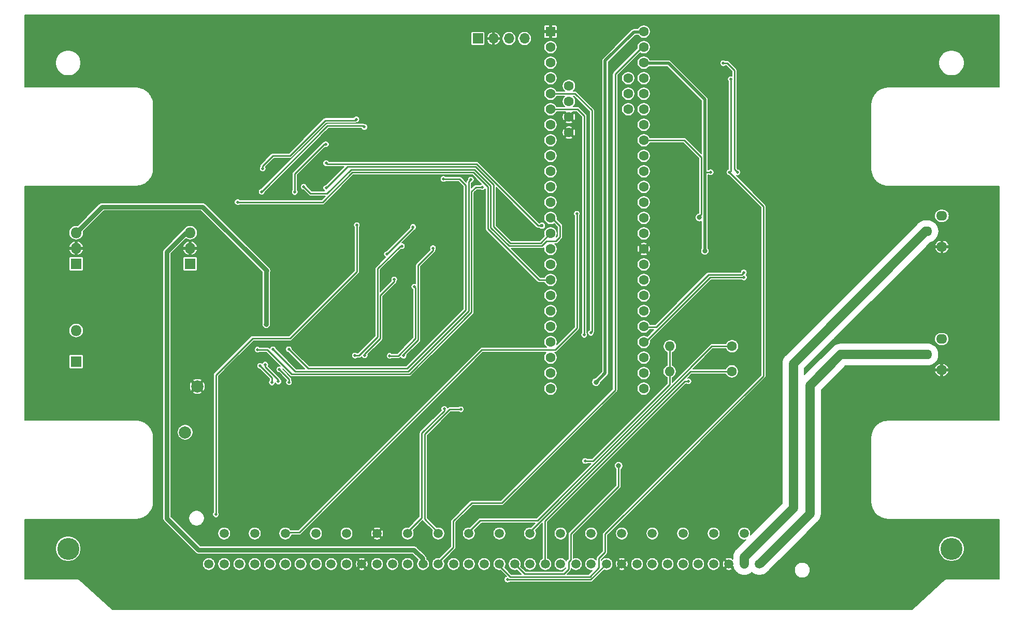
<source format=gbl>
G04 #@! TF.GenerationSoftware,KiCad,Pcbnew,5.1.6-c6e7f7d~86~ubuntu18.04.1*
G04 #@! TF.CreationDate,2020-06-20T16:23:47+10:00*
G04 #@! TF.ProjectId,X3V0_2,58335630-5f32-42e6-9b69-6361645f7063,rev?*
G04 #@! TF.SameCoordinates,Original*
G04 #@! TF.FileFunction,Copper,L2,Bot*
G04 #@! TF.FilePolarity,Positive*
%FSLAX46Y46*%
G04 Gerber Fmt 4.6, Leading zero omitted, Abs format (unit mm)*
G04 Created by KiCad (PCBNEW 5.1.6-c6e7f7d~86~ubuntu18.04.1) date 2020-06-20 16:23:47*
%MOMM*%
%LPD*%
G01*
G04 APERTURE LIST*
G04 #@! TA.AperFunction,ComponentPad*
%ADD10C,1.600000*%
G04 #@! TD*
G04 #@! TA.AperFunction,ComponentPad*
%ADD11R,1.600000X1.600000*%
G04 #@! TD*
G04 #@! TA.AperFunction,ComponentPad*
%ADD12C,1.500000*%
G04 #@! TD*
G04 #@! TA.AperFunction,ComponentPad*
%ADD13C,3.600000*%
G04 #@! TD*
G04 #@! TA.AperFunction,ComponentPad*
%ADD14O,1.800000X1.550000*%
G04 #@! TD*
G04 #@! TA.AperFunction,ComponentPad*
%ADD15C,2.000000*%
G04 #@! TD*
G04 #@! TA.AperFunction,ComponentPad*
%ADD16O,1.800000X1.800000*%
G04 #@! TD*
G04 #@! TA.AperFunction,ComponentPad*
%ADD17R,1.800000X1.800000*%
G04 #@! TD*
G04 #@! TA.AperFunction,ComponentPad*
%ADD18R,1.700000X1.700000*%
G04 #@! TD*
G04 #@! TA.AperFunction,ComponentPad*
%ADD19O,1.700000X1.700000*%
G04 #@! TD*
G04 #@! TA.AperFunction,ComponentPad*
%ADD20O,1.600000X1.600000*%
G04 #@! TD*
G04 #@! TA.AperFunction,ViaPad*
%ADD21C,0.800000*%
G04 #@! TD*
G04 #@! TA.AperFunction,ViaPad*
%ADD22C,0.500000*%
G04 #@! TD*
G04 #@! TA.AperFunction,ViaPad*
%ADD23C,0.600000*%
G04 #@! TD*
G04 #@! TA.AperFunction,Conductor*
%ADD24C,0.250000*%
G04 #@! TD*
G04 #@! TA.AperFunction,Conductor*
%ADD25C,0.500000*%
G04 #@! TD*
G04 #@! TA.AperFunction,Conductor*
%ADD26C,0.750000*%
G04 #@! TD*
G04 #@! TA.AperFunction,Conductor*
%ADD27C,1.500000*%
G04 #@! TD*
G04 #@! TA.AperFunction,Conductor*
%ADD28C,0.200000*%
G04 #@! TD*
G04 APERTURE END LIST*
D10*
X129290000Y-57030000D03*
X129290000Y-54490000D03*
X129290000Y-59570000D03*
X129290000Y-51950000D03*
X138980000Y-55760000D03*
X138980000Y-53220000D03*
X138980000Y-50680000D03*
X126280000Y-83700000D03*
X126280000Y-86240000D03*
X126280000Y-88780000D03*
X126280000Y-91320000D03*
X126280000Y-81160000D03*
X126280000Y-78620000D03*
X126280000Y-76080000D03*
X126280000Y-93860000D03*
X126280000Y-96400000D03*
X126280000Y-98940000D03*
X126280000Y-101480000D03*
X141520000Y-101480000D03*
X141520000Y-98940000D03*
X141520000Y-96400000D03*
X141520000Y-93860000D03*
X141520000Y-91320000D03*
X141520000Y-88780000D03*
X141520000Y-86240000D03*
X141520000Y-83700000D03*
X126280000Y-73540000D03*
X126280000Y-71000000D03*
X126280000Y-68460000D03*
X126280000Y-65920000D03*
X126280000Y-63380000D03*
X126280000Y-60840000D03*
X126280000Y-58300000D03*
X126280000Y-55760000D03*
X126280000Y-53220000D03*
X126280000Y-50680000D03*
X126280000Y-48140000D03*
X126280000Y-45600000D03*
D11*
X126280000Y-43060000D03*
D10*
X141520000Y-81160000D03*
X141520000Y-78620000D03*
X141520000Y-76080000D03*
X141520000Y-73540000D03*
X141520000Y-71000000D03*
X141520000Y-68460000D03*
X141520000Y-65920000D03*
X141520000Y-63380000D03*
X141520000Y-60840000D03*
X141520000Y-58300000D03*
X141520000Y-55760000D03*
X141520000Y-53220000D03*
X141520000Y-50680000D03*
X141520000Y-48140000D03*
X141520000Y-45600000D03*
X141520000Y-43060000D03*
D12*
X157925000Y-125185000D03*
X152925000Y-125185000D03*
X147925000Y-125185000D03*
X142925000Y-125185000D03*
X137925000Y-125185000D03*
X132925000Y-125185000D03*
X127925000Y-125185000D03*
X122925000Y-125185000D03*
X117925000Y-125185000D03*
X112925000Y-125185000D03*
X107925000Y-125185000D03*
X102925000Y-125185000D03*
X97925000Y-125185000D03*
X92925000Y-125185000D03*
X87925000Y-125185000D03*
X82925000Y-125185000D03*
X77925000Y-125185000D03*
X72925000Y-125185000D03*
X160425000Y-130185000D03*
X157925000Y-130185000D03*
X155425000Y-130185000D03*
X152925000Y-130185000D03*
X150425000Y-130185000D03*
X147925000Y-130185000D03*
X145425000Y-130185000D03*
X142925000Y-130185000D03*
X140425000Y-130185000D03*
X137925000Y-130185000D03*
X135425000Y-130185000D03*
X132925000Y-130185000D03*
X130425000Y-130185000D03*
X127925000Y-130185000D03*
X125425000Y-130185000D03*
X122925000Y-130185000D03*
X120425000Y-130185000D03*
X117925000Y-130185000D03*
X115425000Y-130185000D03*
X112925000Y-130185000D03*
X110425000Y-130185000D03*
X107925000Y-130185000D03*
X105425000Y-130185000D03*
X102925000Y-130185000D03*
X100425000Y-130185000D03*
X97925000Y-130185000D03*
X95425000Y-130185000D03*
X92925000Y-130185000D03*
X90425000Y-130185000D03*
X87925000Y-130185000D03*
X85425000Y-130185000D03*
X82925000Y-130185000D03*
X80425000Y-130185000D03*
X77925000Y-130185000D03*
X75425000Y-130185000D03*
X72925000Y-130185000D03*
X70425000Y-130185000D03*
D13*
X47425000Y-127685000D03*
X191825000Y-127685000D03*
D14*
X190220000Y-93360000D03*
X187720000Y-95900000D03*
X190220000Y-98440000D03*
X190250000Y-73200000D03*
X187750000Y-75740000D03*
X190250000Y-78280000D03*
D15*
X68540000Y-101125000D03*
X66540000Y-108625000D03*
D16*
X48730000Y-91970000D03*
D17*
X48730000Y-97050000D03*
D16*
X48730000Y-75970000D03*
X48730000Y-78510000D03*
D17*
X48730000Y-81050000D03*
X67360000Y-81050000D03*
D16*
X67360000Y-78510000D03*
X67360000Y-75970000D03*
D18*
X114410000Y-44190000D03*
D19*
X116950000Y-44190000D03*
X119490000Y-44190000D03*
X122030000Y-44190000D03*
D10*
X155920000Y-98660000D03*
D20*
X145760000Y-98660000D03*
X145795000Y-94555000D03*
D10*
X155955000Y-94555000D03*
D21*
X106070000Y-92480000D03*
X149540000Y-48320000D03*
X155500000Y-113300000D03*
X139200000Y-101900000D03*
X56570000Y-124180000D03*
X56570000Y-127180000D03*
X56570000Y-133180000D03*
X56570000Y-136180000D03*
X183310000Y-124180000D03*
X183310000Y-133180000D03*
X183310000Y-136180000D03*
X56570000Y-129965000D03*
X157980000Y-71500000D03*
X58940000Y-77890000D03*
X87885000Y-83565000D03*
X95195000Y-90690000D03*
X102135000Y-57560000D03*
X111580000Y-100245000D03*
X106450000Y-100205000D03*
X109090000Y-96550000D03*
X115920000Y-77880000D03*
X183310000Y-127025000D03*
X183310000Y-130155000D03*
X82730000Y-72510000D03*
X87840000Y-68470000D03*
X152945000Y-113345000D03*
X118990000Y-113545000D03*
X116470000Y-113580000D03*
X99515000Y-113045000D03*
X96030000Y-111545000D03*
X87215000Y-112995000D03*
X84695000Y-112995000D03*
X75075000Y-113095000D03*
X72590000Y-113095000D03*
X117725000Y-84260000D03*
X103260000Y-89590000D03*
X103270000Y-78615000D03*
X110605000Y-69895000D03*
X128980000Y-82090000D03*
X110570000Y-63770000D03*
X149890000Y-55860000D03*
X149790000Y-58380000D03*
X110620000Y-60970000D03*
X111150000Y-111740000D03*
X95780000Y-83470000D03*
X150500000Y-81900000D03*
X146510000Y-81900000D03*
X152160000Y-102690000D03*
D22*
X157873200Y-82464942D03*
X157899996Y-83270000D03*
D21*
X150600000Y-73480000D03*
X151500000Y-78950000D03*
D22*
X152460000Y-66075000D03*
X131920000Y-113310000D03*
X154510000Y-48225000D03*
X156820000Y-66090000D03*
D21*
X79810000Y-90960000D03*
X79850000Y-82200000D03*
X133710000Y-100430000D03*
D22*
X108910000Y-104810000D03*
X111610000Y-104870000D03*
X148820000Y-100275000D03*
X130570000Y-72870000D03*
X155735000Y-50855000D03*
X155532441Y-66096268D03*
X78390000Y-95090000D03*
X115135000Y-68510000D03*
X83490000Y-95050000D03*
X108774979Y-67160000D03*
X119220000Y-132730000D03*
X99980000Y-96100000D03*
X104010000Y-84800000D03*
X102250000Y-96090000D03*
X107060000Y-78490000D03*
X78800000Y-97750000D03*
X80720003Y-100479997D03*
X81790000Y-100320000D03*
X79650004Y-97551077D03*
X80920000Y-95040000D03*
X113260000Y-67280000D03*
X95900000Y-96030000D03*
X100720000Y-83620000D03*
X99519998Y-79480000D03*
X103809094Y-75029094D03*
X94290000Y-96070000D03*
X101970000Y-78150000D03*
X71565000Y-122065000D03*
X94615000Y-74720000D03*
X89590000Y-64594998D03*
D23*
X124880002Y-74820000D03*
D22*
X84475000Y-69320000D03*
X89570000Y-61500000D03*
X75125000Y-70955000D03*
X79050000Y-69265000D03*
X95850000Y-58670000D03*
X79220000Y-65460000D03*
X94560000Y-57404979D03*
X81960000Y-98335000D03*
X83530000Y-100430000D03*
X85940000Y-68430000D03*
X89605000Y-68645000D03*
X132860000Y-92350000D03*
X131785260Y-92689435D03*
D21*
X137400000Y-114100000D03*
D24*
X157528142Y-82810000D02*
X157873200Y-82464942D01*
X152130000Y-82810000D02*
X157528142Y-82810000D01*
X141660000Y-91395000D02*
X143545000Y-91395000D01*
X143545000Y-91395000D02*
X152130000Y-82810000D01*
X157750000Y-83270000D02*
X157899996Y-83270000D01*
X152325000Y-83270000D02*
X157899996Y-83270000D01*
X141660000Y-93935000D02*
X152325000Y-83270000D01*
X141520000Y-60840000D02*
X148174990Y-60840000D01*
X150924990Y-63590000D02*
X150924990Y-72925010D01*
X148174990Y-60840000D02*
X150924990Y-63590000D01*
X150600000Y-73250000D02*
X150600000Y-73480000D01*
X150924990Y-72925010D02*
X150600000Y-73250000D01*
D25*
X151500000Y-78950000D02*
X151500000Y-66075000D01*
D24*
X152460000Y-66075000D02*
X151500000Y-66075000D01*
D25*
X151500000Y-66075000D02*
X151500000Y-54175000D01*
X151500000Y-54175000D02*
X145560000Y-48235000D01*
X142796370Y-48235000D02*
X145560000Y-48235000D01*
X142781370Y-48220000D02*
X142796370Y-48235000D01*
X141650000Y-48220000D02*
X142781370Y-48220000D01*
D24*
X145795000Y-98625000D02*
X145760000Y-98660000D01*
X145795000Y-94555000D02*
X145795000Y-98625000D01*
X145760000Y-98660000D02*
X145760000Y-100800000D01*
X145760000Y-100800000D02*
X133250000Y-113310000D01*
X133250000Y-113310000D02*
X131920000Y-113310000D01*
X156820000Y-66020000D02*
X156820000Y-66090000D01*
X156320000Y-65590000D02*
X156820000Y-66090000D01*
X154510000Y-48225000D02*
X155185000Y-48225000D01*
X155185000Y-48225000D02*
X156320000Y-49360000D01*
X156320000Y-49360000D02*
X156320000Y-52150000D01*
X156320000Y-64850000D02*
X156320000Y-65275000D01*
X156320000Y-52150000D02*
X156320000Y-65590000D01*
X156320000Y-55115000D02*
X156320000Y-52150000D01*
D26*
X79810000Y-90960000D02*
X79810000Y-82240000D01*
X79810000Y-82240000D02*
X79850000Y-82200000D01*
X48730000Y-75970000D02*
X52990000Y-71710000D01*
X69360000Y-71710000D02*
X79850000Y-82200000D01*
X52990000Y-71710000D02*
X69360000Y-71710000D01*
D25*
X135200000Y-98940000D02*
X133710000Y-100430000D01*
X135200000Y-47830000D02*
X135200000Y-98940000D01*
X141790000Y-43100000D02*
X139930000Y-43100000D01*
X139930000Y-43100000D02*
X135200000Y-47830000D01*
D27*
X187625000Y-75740000D02*
X187750000Y-75740000D01*
X157925000Y-130185000D02*
X157925000Y-129080000D01*
X165960000Y-97405000D02*
X187625000Y-75740000D01*
X157925000Y-129080000D02*
X165960000Y-121045000D01*
X165960000Y-121045000D02*
X165960000Y-97405000D01*
X168690000Y-121960000D02*
X168690000Y-100940000D01*
X160670000Y-129980000D02*
X168690000Y-121960000D01*
X168690000Y-100940000D02*
X173730000Y-95900000D01*
X173730000Y-95900000D02*
X187720000Y-95900000D01*
D24*
X112860000Y-124980000D02*
X114809989Y-123030011D01*
X114809989Y-123030011D02*
X124173579Y-123030011D01*
X152648590Y-94555000D02*
X155955000Y-94555000D01*
X152648590Y-94555000D02*
X124173579Y-123030011D01*
X122925000Y-124918590D02*
X122925000Y-125185000D01*
X149175000Y-98668590D02*
X122925000Y-124918590D01*
X149175000Y-98665000D02*
X149175000Y-98668590D01*
X155920000Y-98660000D02*
X155915000Y-98665000D01*
X155915000Y-98665000D02*
X149175000Y-98665000D01*
X108910000Y-105080000D02*
X108910000Y-104810000D01*
X105245000Y-108745000D02*
X108910000Y-105080000D01*
X102860000Y-124980000D02*
X105245000Y-122595000D01*
X105245000Y-122595000D02*
X105245000Y-108745000D01*
X105700000Y-108960000D02*
X105700000Y-122820000D01*
X105700000Y-122820000D02*
X107860000Y-124980000D01*
X109785000Y-104875000D02*
X105700000Y-108960000D01*
X111610000Y-104870000D02*
X111605000Y-104875000D01*
X111605000Y-104875000D02*
X109785000Y-104875000D01*
X148205000Y-100275000D02*
X148820000Y-100275000D01*
X125360000Y-129980000D02*
X125360000Y-123120000D01*
X125360000Y-123120000D02*
X148205000Y-100275000D01*
X85220000Y-124980000D02*
X115060000Y-95140000D01*
X115060000Y-95140000D02*
X127020000Y-95140000D01*
X130570000Y-91590000D02*
X130570000Y-72870000D01*
X127020000Y-95140000D02*
X130570000Y-91590000D01*
X82860000Y-124980000D02*
X85220000Y-124980000D01*
X132683590Y-132260000D02*
X134140000Y-130803590D01*
X134140000Y-130803590D02*
X134140000Y-129280000D01*
X134140000Y-129280000D02*
X135190000Y-128230000D01*
X135190000Y-125290000D02*
X161070000Y-99410000D01*
X161070000Y-71633827D02*
X155532441Y-66096268D01*
X161070000Y-99410000D02*
X161070000Y-71633827D01*
X135190000Y-128230000D02*
X135190000Y-125290000D01*
X119710000Y-132260000D02*
X132683590Y-132260000D01*
X155735000Y-65893709D02*
X155532441Y-66096268D01*
X155735000Y-50855000D02*
X155735000Y-65893709D01*
X117860000Y-129980000D02*
X117860000Y-130410000D01*
X117860000Y-130410000D02*
X119710000Y-132260000D01*
X114065000Y-68510000D02*
X115135000Y-68510000D01*
X113375000Y-69200000D02*
X114065000Y-68510000D01*
X79970000Y-95090000D02*
X83970011Y-99090011D01*
X78390000Y-95090000D02*
X79970000Y-95090000D01*
X83970011Y-99090011D02*
X103229990Y-99090011D01*
X103229990Y-99090011D02*
X113375000Y-88945001D01*
X113375000Y-88945001D02*
X113375000Y-69200000D01*
X112430000Y-68220000D02*
X111370000Y-67160000D01*
X112430000Y-88617180D02*
X112430000Y-68220000D01*
X102857190Y-98189990D02*
X112430000Y-88617180D01*
X83490000Y-95050000D02*
X86629990Y-98189990D01*
X111370000Y-67160000D02*
X108774979Y-67160000D01*
X86629990Y-98189990D02*
X102857190Y-98189990D01*
X119220000Y-132730000D02*
X132850000Y-132730000D01*
X132850000Y-132730000D02*
X135360000Y-130220000D01*
X135360000Y-130220000D02*
X135360000Y-129980000D01*
X110380000Y-127460000D02*
X107860000Y-129980000D01*
X110380000Y-125385000D02*
X110380000Y-127460000D01*
X110380000Y-124920000D02*
X110380000Y-125385000D01*
X110380000Y-123175000D02*
X110380000Y-125385000D01*
X113395000Y-120160000D02*
X110380000Y-123175000D01*
X141650000Y-45680000D02*
X141160000Y-45680000D01*
X136829999Y-50010001D02*
X136829999Y-101700001D01*
X141160000Y-45680000D02*
X136829999Y-50010001D01*
X136829999Y-101700001D02*
X118370000Y-120160000D01*
X118370000Y-120160000D02*
X113395000Y-120160000D01*
X104190000Y-84980000D02*
X104010000Y-84800000D01*
X104190000Y-93290000D02*
X104190000Y-84980000D01*
X101380000Y-96100000D02*
X104190000Y-93290000D01*
X99980000Y-96100000D02*
X101380000Y-96100000D01*
X107060000Y-78890000D02*
X107060000Y-78490000D01*
X104650000Y-81300000D02*
X107060000Y-78890000D01*
X104650000Y-93520000D02*
X104650000Y-81300000D01*
X102250000Y-96090000D02*
X102250000Y-95920000D01*
X102250000Y-95920000D02*
X104650000Y-93520000D01*
X80720000Y-99670000D02*
X78800000Y-97750000D01*
X80720000Y-100380000D02*
X80720000Y-99670000D01*
X79650004Y-97551073D02*
X79650004Y-97551077D01*
X79650004Y-97920004D02*
X79650004Y-97551077D01*
X81790000Y-100320000D02*
X81790000Y-100060000D01*
X81790000Y-100060000D02*
X79650004Y-97920004D01*
X80920000Y-95040000D02*
X84520000Y-98640000D01*
X84520000Y-98640000D02*
X103043590Y-98640000D01*
X103043590Y-98640000D02*
X112910000Y-88773590D01*
X112910000Y-67630000D02*
X113260000Y-67280000D01*
X112910000Y-88773590D02*
X112910000Y-67630000D01*
X98450000Y-93240000D02*
X95900000Y-95790000D01*
X98450000Y-86243553D02*
X98450000Y-93240000D01*
X95900000Y-95790000D02*
X95900000Y-96030000D01*
X100720000Y-83620000D02*
X100720000Y-83973553D01*
X100720000Y-83973553D02*
X98450000Y-86243553D01*
X103809094Y-75190904D02*
X103809094Y-75029094D01*
X99519998Y-79480000D02*
X103809094Y-75190904D01*
X98000000Y-85360000D02*
X98000000Y-85617143D01*
X94960000Y-96070000D02*
X94290000Y-96070000D01*
X98000000Y-93030000D02*
X94960000Y-96070000D01*
X98000000Y-85360000D02*
X98000000Y-93030000D01*
X98000000Y-81855000D02*
X98000000Y-85360000D01*
X101970000Y-78150000D02*
X101705000Y-78150000D01*
X101705000Y-78150000D02*
X98000000Y-81855000D01*
D26*
X105360000Y-129270000D02*
X105360000Y-129980000D01*
X66680000Y-75970000D02*
X63570000Y-79080000D01*
X103970000Y-127880000D02*
X105360000Y-129270000D01*
X67360000Y-75970000D02*
X66680000Y-75970000D01*
X63570000Y-79080000D02*
X63570000Y-122705000D01*
X63570000Y-122705000D02*
X68745000Y-127880000D01*
X68745000Y-127880000D02*
X103970000Y-127880000D01*
D24*
X83715000Y-93230000D02*
X94615000Y-82330000D01*
X94615000Y-82330000D02*
X94615000Y-74720000D01*
X77605000Y-93230000D02*
X83715000Y-93230000D01*
X71565000Y-99270000D02*
X77605000Y-93230000D01*
X71565000Y-122065000D02*
X71565000Y-99270000D01*
X89725002Y-64730000D02*
X114180000Y-64730000D01*
X124270000Y-74820000D02*
X124880002Y-74820000D01*
X114180000Y-64730000D02*
X124270000Y-74820000D01*
X89590000Y-64594998D02*
X89725002Y-64730000D01*
X84470000Y-69315000D02*
X84475000Y-69320000D01*
X84470000Y-66310000D02*
X84470000Y-69315000D01*
X89280000Y-61500000D02*
X84470000Y-66310000D01*
X89570000Y-61500000D02*
X89280000Y-61500000D01*
X124415000Y-83700000D02*
X126280000Y-83700000D01*
X116019989Y-75304990D02*
X124415000Y-83700000D01*
X93890000Y-66110000D02*
X113650770Y-66110000D01*
X116019989Y-68479219D02*
X116019989Y-75304990D01*
X75125000Y-70955000D02*
X89045000Y-70955000D01*
X89045000Y-70955000D02*
X93890000Y-66110000D01*
X113650770Y-66110000D02*
X116019989Y-68479219D01*
X95660000Y-58480000D02*
X95850000Y-58670000D01*
X79050000Y-69265000D02*
X89835000Y-58480000D01*
X89835000Y-58480000D02*
X95660000Y-58480000D01*
X94394979Y-57570000D02*
X94560000Y-57404979D01*
X89453590Y-57570000D02*
X94394979Y-57570000D01*
X83683601Y-63339989D02*
X89453590Y-57570000D01*
X80915747Y-63339989D02*
X83683601Y-63339989D01*
X79220000Y-65460000D02*
X79220000Y-65035736D01*
X79220000Y-65035736D02*
X80915747Y-63339989D01*
X81960000Y-98335000D02*
X83530000Y-99905000D01*
X83530000Y-99905000D02*
X83530000Y-100430000D01*
X116470000Y-68292820D02*
X116470000Y-75118590D01*
X125640000Y-77360000D02*
X127120000Y-77360000D01*
X127120000Y-77360000D02*
X127840000Y-76640000D01*
X85940000Y-68430000D02*
X87045000Y-69535000D01*
X127840000Y-76640000D02*
X127840000Y-74870000D01*
X116470000Y-75118590D02*
X119476410Y-78125000D01*
X93656388Y-65630022D02*
X113807202Y-65630022D01*
X124875000Y-78125000D02*
X125640000Y-77360000D01*
X89751410Y-69535000D02*
X93656388Y-65630022D01*
X87045000Y-69535000D02*
X89751410Y-69535000D01*
X113807202Y-65630022D02*
X116470000Y-68292820D01*
X119476410Y-78125000D02*
X124875000Y-78125000D01*
X127840000Y-74870000D02*
X126550000Y-73580000D01*
X89605000Y-68645000D02*
X93069989Y-65180011D01*
X119673600Y-77670011D02*
X124649989Y-77670011D01*
X93069989Y-65180011D02*
X113993601Y-65180011D01*
X116950000Y-68136410D02*
X116950000Y-74946411D01*
X126145000Y-76175000D02*
X126220000Y-76175000D01*
X124649989Y-77670011D02*
X126145000Y-76175000D01*
X116950000Y-74946411D02*
X119673600Y-77670011D01*
X113993601Y-65180011D02*
X116950000Y-68136410D01*
X126290000Y-53210000D02*
X126280000Y-53220000D01*
X130290000Y-53210000D02*
X126290000Y-53210000D01*
X133040000Y-55960000D02*
X130290000Y-53210000D01*
X132860000Y-92350000D02*
X133040000Y-92170000D01*
X133040000Y-92170000D02*
X133040000Y-55960000D01*
X130720000Y-55760000D02*
X126280000Y-55760000D01*
X131785260Y-92689435D02*
X131785260Y-56825260D01*
X131785260Y-56825260D02*
X130720000Y-55760000D01*
X137400000Y-114100000D02*
X137400000Y-117450000D01*
X129560000Y-129458998D02*
X129210000Y-129808998D01*
X137400000Y-117450000D02*
X129560000Y-125290000D01*
X129560000Y-125290000D02*
X129560000Y-129458998D01*
X122049990Y-131809990D02*
X120425000Y-130185000D01*
X129210000Y-131050000D02*
X128450010Y-131809990D01*
X128450010Y-131809990D02*
X122049990Y-131809990D01*
X129210000Y-129808998D02*
X129210000Y-131050000D01*
D28*
G36*
X199625001Y-52125000D02*
G01*
X181481581Y-52125000D01*
X181464177Y-52126714D01*
X181448560Y-52126605D01*
X181443349Y-52127115D01*
X180958107Y-52178116D01*
X180924763Y-52184961D01*
X180891427Y-52191320D01*
X180886414Y-52192833D01*
X180420321Y-52337113D01*
X180388982Y-52350287D01*
X180357475Y-52363016D01*
X180352852Y-52365474D01*
X179923659Y-52597538D01*
X179895481Y-52616544D01*
X179867043Y-52635154D01*
X179862985Y-52638463D01*
X179487039Y-52949471D01*
X179463060Y-52973618D01*
X179438807Y-52997369D01*
X179435469Y-53001403D01*
X179127093Y-53379510D01*
X179108285Y-53407819D01*
X179089083Y-53435863D01*
X179086592Y-53440469D01*
X178857530Y-53871272D01*
X178844565Y-53902727D01*
X178831189Y-53933936D01*
X178829640Y-53938937D01*
X178688617Y-54406027D01*
X178682006Y-54439418D01*
X178674950Y-54472613D01*
X178674402Y-54477820D01*
X178626790Y-54963407D01*
X178626790Y-54963416D01*
X178625001Y-54981581D01*
X178625000Y-65518418D01*
X178626714Y-65535822D01*
X178626605Y-65551440D01*
X178627115Y-65556651D01*
X178678116Y-66041893D01*
X178684961Y-66075237D01*
X178691320Y-66108573D01*
X178692833Y-66113585D01*
X178837112Y-66579679D01*
X178850300Y-66611051D01*
X178863016Y-66642525D01*
X178865474Y-66647148D01*
X179097538Y-67076341D01*
X179116548Y-67104524D01*
X179135154Y-67132958D01*
X179138463Y-67137016D01*
X179449472Y-67512961D01*
X179473616Y-67536937D01*
X179497369Y-67561193D01*
X179501403Y-67564531D01*
X179879511Y-67872908D01*
X179907840Y-67891730D01*
X179935863Y-67910918D01*
X179940466Y-67913407D01*
X179940474Y-67913411D01*
X180371273Y-68142471D01*
X180402708Y-68155427D01*
X180433935Y-68168811D01*
X180438937Y-68170360D01*
X180906026Y-68311383D01*
X180939388Y-68317989D01*
X180972613Y-68325051D01*
X180977819Y-68325598D01*
X180977821Y-68325598D01*
X181463151Y-68373185D01*
X181481581Y-68375000D01*
X199625000Y-68375000D01*
X199625001Y-106625000D01*
X181481581Y-106625000D01*
X181464177Y-106626714D01*
X181448560Y-106626605D01*
X181443349Y-106627115D01*
X180958107Y-106678116D01*
X180924763Y-106684961D01*
X180891427Y-106691320D01*
X180886414Y-106692833D01*
X180420321Y-106837113D01*
X180388982Y-106850287D01*
X180357475Y-106863016D01*
X180352852Y-106865474D01*
X179923659Y-107097538D01*
X179895481Y-107116544D01*
X179867043Y-107135154D01*
X179862985Y-107138463D01*
X179487039Y-107449471D01*
X179463060Y-107473618D01*
X179438807Y-107497369D01*
X179435469Y-107501403D01*
X179127093Y-107879510D01*
X179108285Y-107907819D01*
X179089083Y-107935863D01*
X179086592Y-107940469D01*
X178857530Y-108371272D01*
X178844565Y-108402727D01*
X178831189Y-108433936D01*
X178829640Y-108438937D01*
X178688617Y-108906027D01*
X178682006Y-108939418D01*
X178674950Y-108972613D01*
X178674402Y-108977820D01*
X178626790Y-109463407D01*
X178626790Y-109463416D01*
X178625001Y-109481581D01*
X178625000Y-120018418D01*
X178626714Y-120035822D01*
X178626605Y-120051440D01*
X178627115Y-120056651D01*
X178678116Y-120541893D01*
X178684961Y-120575237D01*
X178691320Y-120608573D01*
X178692833Y-120613585D01*
X178837112Y-121079679D01*
X178850300Y-121111051D01*
X178863016Y-121142525D01*
X178865474Y-121147148D01*
X179097538Y-121576341D01*
X179116548Y-121604524D01*
X179135154Y-121632958D01*
X179138463Y-121637016D01*
X179449472Y-122012961D01*
X179473616Y-122036937D01*
X179497369Y-122061193D01*
X179501403Y-122064531D01*
X179879511Y-122372908D01*
X179907840Y-122391730D01*
X179935863Y-122410918D01*
X179940466Y-122413407D01*
X179940474Y-122413411D01*
X180371273Y-122642471D01*
X180402708Y-122655427D01*
X180433935Y-122668811D01*
X180438937Y-122670360D01*
X180906026Y-122811383D01*
X180939388Y-122817989D01*
X180972613Y-122825051D01*
X180977819Y-122825598D01*
X180977821Y-122825598D01*
X181463151Y-122873185D01*
X181481581Y-122875000D01*
X199625000Y-122875000D01*
X199625001Y-132625000D01*
X191027370Y-132625000D01*
X191017922Y-132623613D01*
X190990534Y-132625000D01*
X190981581Y-132625000D01*
X190972105Y-132625933D01*
X190944149Y-132627349D01*
X190935441Y-132629544D01*
X190926487Y-132630426D01*
X190899667Y-132638562D01*
X190872520Y-132645405D01*
X190864402Y-132649260D01*
X190855800Y-132651869D01*
X190831099Y-132665072D01*
X190805792Y-132677088D01*
X190798579Y-132682455D01*
X190790653Y-132686691D01*
X190769001Y-132704460D01*
X190761376Y-132710133D01*
X190754763Y-132716145D01*
X190733552Y-132733552D01*
X190727491Y-132740938D01*
X185355023Y-137625000D01*
X54644977Y-137625000D01*
X49272512Y-132740941D01*
X49266448Y-132733552D01*
X49245226Y-132716136D01*
X49238623Y-132710133D01*
X49231008Y-132704468D01*
X49209347Y-132686691D01*
X49201418Y-132682453D01*
X49194207Y-132677088D01*
X49168912Y-132665078D01*
X49144200Y-132651869D01*
X49135593Y-132649258D01*
X49127478Y-132645405D01*
X49100341Y-132638564D01*
X49073513Y-132630426D01*
X49064558Y-132629544D01*
X49055850Y-132627349D01*
X49027896Y-132625933D01*
X49018419Y-132625000D01*
X49009465Y-132625000D01*
X48982077Y-132623613D01*
X48972629Y-132625000D01*
X40375000Y-132625000D01*
X40375000Y-130081584D01*
X69375000Y-130081584D01*
X69375000Y-130288416D01*
X69415350Y-130491274D01*
X69494502Y-130682362D01*
X69609411Y-130854336D01*
X69755664Y-131000589D01*
X69927638Y-131115498D01*
X70118726Y-131194650D01*
X70321584Y-131235000D01*
X70528416Y-131235000D01*
X70731274Y-131194650D01*
X70922362Y-131115498D01*
X71094336Y-131000589D01*
X71240589Y-130854336D01*
X71355498Y-130682362D01*
X71434650Y-130491274D01*
X71475000Y-130288416D01*
X71475000Y-130081584D01*
X71875000Y-130081584D01*
X71875000Y-130288416D01*
X71915350Y-130491274D01*
X71994502Y-130682362D01*
X72109411Y-130854336D01*
X72255664Y-131000589D01*
X72427638Y-131115498D01*
X72618726Y-131194650D01*
X72821584Y-131235000D01*
X73028416Y-131235000D01*
X73231274Y-131194650D01*
X73422362Y-131115498D01*
X73594336Y-131000589D01*
X73740589Y-130854336D01*
X73855498Y-130682362D01*
X73934650Y-130491274D01*
X73975000Y-130288416D01*
X73975000Y-130081584D01*
X74375000Y-130081584D01*
X74375000Y-130288416D01*
X74415350Y-130491274D01*
X74494502Y-130682362D01*
X74609411Y-130854336D01*
X74755664Y-131000589D01*
X74927638Y-131115498D01*
X75118726Y-131194650D01*
X75321584Y-131235000D01*
X75528416Y-131235000D01*
X75731274Y-131194650D01*
X75922362Y-131115498D01*
X76094336Y-131000589D01*
X76240589Y-130854336D01*
X76355498Y-130682362D01*
X76434650Y-130491274D01*
X76475000Y-130288416D01*
X76475000Y-130081584D01*
X76875000Y-130081584D01*
X76875000Y-130288416D01*
X76915350Y-130491274D01*
X76994502Y-130682362D01*
X77109411Y-130854336D01*
X77255664Y-131000589D01*
X77427638Y-131115498D01*
X77618726Y-131194650D01*
X77821584Y-131235000D01*
X78028416Y-131235000D01*
X78231274Y-131194650D01*
X78422362Y-131115498D01*
X78594336Y-131000589D01*
X78740589Y-130854336D01*
X78855498Y-130682362D01*
X78934650Y-130491274D01*
X78975000Y-130288416D01*
X78975000Y-130081584D01*
X79375000Y-130081584D01*
X79375000Y-130288416D01*
X79415350Y-130491274D01*
X79494502Y-130682362D01*
X79609411Y-130854336D01*
X79755664Y-131000589D01*
X79927638Y-131115498D01*
X80118726Y-131194650D01*
X80321584Y-131235000D01*
X80528416Y-131235000D01*
X80731274Y-131194650D01*
X80922362Y-131115498D01*
X81094336Y-131000589D01*
X81240589Y-130854336D01*
X81355498Y-130682362D01*
X81434650Y-130491274D01*
X81475000Y-130288416D01*
X81475000Y-130081584D01*
X81875000Y-130081584D01*
X81875000Y-130288416D01*
X81915350Y-130491274D01*
X81994502Y-130682362D01*
X82109411Y-130854336D01*
X82255664Y-131000589D01*
X82427638Y-131115498D01*
X82618726Y-131194650D01*
X82821584Y-131235000D01*
X83028416Y-131235000D01*
X83231274Y-131194650D01*
X83422362Y-131115498D01*
X83594336Y-131000589D01*
X83740589Y-130854336D01*
X83855498Y-130682362D01*
X83934650Y-130491274D01*
X83975000Y-130288416D01*
X83975000Y-130081584D01*
X84375000Y-130081584D01*
X84375000Y-130288416D01*
X84415350Y-130491274D01*
X84494502Y-130682362D01*
X84609411Y-130854336D01*
X84755664Y-131000589D01*
X84927638Y-131115498D01*
X85118726Y-131194650D01*
X85321584Y-131235000D01*
X85528416Y-131235000D01*
X85731274Y-131194650D01*
X85922362Y-131115498D01*
X86094336Y-131000589D01*
X86240589Y-130854336D01*
X86355498Y-130682362D01*
X86434650Y-130491274D01*
X86475000Y-130288416D01*
X86475000Y-130081584D01*
X86875000Y-130081584D01*
X86875000Y-130288416D01*
X86915350Y-130491274D01*
X86994502Y-130682362D01*
X87109411Y-130854336D01*
X87255664Y-131000589D01*
X87427638Y-131115498D01*
X87618726Y-131194650D01*
X87821584Y-131235000D01*
X88028416Y-131235000D01*
X88231274Y-131194650D01*
X88422362Y-131115498D01*
X88594336Y-131000589D01*
X88740589Y-130854336D01*
X88855498Y-130682362D01*
X88934650Y-130491274D01*
X88975000Y-130288416D01*
X88975000Y-130081584D01*
X89375000Y-130081584D01*
X89375000Y-130288416D01*
X89415350Y-130491274D01*
X89494502Y-130682362D01*
X89609411Y-130854336D01*
X89755664Y-131000589D01*
X89927638Y-131115498D01*
X90118726Y-131194650D01*
X90321584Y-131235000D01*
X90528416Y-131235000D01*
X90731274Y-131194650D01*
X90922362Y-131115498D01*
X91094336Y-131000589D01*
X91240589Y-130854336D01*
X91355498Y-130682362D01*
X91434650Y-130491274D01*
X91475000Y-130288416D01*
X91475000Y-130081584D01*
X91875000Y-130081584D01*
X91875000Y-130288416D01*
X91915350Y-130491274D01*
X91994502Y-130682362D01*
X92109411Y-130854336D01*
X92255664Y-131000589D01*
X92427638Y-131115498D01*
X92618726Y-131194650D01*
X92821584Y-131235000D01*
X93028416Y-131235000D01*
X93231274Y-131194650D01*
X93422362Y-131115498D01*
X93594336Y-131000589D01*
X93619002Y-130975923D01*
X94846209Y-130975923D01*
X94932491Y-131118076D01*
X95123988Y-131196231D01*
X95327054Y-131235525D01*
X95533883Y-131234448D01*
X95736529Y-131193042D01*
X95917509Y-131118076D01*
X96003791Y-130975923D01*
X95425000Y-130397132D01*
X94846209Y-130975923D01*
X93619002Y-130975923D01*
X93740589Y-130854336D01*
X93855498Y-130682362D01*
X93934650Y-130491274D01*
X93975000Y-130288416D01*
X93975000Y-130087054D01*
X94374475Y-130087054D01*
X94375552Y-130293883D01*
X94416958Y-130496529D01*
X94491924Y-130677509D01*
X94634077Y-130763791D01*
X95212868Y-130185000D01*
X95637132Y-130185000D01*
X96215923Y-130763791D01*
X96358076Y-130677509D01*
X96436231Y-130486012D01*
X96475525Y-130282946D01*
X96474477Y-130081584D01*
X96875000Y-130081584D01*
X96875000Y-130288416D01*
X96915350Y-130491274D01*
X96994502Y-130682362D01*
X97109411Y-130854336D01*
X97255664Y-131000589D01*
X97427638Y-131115498D01*
X97618726Y-131194650D01*
X97821584Y-131235000D01*
X98028416Y-131235000D01*
X98231274Y-131194650D01*
X98422362Y-131115498D01*
X98594336Y-131000589D01*
X98740589Y-130854336D01*
X98855498Y-130682362D01*
X98934650Y-130491274D01*
X98975000Y-130288416D01*
X98975000Y-130081584D01*
X99375000Y-130081584D01*
X99375000Y-130288416D01*
X99415350Y-130491274D01*
X99494502Y-130682362D01*
X99609411Y-130854336D01*
X99755664Y-131000589D01*
X99927638Y-131115498D01*
X100118726Y-131194650D01*
X100321584Y-131235000D01*
X100528416Y-131235000D01*
X100731274Y-131194650D01*
X100922362Y-131115498D01*
X101094336Y-131000589D01*
X101240589Y-130854336D01*
X101355498Y-130682362D01*
X101434650Y-130491274D01*
X101475000Y-130288416D01*
X101475000Y-130081584D01*
X101875000Y-130081584D01*
X101875000Y-130288416D01*
X101915350Y-130491274D01*
X101994502Y-130682362D01*
X102109411Y-130854336D01*
X102255664Y-131000589D01*
X102427638Y-131115498D01*
X102618726Y-131194650D01*
X102821584Y-131235000D01*
X103028416Y-131235000D01*
X103231274Y-131194650D01*
X103422362Y-131115498D01*
X103594336Y-131000589D01*
X103740589Y-130854336D01*
X103855498Y-130682362D01*
X103934650Y-130491274D01*
X103975000Y-130288416D01*
X103975000Y-130081584D01*
X103934650Y-129878726D01*
X103855498Y-129687638D01*
X103740589Y-129515664D01*
X103594336Y-129369411D01*
X103422362Y-129254502D01*
X103231274Y-129175350D01*
X103028416Y-129135000D01*
X102821584Y-129135000D01*
X102618726Y-129175350D01*
X102427638Y-129254502D01*
X102255664Y-129369411D01*
X102109411Y-129515664D01*
X101994502Y-129687638D01*
X101915350Y-129878726D01*
X101875000Y-130081584D01*
X101475000Y-130081584D01*
X101434650Y-129878726D01*
X101355498Y-129687638D01*
X101240589Y-129515664D01*
X101094336Y-129369411D01*
X100922362Y-129254502D01*
X100731274Y-129175350D01*
X100528416Y-129135000D01*
X100321584Y-129135000D01*
X100118726Y-129175350D01*
X99927638Y-129254502D01*
X99755664Y-129369411D01*
X99609411Y-129515664D01*
X99494502Y-129687638D01*
X99415350Y-129878726D01*
X99375000Y-130081584D01*
X98975000Y-130081584D01*
X98934650Y-129878726D01*
X98855498Y-129687638D01*
X98740589Y-129515664D01*
X98594336Y-129369411D01*
X98422362Y-129254502D01*
X98231274Y-129175350D01*
X98028416Y-129135000D01*
X97821584Y-129135000D01*
X97618726Y-129175350D01*
X97427638Y-129254502D01*
X97255664Y-129369411D01*
X97109411Y-129515664D01*
X96994502Y-129687638D01*
X96915350Y-129878726D01*
X96875000Y-130081584D01*
X96474477Y-130081584D01*
X96474448Y-130076117D01*
X96433042Y-129873471D01*
X96358076Y-129692491D01*
X96215923Y-129606209D01*
X95637132Y-130185000D01*
X95212868Y-130185000D01*
X94634077Y-129606209D01*
X94491924Y-129692491D01*
X94413769Y-129883988D01*
X94374475Y-130087054D01*
X93975000Y-130087054D01*
X93975000Y-130081584D01*
X93934650Y-129878726D01*
X93855498Y-129687638D01*
X93740589Y-129515664D01*
X93619002Y-129394077D01*
X94846209Y-129394077D01*
X95425000Y-129972868D01*
X96003791Y-129394077D01*
X95917509Y-129251924D01*
X95726012Y-129173769D01*
X95522946Y-129134475D01*
X95316117Y-129135552D01*
X95113471Y-129176958D01*
X94932491Y-129251924D01*
X94846209Y-129394077D01*
X93619002Y-129394077D01*
X93594336Y-129369411D01*
X93422362Y-129254502D01*
X93231274Y-129175350D01*
X93028416Y-129135000D01*
X92821584Y-129135000D01*
X92618726Y-129175350D01*
X92427638Y-129254502D01*
X92255664Y-129369411D01*
X92109411Y-129515664D01*
X91994502Y-129687638D01*
X91915350Y-129878726D01*
X91875000Y-130081584D01*
X91475000Y-130081584D01*
X91434650Y-129878726D01*
X91355498Y-129687638D01*
X91240589Y-129515664D01*
X91094336Y-129369411D01*
X90922362Y-129254502D01*
X90731274Y-129175350D01*
X90528416Y-129135000D01*
X90321584Y-129135000D01*
X90118726Y-129175350D01*
X89927638Y-129254502D01*
X89755664Y-129369411D01*
X89609411Y-129515664D01*
X89494502Y-129687638D01*
X89415350Y-129878726D01*
X89375000Y-130081584D01*
X88975000Y-130081584D01*
X88934650Y-129878726D01*
X88855498Y-129687638D01*
X88740589Y-129515664D01*
X88594336Y-129369411D01*
X88422362Y-129254502D01*
X88231274Y-129175350D01*
X88028416Y-129135000D01*
X87821584Y-129135000D01*
X87618726Y-129175350D01*
X87427638Y-129254502D01*
X87255664Y-129369411D01*
X87109411Y-129515664D01*
X86994502Y-129687638D01*
X86915350Y-129878726D01*
X86875000Y-130081584D01*
X86475000Y-130081584D01*
X86434650Y-129878726D01*
X86355498Y-129687638D01*
X86240589Y-129515664D01*
X86094336Y-129369411D01*
X85922362Y-129254502D01*
X85731274Y-129175350D01*
X85528416Y-129135000D01*
X85321584Y-129135000D01*
X85118726Y-129175350D01*
X84927638Y-129254502D01*
X84755664Y-129369411D01*
X84609411Y-129515664D01*
X84494502Y-129687638D01*
X84415350Y-129878726D01*
X84375000Y-130081584D01*
X83975000Y-130081584D01*
X83934650Y-129878726D01*
X83855498Y-129687638D01*
X83740589Y-129515664D01*
X83594336Y-129369411D01*
X83422362Y-129254502D01*
X83231274Y-129175350D01*
X83028416Y-129135000D01*
X82821584Y-129135000D01*
X82618726Y-129175350D01*
X82427638Y-129254502D01*
X82255664Y-129369411D01*
X82109411Y-129515664D01*
X81994502Y-129687638D01*
X81915350Y-129878726D01*
X81875000Y-130081584D01*
X81475000Y-130081584D01*
X81434650Y-129878726D01*
X81355498Y-129687638D01*
X81240589Y-129515664D01*
X81094336Y-129369411D01*
X80922362Y-129254502D01*
X80731274Y-129175350D01*
X80528416Y-129135000D01*
X80321584Y-129135000D01*
X80118726Y-129175350D01*
X79927638Y-129254502D01*
X79755664Y-129369411D01*
X79609411Y-129515664D01*
X79494502Y-129687638D01*
X79415350Y-129878726D01*
X79375000Y-130081584D01*
X78975000Y-130081584D01*
X78934650Y-129878726D01*
X78855498Y-129687638D01*
X78740589Y-129515664D01*
X78594336Y-129369411D01*
X78422362Y-129254502D01*
X78231274Y-129175350D01*
X78028416Y-129135000D01*
X77821584Y-129135000D01*
X77618726Y-129175350D01*
X77427638Y-129254502D01*
X77255664Y-129369411D01*
X77109411Y-129515664D01*
X76994502Y-129687638D01*
X76915350Y-129878726D01*
X76875000Y-130081584D01*
X76475000Y-130081584D01*
X76434650Y-129878726D01*
X76355498Y-129687638D01*
X76240589Y-129515664D01*
X76094336Y-129369411D01*
X75922362Y-129254502D01*
X75731274Y-129175350D01*
X75528416Y-129135000D01*
X75321584Y-129135000D01*
X75118726Y-129175350D01*
X74927638Y-129254502D01*
X74755664Y-129369411D01*
X74609411Y-129515664D01*
X74494502Y-129687638D01*
X74415350Y-129878726D01*
X74375000Y-130081584D01*
X73975000Y-130081584D01*
X73934650Y-129878726D01*
X73855498Y-129687638D01*
X73740589Y-129515664D01*
X73594336Y-129369411D01*
X73422362Y-129254502D01*
X73231274Y-129175350D01*
X73028416Y-129135000D01*
X72821584Y-129135000D01*
X72618726Y-129175350D01*
X72427638Y-129254502D01*
X72255664Y-129369411D01*
X72109411Y-129515664D01*
X71994502Y-129687638D01*
X71915350Y-129878726D01*
X71875000Y-130081584D01*
X71475000Y-130081584D01*
X71434650Y-129878726D01*
X71355498Y-129687638D01*
X71240589Y-129515664D01*
X71094336Y-129369411D01*
X70922362Y-129254502D01*
X70731274Y-129175350D01*
X70528416Y-129135000D01*
X70321584Y-129135000D01*
X70118726Y-129175350D01*
X69927638Y-129254502D01*
X69755664Y-129369411D01*
X69609411Y-129515664D01*
X69494502Y-129687638D01*
X69415350Y-129878726D01*
X69375000Y-130081584D01*
X40375000Y-130081584D01*
X40375000Y-127478168D01*
X45325000Y-127478168D01*
X45325000Y-127891832D01*
X45405702Y-128297547D01*
X45564004Y-128679723D01*
X45793823Y-129023672D01*
X46086328Y-129316177D01*
X46430277Y-129545996D01*
X46812453Y-129704298D01*
X47218168Y-129785000D01*
X47631832Y-129785000D01*
X48037547Y-129704298D01*
X48419723Y-129545996D01*
X48763672Y-129316177D01*
X49056177Y-129023672D01*
X49285996Y-128679723D01*
X49444298Y-128297547D01*
X49525000Y-127891832D01*
X49525000Y-127478168D01*
X49444298Y-127072453D01*
X49285996Y-126690277D01*
X49056177Y-126346328D01*
X48763672Y-126053823D01*
X48419723Y-125824004D01*
X48037547Y-125665702D01*
X47631832Y-125585000D01*
X47218168Y-125585000D01*
X46812453Y-125665702D01*
X46430277Y-125824004D01*
X46086328Y-126053823D01*
X45793823Y-126346328D01*
X45564004Y-126690277D01*
X45405702Y-127072453D01*
X45325000Y-127478168D01*
X40375000Y-127478168D01*
X40375000Y-122875000D01*
X58518419Y-122875000D01*
X58518886Y-122874954D01*
X58523764Y-122874937D01*
X58540068Y-122873281D01*
X58556440Y-122873395D01*
X58561651Y-122872885D01*
X59046893Y-122821884D01*
X59080237Y-122815039D01*
X59113573Y-122808680D01*
X59118583Y-122807168D01*
X59118589Y-122807166D01*
X59584679Y-122662888D01*
X59616051Y-122649700D01*
X59647525Y-122636984D01*
X59652148Y-122634526D01*
X60081341Y-122402462D01*
X60109524Y-122383452D01*
X60137958Y-122364846D01*
X60142016Y-122361537D01*
X60517961Y-122050528D01*
X60541937Y-122026384D01*
X60566193Y-122002631D01*
X60569531Y-121998597D01*
X60877908Y-121620489D01*
X60896730Y-121592160D01*
X60915918Y-121564137D01*
X60918408Y-121559531D01*
X61147471Y-121128727D01*
X61160427Y-121097292D01*
X61173811Y-121066065D01*
X61175360Y-121061063D01*
X61316383Y-120593974D01*
X61322989Y-120560612D01*
X61330051Y-120527387D01*
X61330598Y-120522179D01*
X61374607Y-120073339D01*
X61374608Y-120073336D01*
X61376754Y-120051440D01*
X61378210Y-120036593D01*
X61378210Y-120036585D01*
X61380008Y-120018240D01*
X61374991Y-109481403D01*
X61373286Y-109464177D01*
X61373395Y-109448560D01*
X61372885Y-109443349D01*
X61321884Y-108958107D01*
X61315039Y-108924763D01*
X61308680Y-108891427D01*
X61307167Y-108886414D01*
X61162887Y-108420321D01*
X61149713Y-108388982D01*
X61136984Y-108357475D01*
X61134526Y-108352852D01*
X60902462Y-107923659D01*
X60883456Y-107895481D01*
X60864846Y-107867043D01*
X60861537Y-107862985D01*
X60550529Y-107487039D01*
X60526382Y-107463060D01*
X60502631Y-107438807D01*
X60498597Y-107435469D01*
X60120490Y-107127093D01*
X60092181Y-107108285D01*
X60064137Y-107089083D01*
X60059531Y-107086592D01*
X59628728Y-106857530D01*
X59597273Y-106844565D01*
X59566064Y-106831189D01*
X59561063Y-106829640D01*
X59093973Y-106688617D01*
X59060582Y-106682006D01*
X59027387Y-106674950D01*
X59022180Y-106674402D01*
X58536849Y-106626815D01*
X58518419Y-106625000D01*
X40375000Y-106625000D01*
X40375000Y-96150000D01*
X47528549Y-96150000D01*
X47528549Y-97950000D01*
X47534341Y-98008810D01*
X47551496Y-98065360D01*
X47579353Y-98117477D01*
X47616842Y-98163158D01*
X47662523Y-98200647D01*
X47714640Y-98228504D01*
X47771190Y-98245659D01*
X47830000Y-98251451D01*
X49630000Y-98251451D01*
X49688810Y-98245659D01*
X49745360Y-98228504D01*
X49797477Y-98200647D01*
X49843158Y-98163158D01*
X49880647Y-98117477D01*
X49908504Y-98065360D01*
X49925659Y-98008810D01*
X49931451Y-97950000D01*
X49931451Y-96150000D01*
X49925659Y-96091190D01*
X49908504Y-96034640D01*
X49880647Y-95982523D01*
X49843158Y-95936842D01*
X49797477Y-95899353D01*
X49745360Y-95871496D01*
X49688810Y-95854341D01*
X49630000Y-95848549D01*
X47830000Y-95848549D01*
X47771190Y-95854341D01*
X47714640Y-95871496D01*
X47662523Y-95899353D01*
X47616842Y-95936842D01*
X47579353Y-95982523D01*
X47551496Y-96034640D01*
X47534341Y-96091190D01*
X47528549Y-96150000D01*
X40375000Y-96150000D01*
X40375000Y-91851810D01*
X47530000Y-91851810D01*
X47530000Y-92088190D01*
X47576116Y-92320027D01*
X47666574Y-92538413D01*
X47797899Y-92734955D01*
X47965045Y-92902101D01*
X48161587Y-93033426D01*
X48379973Y-93123884D01*
X48611810Y-93170000D01*
X48848190Y-93170000D01*
X49080027Y-93123884D01*
X49298413Y-93033426D01*
X49494955Y-92902101D01*
X49662101Y-92734955D01*
X49793426Y-92538413D01*
X49883884Y-92320027D01*
X49930000Y-92088190D01*
X49930000Y-91851810D01*
X49883884Y-91619973D01*
X49793426Y-91401587D01*
X49662101Y-91205045D01*
X49494955Y-91037899D01*
X49298413Y-90906574D01*
X49080027Y-90816116D01*
X48848190Y-90770000D01*
X48611810Y-90770000D01*
X48379973Y-90816116D01*
X48161587Y-90906574D01*
X47965045Y-91037899D01*
X47797899Y-91205045D01*
X47666574Y-91401587D01*
X47576116Y-91619973D01*
X47530000Y-91851810D01*
X40375000Y-91851810D01*
X40375000Y-80150000D01*
X47528549Y-80150000D01*
X47528549Y-81950000D01*
X47534341Y-82008810D01*
X47551496Y-82065360D01*
X47579353Y-82117477D01*
X47616842Y-82163158D01*
X47662523Y-82200647D01*
X47714640Y-82228504D01*
X47771190Y-82245659D01*
X47830000Y-82251451D01*
X49630000Y-82251451D01*
X49688810Y-82245659D01*
X49745360Y-82228504D01*
X49797477Y-82200647D01*
X49843158Y-82163158D01*
X49880647Y-82117477D01*
X49908504Y-82065360D01*
X49925659Y-82008810D01*
X49931451Y-81950000D01*
X49931451Y-80150000D01*
X49925659Y-80091190D01*
X49908504Y-80034640D01*
X49880647Y-79982523D01*
X49843158Y-79936842D01*
X49797477Y-79899353D01*
X49745360Y-79871496D01*
X49688810Y-79854341D01*
X49630000Y-79848549D01*
X47830000Y-79848549D01*
X47771190Y-79854341D01*
X47714640Y-79871496D01*
X47662523Y-79899353D01*
X47616842Y-79936842D01*
X47579353Y-79982523D01*
X47551496Y-80034640D01*
X47534341Y-80091190D01*
X47528549Y-80150000D01*
X40375000Y-80150000D01*
X40375000Y-78844403D01*
X47577528Y-78844403D01*
X47664911Y-79062814D01*
X47793225Y-79259980D01*
X47957539Y-79428325D01*
X48151538Y-79561379D01*
X48367767Y-79654029D01*
X48395598Y-79662465D01*
X48580000Y-79624955D01*
X48580000Y-78660000D01*
X48880000Y-78660000D01*
X48880000Y-79624955D01*
X49064402Y-79662465D01*
X49092233Y-79654029D01*
X49308462Y-79561379D01*
X49502461Y-79428325D01*
X49666775Y-79259980D01*
X49783904Y-79080000D01*
X62891735Y-79080000D01*
X62895000Y-79113152D01*
X62895001Y-122671838D01*
X62891735Y-122705000D01*
X62904767Y-122837323D01*
X62943365Y-122964561D01*
X63006043Y-123081824D01*
X63069256Y-123158850D01*
X63069264Y-123158858D01*
X63090395Y-123184606D01*
X63116143Y-123205737D01*
X68244256Y-128333850D01*
X68265394Y-128359606D01*
X68291148Y-128380742D01*
X68291149Y-128380743D01*
X68306606Y-128393428D01*
X68368176Y-128443958D01*
X68485439Y-128506636D01*
X68568968Y-128531974D01*
X68612676Y-128545233D01*
X68626499Y-128546594D01*
X68711841Y-128555000D01*
X68711847Y-128555000D01*
X68744999Y-128558265D01*
X68778151Y-128555000D01*
X103690406Y-128555000D01*
X104630240Y-129494835D01*
X104609411Y-129515664D01*
X104494502Y-129687638D01*
X104415350Y-129878726D01*
X104375000Y-130081584D01*
X104375000Y-130288416D01*
X104415350Y-130491274D01*
X104494502Y-130682362D01*
X104609411Y-130854336D01*
X104755664Y-131000589D01*
X104927638Y-131115498D01*
X105118726Y-131194650D01*
X105321584Y-131235000D01*
X105528416Y-131235000D01*
X105731274Y-131194650D01*
X105922362Y-131115498D01*
X106094336Y-131000589D01*
X106240589Y-130854336D01*
X106355498Y-130682362D01*
X106434650Y-130491274D01*
X106475000Y-130288416D01*
X106475000Y-130081584D01*
X106875000Y-130081584D01*
X106875000Y-130288416D01*
X106915350Y-130491274D01*
X106994502Y-130682362D01*
X107109411Y-130854336D01*
X107255664Y-131000589D01*
X107427638Y-131115498D01*
X107618726Y-131194650D01*
X107821584Y-131235000D01*
X108028416Y-131235000D01*
X108231274Y-131194650D01*
X108422362Y-131115498D01*
X108594336Y-131000589D01*
X108740589Y-130854336D01*
X108855498Y-130682362D01*
X108934650Y-130491274D01*
X108975000Y-130288416D01*
X108975000Y-130081584D01*
X109375000Y-130081584D01*
X109375000Y-130288416D01*
X109415350Y-130491274D01*
X109494502Y-130682362D01*
X109609411Y-130854336D01*
X109755664Y-131000589D01*
X109927638Y-131115498D01*
X110118726Y-131194650D01*
X110321584Y-131235000D01*
X110528416Y-131235000D01*
X110731274Y-131194650D01*
X110922362Y-131115498D01*
X111094336Y-131000589D01*
X111240589Y-130854336D01*
X111355498Y-130682362D01*
X111434650Y-130491274D01*
X111475000Y-130288416D01*
X111475000Y-130081584D01*
X111875000Y-130081584D01*
X111875000Y-130288416D01*
X111915350Y-130491274D01*
X111994502Y-130682362D01*
X112109411Y-130854336D01*
X112255664Y-131000589D01*
X112427638Y-131115498D01*
X112618726Y-131194650D01*
X112821584Y-131235000D01*
X113028416Y-131235000D01*
X113231274Y-131194650D01*
X113422362Y-131115498D01*
X113594336Y-131000589D01*
X113740589Y-130854336D01*
X113855498Y-130682362D01*
X113934650Y-130491274D01*
X113975000Y-130288416D01*
X113975000Y-130081584D01*
X114375000Y-130081584D01*
X114375000Y-130288416D01*
X114415350Y-130491274D01*
X114494502Y-130682362D01*
X114609411Y-130854336D01*
X114755664Y-131000589D01*
X114927638Y-131115498D01*
X115118726Y-131194650D01*
X115321584Y-131235000D01*
X115528416Y-131235000D01*
X115731274Y-131194650D01*
X115922362Y-131115498D01*
X116094336Y-131000589D01*
X116240589Y-130854336D01*
X116355498Y-130682362D01*
X116434650Y-130491274D01*
X116475000Y-130288416D01*
X116475000Y-130081584D01*
X116875000Y-130081584D01*
X116875000Y-130288416D01*
X116915350Y-130491274D01*
X116994502Y-130682362D01*
X117109411Y-130854336D01*
X117255664Y-131000589D01*
X117427638Y-131115498D01*
X117618726Y-131194650D01*
X117821584Y-131235000D01*
X118028416Y-131235000D01*
X118074745Y-131225785D01*
X119052871Y-132203911D01*
X118959477Y-132242597D01*
X118869396Y-132302787D01*
X118792787Y-132379396D01*
X118732597Y-132469477D01*
X118691136Y-132569571D01*
X118670000Y-132675830D01*
X118670000Y-132784170D01*
X118691136Y-132890429D01*
X118732597Y-132990523D01*
X118792787Y-133080604D01*
X118869396Y-133157213D01*
X118959477Y-133217403D01*
X119059571Y-133258864D01*
X119165830Y-133280000D01*
X119274170Y-133280000D01*
X119380429Y-133258864D01*
X119480523Y-133217403D01*
X119570604Y-133157213D01*
X119572817Y-133155000D01*
X132829133Y-133155000D01*
X132850000Y-133157055D01*
X132870867Y-133155000D01*
X132870874Y-133155000D01*
X132933314Y-133148850D01*
X133013427Y-133124548D01*
X133087260Y-133085084D01*
X133151974Y-133031974D01*
X133165283Y-133015757D01*
X135025151Y-131155890D01*
X135118726Y-131194650D01*
X135321584Y-131235000D01*
X135528416Y-131235000D01*
X135731274Y-131194650D01*
X135922362Y-131115498D01*
X136094336Y-131000589D01*
X136119002Y-130975923D01*
X137346209Y-130975923D01*
X137432491Y-131118076D01*
X137623988Y-131196231D01*
X137827054Y-131235525D01*
X138033883Y-131234448D01*
X138236529Y-131193042D01*
X138417509Y-131118076D01*
X138503791Y-130975923D01*
X137925000Y-130397132D01*
X137346209Y-130975923D01*
X136119002Y-130975923D01*
X136240589Y-130854336D01*
X136355498Y-130682362D01*
X136434650Y-130491274D01*
X136475000Y-130288416D01*
X136475000Y-130087054D01*
X136874475Y-130087054D01*
X136875552Y-130293883D01*
X136916958Y-130496529D01*
X136991924Y-130677509D01*
X137134077Y-130763791D01*
X137712868Y-130185000D01*
X138137132Y-130185000D01*
X138715923Y-130763791D01*
X138858076Y-130677509D01*
X138936231Y-130486012D01*
X138975525Y-130282946D01*
X138974477Y-130081584D01*
X139375000Y-130081584D01*
X139375000Y-130288416D01*
X139415350Y-130491274D01*
X139494502Y-130682362D01*
X139609411Y-130854336D01*
X139755664Y-131000589D01*
X139927638Y-131115498D01*
X140118726Y-131194650D01*
X140321584Y-131235000D01*
X140528416Y-131235000D01*
X140731274Y-131194650D01*
X140922362Y-131115498D01*
X141094336Y-131000589D01*
X141240589Y-130854336D01*
X141355498Y-130682362D01*
X141434650Y-130491274D01*
X141475000Y-130288416D01*
X141475000Y-130081584D01*
X141875000Y-130081584D01*
X141875000Y-130288416D01*
X141915350Y-130491274D01*
X141994502Y-130682362D01*
X142109411Y-130854336D01*
X142255664Y-131000589D01*
X142427638Y-131115498D01*
X142618726Y-131194650D01*
X142821584Y-131235000D01*
X143028416Y-131235000D01*
X143231274Y-131194650D01*
X143422362Y-131115498D01*
X143594336Y-131000589D01*
X143740589Y-130854336D01*
X143855498Y-130682362D01*
X143934650Y-130491274D01*
X143975000Y-130288416D01*
X143975000Y-130081584D01*
X144375000Y-130081584D01*
X144375000Y-130288416D01*
X144415350Y-130491274D01*
X144494502Y-130682362D01*
X144609411Y-130854336D01*
X144755664Y-131000589D01*
X144927638Y-131115498D01*
X145118726Y-131194650D01*
X145321584Y-131235000D01*
X145528416Y-131235000D01*
X145731274Y-131194650D01*
X145922362Y-131115498D01*
X146094336Y-131000589D01*
X146240589Y-130854336D01*
X146355498Y-130682362D01*
X146434650Y-130491274D01*
X146475000Y-130288416D01*
X146475000Y-130081584D01*
X146875000Y-130081584D01*
X146875000Y-130288416D01*
X146915350Y-130491274D01*
X146994502Y-130682362D01*
X147109411Y-130854336D01*
X147255664Y-131000589D01*
X147427638Y-131115498D01*
X147618726Y-131194650D01*
X147821584Y-131235000D01*
X148028416Y-131235000D01*
X148231274Y-131194650D01*
X148422362Y-131115498D01*
X148594336Y-131000589D01*
X148740589Y-130854336D01*
X148855498Y-130682362D01*
X148934650Y-130491274D01*
X148975000Y-130288416D01*
X148975000Y-130081584D01*
X149375000Y-130081584D01*
X149375000Y-130288416D01*
X149415350Y-130491274D01*
X149494502Y-130682362D01*
X149609411Y-130854336D01*
X149755664Y-131000589D01*
X149927638Y-131115498D01*
X150118726Y-131194650D01*
X150321584Y-131235000D01*
X150528416Y-131235000D01*
X150731274Y-131194650D01*
X150922362Y-131115498D01*
X151094336Y-131000589D01*
X151240589Y-130854336D01*
X151355498Y-130682362D01*
X151434650Y-130491274D01*
X151475000Y-130288416D01*
X151475000Y-130081584D01*
X151875000Y-130081584D01*
X151875000Y-130288416D01*
X151915350Y-130491274D01*
X151994502Y-130682362D01*
X152109411Y-130854336D01*
X152255664Y-131000589D01*
X152427638Y-131115498D01*
X152618726Y-131194650D01*
X152821584Y-131235000D01*
X153028416Y-131235000D01*
X153231274Y-131194650D01*
X153422362Y-131115498D01*
X153594336Y-131000589D01*
X153619002Y-130975923D01*
X154846209Y-130975923D01*
X154932491Y-131118076D01*
X155123988Y-131196231D01*
X155327054Y-131235525D01*
X155533883Y-131234448D01*
X155736529Y-131193042D01*
X155917509Y-131118076D01*
X156003791Y-130975923D01*
X155425000Y-130397132D01*
X154846209Y-130975923D01*
X153619002Y-130975923D01*
X153740589Y-130854336D01*
X153855498Y-130682362D01*
X153934650Y-130491274D01*
X153975000Y-130288416D01*
X153975000Y-130087054D01*
X154374475Y-130087054D01*
X154375552Y-130293883D01*
X154416958Y-130496529D01*
X154491924Y-130677509D01*
X154634077Y-130763791D01*
X155212868Y-130185000D01*
X154634077Y-129606209D01*
X154491924Y-129692491D01*
X154413769Y-129883988D01*
X154374475Y-130087054D01*
X153975000Y-130087054D01*
X153975000Y-130081584D01*
X153934650Y-129878726D01*
X153855498Y-129687638D01*
X153740589Y-129515664D01*
X153619002Y-129394077D01*
X154846209Y-129394077D01*
X155425000Y-129972868D01*
X155439143Y-129958726D01*
X155651275Y-130170858D01*
X155637132Y-130185000D01*
X156138481Y-130686349D01*
X156146095Y-130724625D01*
X156181043Y-130808996D01*
X156207553Y-130896389D01*
X156250604Y-130976932D01*
X156285552Y-131061303D01*
X156336290Y-131137238D01*
X156379339Y-131217777D01*
X156437271Y-131288367D01*
X156488011Y-131364306D01*
X156552590Y-131428885D01*
X156610523Y-131499477D01*
X156681116Y-131557411D01*
X156745694Y-131621989D01*
X156821629Y-131672727D01*
X156892222Y-131730661D01*
X156972766Y-131773713D01*
X157048697Y-131824448D01*
X157133063Y-131859394D01*
X157213610Y-131902447D01*
X157301007Y-131928959D01*
X157385375Y-131963905D01*
X157474943Y-131981721D01*
X157562337Y-132008232D01*
X157653221Y-132017183D01*
X157742791Y-132035000D01*
X157834118Y-132035000D01*
X157925000Y-132043951D01*
X158015881Y-132035000D01*
X158107209Y-132035000D01*
X158196780Y-132017183D01*
X158287662Y-132008232D01*
X158375055Y-131981722D01*
X158464625Y-131963905D01*
X158548996Y-131928957D01*
X158636389Y-131902447D01*
X158716932Y-131859396D01*
X158801303Y-131824448D01*
X158877238Y-131773710D01*
X158957777Y-131730661D01*
X159028367Y-131672729D01*
X159104306Y-131621989D01*
X159168885Y-131557410D01*
X159175602Y-131551897D01*
X159245694Y-131621989D01*
X159548697Y-131824448D01*
X159885375Y-131963905D01*
X160242791Y-132035000D01*
X160607209Y-132035000D01*
X160964625Y-131963905D01*
X161301303Y-131824448D01*
X161604306Y-131621989D01*
X161698172Y-131528123D01*
X161702778Y-131525661D01*
X161913884Y-131352410D01*
X162209333Y-131056961D01*
X166125000Y-131056961D01*
X166125000Y-131313039D01*
X166174958Y-131564196D01*
X166272955Y-131800781D01*
X166415224Y-132013702D01*
X166596298Y-132194776D01*
X166809219Y-132337045D01*
X167045804Y-132435042D01*
X167296961Y-132485000D01*
X167553039Y-132485000D01*
X167804196Y-132435042D01*
X168040781Y-132337045D01*
X168253702Y-132194776D01*
X168434776Y-132013702D01*
X168577045Y-131800781D01*
X168675042Y-131564196D01*
X168725000Y-131313039D01*
X168725000Y-131056961D01*
X168675042Y-130805804D01*
X168577045Y-130569219D01*
X168434776Y-130356298D01*
X168253702Y-130175224D01*
X168040781Y-130032955D01*
X167804196Y-129934958D01*
X167553039Y-129885000D01*
X167296961Y-129885000D01*
X167045804Y-129934958D01*
X166809219Y-130032955D01*
X166596298Y-130175224D01*
X166415224Y-130356298D01*
X166272955Y-130569219D01*
X166174958Y-130805804D01*
X166125000Y-131056961D01*
X162209333Y-131056961D01*
X165788126Y-127478168D01*
X189725000Y-127478168D01*
X189725000Y-127891832D01*
X189805702Y-128297547D01*
X189964004Y-128679723D01*
X190193823Y-129023672D01*
X190486328Y-129316177D01*
X190830277Y-129545996D01*
X191212453Y-129704298D01*
X191618168Y-129785000D01*
X192031832Y-129785000D01*
X192437547Y-129704298D01*
X192819723Y-129545996D01*
X193163672Y-129316177D01*
X193456177Y-129023672D01*
X193685996Y-128679723D01*
X193844298Y-128297547D01*
X193925000Y-127891832D01*
X193925000Y-127478168D01*
X193844298Y-127072453D01*
X193685996Y-126690277D01*
X193456177Y-126346328D01*
X193163672Y-126053823D01*
X192819723Y-125824004D01*
X192437547Y-125665702D01*
X192031832Y-125585000D01*
X191618168Y-125585000D01*
X191212453Y-125665702D01*
X190830277Y-125824004D01*
X190486328Y-126053823D01*
X190193823Y-126346328D01*
X189964004Y-126690277D01*
X189805702Y-127072453D01*
X189725000Y-127478168D01*
X165788126Y-127478168D01*
X169933885Y-123332410D01*
X170004477Y-123274477D01*
X170154489Y-123091687D01*
X170235661Y-122992779D01*
X170407447Y-122671390D01*
X170418345Y-122635463D01*
X170513232Y-122322663D01*
X170540000Y-122050882D01*
X170540000Y-122050879D01*
X170548951Y-121960000D01*
X170540000Y-121869121D01*
X170540000Y-101706294D01*
X173491619Y-98754675D01*
X189067088Y-98754675D01*
X189109863Y-98866626D01*
X189212023Y-99050619D01*
X189348115Y-99211146D01*
X189512909Y-99342039D01*
X189700073Y-99438267D01*
X189902414Y-99496132D01*
X190070000Y-99438256D01*
X190070000Y-98590000D01*
X190370000Y-98590000D01*
X190370000Y-99438256D01*
X190537586Y-99496132D01*
X190739927Y-99438267D01*
X190927091Y-99342039D01*
X191091885Y-99211146D01*
X191227977Y-99050619D01*
X191330137Y-98866626D01*
X191372912Y-98754675D01*
X191333686Y-98590000D01*
X190370000Y-98590000D01*
X190070000Y-98590000D01*
X189106314Y-98590000D01*
X189067088Y-98754675D01*
X173491619Y-98754675D01*
X174120969Y-98125325D01*
X189067088Y-98125325D01*
X189106314Y-98290000D01*
X190070000Y-98290000D01*
X190070000Y-97441744D01*
X190370000Y-97441744D01*
X190370000Y-98290000D01*
X191333686Y-98290000D01*
X191372912Y-98125325D01*
X191330137Y-98013374D01*
X191227977Y-97829381D01*
X191091885Y-97668854D01*
X190927091Y-97537961D01*
X190739927Y-97441733D01*
X190537586Y-97383868D01*
X190370000Y-97441744D01*
X190070000Y-97441744D01*
X189902414Y-97383868D01*
X189700073Y-97441733D01*
X189512909Y-97537961D01*
X189348115Y-97668854D01*
X189212023Y-97829381D01*
X189109863Y-98013374D01*
X189067088Y-98125325D01*
X174120969Y-98125325D01*
X174496295Y-97750000D01*
X187249062Y-97750000D01*
X187502891Y-97775000D01*
X187937109Y-97775000D01*
X188212564Y-97747870D01*
X188566003Y-97640656D01*
X188891734Y-97466549D01*
X189177240Y-97232240D01*
X189411549Y-96946734D01*
X189585656Y-96621003D01*
X189692870Y-96267564D01*
X189729072Y-95900000D01*
X189692870Y-95532436D01*
X189585656Y-95178997D01*
X189411549Y-94853266D01*
X189177240Y-94567760D01*
X188891734Y-94333451D01*
X188566003Y-94159344D01*
X188212564Y-94052130D01*
X187937109Y-94025000D01*
X187502891Y-94025000D01*
X187249062Y-94050000D01*
X173820870Y-94050000D01*
X173729999Y-94041050D01*
X173639128Y-94050000D01*
X173639118Y-94050000D01*
X173367337Y-94076768D01*
X173018610Y-94182553D01*
X172697222Y-94354339D01*
X172415523Y-94585523D01*
X172357588Y-94656117D01*
X167810000Y-99203706D01*
X167810000Y-98171294D01*
X172621294Y-93360000D01*
X189014799Y-93360000D01*
X189035555Y-93570737D01*
X189097024Y-93773375D01*
X189196846Y-93960128D01*
X189331183Y-94123817D01*
X189494872Y-94258154D01*
X189681625Y-94357976D01*
X189884263Y-94419445D01*
X190042194Y-94435000D01*
X190397806Y-94435000D01*
X190555737Y-94419445D01*
X190758375Y-94357976D01*
X190945128Y-94258154D01*
X191108817Y-94123817D01*
X191243154Y-93960128D01*
X191342976Y-93773375D01*
X191404445Y-93570737D01*
X191425201Y-93360000D01*
X191404445Y-93149263D01*
X191342976Y-92946625D01*
X191243154Y-92759872D01*
X191108817Y-92596183D01*
X190945128Y-92461846D01*
X190758375Y-92362024D01*
X190555737Y-92300555D01*
X190397806Y-92285000D01*
X190042194Y-92285000D01*
X189884263Y-92300555D01*
X189681625Y-92362024D01*
X189494872Y-92461846D01*
X189331183Y-92596183D01*
X189196846Y-92759872D01*
X189097024Y-92946625D01*
X189035555Y-93149263D01*
X189014799Y-93360000D01*
X172621294Y-93360000D01*
X187386619Y-78594675D01*
X189097088Y-78594675D01*
X189139863Y-78706626D01*
X189242023Y-78890619D01*
X189378115Y-79051146D01*
X189542909Y-79182039D01*
X189730073Y-79278267D01*
X189932414Y-79336132D01*
X190100000Y-79278256D01*
X190100000Y-78430000D01*
X190400000Y-78430000D01*
X190400000Y-79278256D01*
X190567586Y-79336132D01*
X190769927Y-79278267D01*
X190957091Y-79182039D01*
X191121885Y-79051146D01*
X191257977Y-78890619D01*
X191360137Y-78706626D01*
X191402912Y-78594675D01*
X191363686Y-78430000D01*
X190400000Y-78430000D01*
X190100000Y-78430000D01*
X189136314Y-78430000D01*
X189097088Y-78594675D01*
X187386619Y-78594675D01*
X188015969Y-77965325D01*
X189097088Y-77965325D01*
X189136314Y-78130000D01*
X190100000Y-78130000D01*
X190100000Y-77281744D01*
X190400000Y-77281744D01*
X190400000Y-78130000D01*
X191363686Y-78130000D01*
X191402912Y-77965325D01*
X191360137Y-77853374D01*
X191257977Y-77669381D01*
X191121885Y-77508854D01*
X190957091Y-77377961D01*
X190769927Y-77281733D01*
X190567586Y-77223868D01*
X190400000Y-77281744D01*
X190100000Y-77281744D01*
X189932414Y-77223868D01*
X189730073Y-77281733D01*
X189542909Y-77377961D01*
X189378115Y-77508854D01*
X189242023Y-77669381D01*
X189139863Y-77853374D01*
X189097088Y-77965325D01*
X188015969Y-77965325D01*
X188459115Y-77522180D01*
X188596003Y-77480656D01*
X188921734Y-77306549D01*
X189207240Y-77072240D01*
X189441549Y-76786734D01*
X189615656Y-76461003D01*
X189722870Y-76107564D01*
X189759072Y-75740000D01*
X189722870Y-75372436D01*
X189615656Y-75018997D01*
X189441549Y-74693266D01*
X189207240Y-74407760D01*
X188921734Y-74173451D01*
X188596003Y-73999344D01*
X188242564Y-73892130D01*
X187967109Y-73865000D01*
X187532891Y-73865000D01*
X187257436Y-73892130D01*
X186903997Y-73999344D01*
X186578266Y-74173451D01*
X186292760Y-74407760D01*
X186072236Y-74676469D01*
X164716117Y-96032589D01*
X164645524Y-96090523D01*
X164587590Y-96161116D01*
X164414339Y-96372222D01*
X164242553Y-96693611D01*
X164136769Y-97042337D01*
X164101049Y-97405000D01*
X164110001Y-97495889D01*
X164110000Y-120278705D01*
X158943891Y-125444815D01*
X158975000Y-125288416D01*
X158975000Y-125081584D01*
X158934650Y-124878726D01*
X158855498Y-124687638D01*
X158740589Y-124515664D01*
X158594336Y-124369411D01*
X158422362Y-124254502D01*
X158231274Y-124175350D01*
X158028416Y-124135000D01*
X157821584Y-124135000D01*
X157618726Y-124175350D01*
X157427638Y-124254502D01*
X157255664Y-124369411D01*
X157109411Y-124515664D01*
X156994502Y-124687638D01*
X156915350Y-124878726D01*
X156875000Y-125081584D01*
X156875000Y-125288416D01*
X156915350Y-125491274D01*
X156994502Y-125682362D01*
X157109411Y-125854336D01*
X157255664Y-126000589D01*
X157427638Y-126115498D01*
X157618726Y-126194650D01*
X157821584Y-126235000D01*
X158028416Y-126235000D01*
X158184815Y-126203891D01*
X156681117Y-127707589D01*
X156610524Y-127765523D01*
X156552590Y-127836116D01*
X156379339Y-128047222D01*
X156329983Y-128139561D01*
X156207553Y-128368610D01*
X156101768Y-128717337D01*
X156075000Y-128989118D01*
X156066049Y-129080000D01*
X156075000Y-129170879D01*
X156075000Y-129343575D01*
X156064645Y-129333220D01*
X156003790Y-129394075D01*
X155917509Y-129251924D01*
X155726012Y-129173769D01*
X155522946Y-129134475D01*
X155316117Y-129135552D01*
X155113471Y-129176958D01*
X154932491Y-129251924D01*
X154846209Y-129394077D01*
X153619002Y-129394077D01*
X153594336Y-129369411D01*
X153422362Y-129254502D01*
X153231274Y-129175350D01*
X153028416Y-129135000D01*
X152821584Y-129135000D01*
X152618726Y-129175350D01*
X152427638Y-129254502D01*
X152255664Y-129369411D01*
X152109411Y-129515664D01*
X151994502Y-129687638D01*
X151915350Y-129878726D01*
X151875000Y-130081584D01*
X151475000Y-130081584D01*
X151434650Y-129878726D01*
X151355498Y-129687638D01*
X151240589Y-129515664D01*
X151094336Y-129369411D01*
X150922362Y-129254502D01*
X150731274Y-129175350D01*
X150528416Y-129135000D01*
X150321584Y-129135000D01*
X150118726Y-129175350D01*
X149927638Y-129254502D01*
X149755664Y-129369411D01*
X149609411Y-129515664D01*
X149494502Y-129687638D01*
X149415350Y-129878726D01*
X149375000Y-130081584D01*
X148975000Y-130081584D01*
X148934650Y-129878726D01*
X148855498Y-129687638D01*
X148740589Y-129515664D01*
X148594336Y-129369411D01*
X148422362Y-129254502D01*
X148231274Y-129175350D01*
X148028416Y-129135000D01*
X147821584Y-129135000D01*
X147618726Y-129175350D01*
X147427638Y-129254502D01*
X147255664Y-129369411D01*
X147109411Y-129515664D01*
X146994502Y-129687638D01*
X146915350Y-129878726D01*
X146875000Y-130081584D01*
X146475000Y-130081584D01*
X146434650Y-129878726D01*
X146355498Y-129687638D01*
X146240589Y-129515664D01*
X146094336Y-129369411D01*
X145922362Y-129254502D01*
X145731274Y-129175350D01*
X145528416Y-129135000D01*
X145321584Y-129135000D01*
X145118726Y-129175350D01*
X144927638Y-129254502D01*
X144755664Y-129369411D01*
X144609411Y-129515664D01*
X144494502Y-129687638D01*
X144415350Y-129878726D01*
X144375000Y-130081584D01*
X143975000Y-130081584D01*
X143934650Y-129878726D01*
X143855498Y-129687638D01*
X143740589Y-129515664D01*
X143594336Y-129369411D01*
X143422362Y-129254502D01*
X143231274Y-129175350D01*
X143028416Y-129135000D01*
X142821584Y-129135000D01*
X142618726Y-129175350D01*
X142427638Y-129254502D01*
X142255664Y-129369411D01*
X142109411Y-129515664D01*
X141994502Y-129687638D01*
X141915350Y-129878726D01*
X141875000Y-130081584D01*
X141475000Y-130081584D01*
X141434650Y-129878726D01*
X141355498Y-129687638D01*
X141240589Y-129515664D01*
X141094336Y-129369411D01*
X140922362Y-129254502D01*
X140731274Y-129175350D01*
X140528416Y-129135000D01*
X140321584Y-129135000D01*
X140118726Y-129175350D01*
X139927638Y-129254502D01*
X139755664Y-129369411D01*
X139609411Y-129515664D01*
X139494502Y-129687638D01*
X139415350Y-129878726D01*
X139375000Y-130081584D01*
X138974477Y-130081584D01*
X138974448Y-130076117D01*
X138933042Y-129873471D01*
X138858076Y-129692491D01*
X138715923Y-129606209D01*
X138137132Y-130185000D01*
X137712868Y-130185000D01*
X137134077Y-129606209D01*
X136991924Y-129692491D01*
X136913769Y-129883988D01*
X136874475Y-130087054D01*
X136475000Y-130087054D01*
X136475000Y-130081584D01*
X136434650Y-129878726D01*
X136355498Y-129687638D01*
X136240589Y-129515664D01*
X136119002Y-129394077D01*
X137346209Y-129394077D01*
X137925000Y-129972868D01*
X138503791Y-129394077D01*
X138417509Y-129251924D01*
X138226012Y-129173769D01*
X138022946Y-129134475D01*
X137816117Y-129135552D01*
X137613471Y-129176958D01*
X137432491Y-129251924D01*
X137346209Y-129394077D01*
X136119002Y-129394077D01*
X136094336Y-129369411D01*
X135922362Y-129254502D01*
X135731274Y-129175350D01*
X135528416Y-129135000D01*
X135321584Y-129135000D01*
X135118726Y-129175350D01*
X134927638Y-129254502D01*
X134755664Y-129369411D01*
X134609411Y-129515664D01*
X134565000Y-129582130D01*
X134565000Y-129456040D01*
X135475763Y-128545278D01*
X135491974Y-128531974D01*
X135545084Y-128467260D01*
X135584548Y-128393427D01*
X135602272Y-128335000D01*
X135608850Y-128313315D01*
X135610403Y-128297547D01*
X135615000Y-128250874D01*
X135615000Y-128250868D01*
X135617055Y-128230001D01*
X135615000Y-128209134D01*
X135615000Y-125466040D01*
X135999456Y-125081584D01*
X136875000Y-125081584D01*
X136875000Y-125288416D01*
X136915350Y-125491274D01*
X136994502Y-125682362D01*
X137109411Y-125854336D01*
X137255664Y-126000589D01*
X137427638Y-126115498D01*
X137618726Y-126194650D01*
X137821584Y-126235000D01*
X138028416Y-126235000D01*
X138231274Y-126194650D01*
X138422362Y-126115498D01*
X138594336Y-126000589D01*
X138740589Y-125854336D01*
X138855498Y-125682362D01*
X138934650Y-125491274D01*
X138975000Y-125288416D01*
X138975000Y-125081584D01*
X141875000Y-125081584D01*
X141875000Y-125288416D01*
X141915350Y-125491274D01*
X141994502Y-125682362D01*
X142109411Y-125854336D01*
X142255664Y-126000589D01*
X142427638Y-126115498D01*
X142618726Y-126194650D01*
X142821584Y-126235000D01*
X143028416Y-126235000D01*
X143231274Y-126194650D01*
X143422362Y-126115498D01*
X143594336Y-126000589D01*
X143740589Y-125854336D01*
X143855498Y-125682362D01*
X143934650Y-125491274D01*
X143975000Y-125288416D01*
X143975000Y-125081584D01*
X146875000Y-125081584D01*
X146875000Y-125288416D01*
X146915350Y-125491274D01*
X146994502Y-125682362D01*
X147109411Y-125854336D01*
X147255664Y-126000589D01*
X147427638Y-126115498D01*
X147618726Y-126194650D01*
X147821584Y-126235000D01*
X148028416Y-126235000D01*
X148231274Y-126194650D01*
X148422362Y-126115498D01*
X148594336Y-126000589D01*
X148740589Y-125854336D01*
X148855498Y-125682362D01*
X148934650Y-125491274D01*
X148975000Y-125288416D01*
X148975000Y-125081584D01*
X151875000Y-125081584D01*
X151875000Y-125288416D01*
X151915350Y-125491274D01*
X151994502Y-125682362D01*
X152109411Y-125854336D01*
X152255664Y-126000589D01*
X152427638Y-126115498D01*
X152618726Y-126194650D01*
X152821584Y-126235000D01*
X153028416Y-126235000D01*
X153231274Y-126194650D01*
X153422362Y-126115498D01*
X153594336Y-126000589D01*
X153740589Y-125854336D01*
X153855498Y-125682362D01*
X153934650Y-125491274D01*
X153975000Y-125288416D01*
X153975000Y-125081584D01*
X153934650Y-124878726D01*
X153855498Y-124687638D01*
X153740589Y-124515664D01*
X153594336Y-124369411D01*
X153422362Y-124254502D01*
X153231274Y-124175350D01*
X153028416Y-124135000D01*
X152821584Y-124135000D01*
X152618726Y-124175350D01*
X152427638Y-124254502D01*
X152255664Y-124369411D01*
X152109411Y-124515664D01*
X151994502Y-124687638D01*
X151915350Y-124878726D01*
X151875000Y-125081584D01*
X148975000Y-125081584D01*
X148934650Y-124878726D01*
X148855498Y-124687638D01*
X148740589Y-124515664D01*
X148594336Y-124369411D01*
X148422362Y-124254502D01*
X148231274Y-124175350D01*
X148028416Y-124135000D01*
X147821584Y-124135000D01*
X147618726Y-124175350D01*
X147427638Y-124254502D01*
X147255664Y-124369411D01*
X147109411Y-124515664D01*
X146994502Y-124687638D01*
X146915350Y-124878726D01*
X146875000Y-125081584D01*
X143975000Y-125081584D01*
X143934650Y-124878726D01*
X143855498Y-124687638D01*
X143740589Y-124515664D01*
X143594336Y-124369411D01*
X143422362Y-124254502D01*
X143231274Y-124175350D01*
X143028416Y-124135000D01*
X142821584Y-124135000D01*
X142618726Y-124175350D01*
X142427638Y-124254502D01*
X142255664Y-124369411D01*
X142109411Y-124515664D01*
X141994502Y-124687638D01*
X141915350Y-124878726D01*
X141875000Y-125081584D01*
X138975000Y-125081584D01*
X138934650Y-124878726D01*
X138855498Y-124687638D01*
X138740589Y-124515664D01*
X138594336Y-124369411D01*
X138422362Y-124254502D01*
X138231274Y-124175350D01*
X138028416Y-124135000D01*
X137821584Y-124135000D01*
X137618726Y-124175350D01*
X137427638Y-124254502D01*
X137255664Y-124369411D01*
X137109411Y-124515664D01*
X136994502Y-124687638D01*
X136915350Y-124878726D01*
X136875000Y-125081584D01*
X135999456Y-125081584D01*
X161355763Y-99725278D01*
X161371974Y-99711974D01*
X161425084Y-99647260D01*
X161464548Y-99573427D01*
X161488850Y-99493314D01*
X161495000Y-99430874D01*
X161495000Y-99430867D01*
X161497055Y-99410000D01*
X161495000Y-99389133D01*
X161495000Y-73200000D01*
X189044799Y-73200000D01*
X189065555Y-73410737D01*
X189127024Y-73613375D01*
X189226846Y-73800128D01*
X189361183Y-73963817D01*
X189524872Y-74098154D01*
X189711625Y-74197976D01*
X189914263Y-74259445D01*
X190072194Y-74275000D01*
X190427806Y-74275000D01*
X190585737Y-74259445D01*
X190788375Y-74197976D01*
X190975128Y-74098154D01*
X191138817Y-73963817D01*
X191273154Y-73800128D01*
X191372976Y-73613375D01*
X191434445Y-73410737D01*
X191455201Y-73200000D01*
X191434445Y-72989263D01*
X191372976Y-72786625D01*
X191273154Y-72599872D01*
X191138817Y-72436183D01*
X190975128Y-72301846D01*
X190788375Y-72202024D01*
X190585737Y-72140555D01*
X190427806Y-72125000D01*
X190072194Y-72125000D01*
X189914263Y-72140555D01*
X189711625Y-72202024D01*
X189524872Y-72301846D01*
X189361183Y-72436183D01*
X189226846Y-72599872D01*
X189127024Y-72786625D01*
X189065555Y-72989263D01*
X189044799Y-73200000D01*
X161495000Y-73200000D01*
X161495000Y-71654693D01*
X161497055Y-71633826D01*
X161495000Y-71612959D01*
X161495000Y-71612953D01*
X161488850Y-71550513D01*
X161464548Y-71470400D01*
X161425084Y-71396567D01*
X161371974Y-71331853D01*
X161355762Y-71318548D01*
X156653607Y-66616393D01*
X156659571Y-66618864D01*
X156765830Y-66640000D01*
X156874170Y-66640000D01*
X156980429Y-66618864D01*
X157080523Y-66577403D01*
X157170604Y-66517213D01*
X157247213Y-66440604D01*
X157307403Y-66350523D01*
X157348864Y-66250429D01*
X157370000Y-66144170D01*
X157370000Y-66035830D01*
X157348864Y-65929571D01*
X157307403Y-65829477D01*
X157247213Y-65739396D01*
X157170604Y-65662787D01*
X157080523Y-65602597D01*
X156980429Y-65561136D01*
X156874170Y-65540000D01*
X156871041Y-65540000D01*
X156745000Y-65413960D01*
X156745000Y-49380866D01*
X156747055Y-49359999D01*
X156745000Y-49339132D01*
X156745000Y-49339126D01*
X156738850Y-49276686D01*
X156714548Y-49196573D01*
X156675084Y-49122740D01*
X156621974Y-49058026D01*
X156605763Y-49044722D01*
X155539209Y-47978168D01*
X189725000Y-47978168D01*
X189725000Y-48391832D01*
X189805702Y-48797547D01*
X189964004Y-49179723D01*
X190193823Y-49523672D01*
X190486328Y-49816177D01*
X190830277Y-50045996D01*
X191212453Y-50204298D01*
X191618168Y-50285000D01*
X192031832Y-50285000D01*
X192437547Y-50204298D01*
X192819723Y-50045996D01*
X193163672Y-49816177D01*
X193456177Y-49523672D01*
X193685996Y-49179723D01*
X193844298Y-48797547D01*
X193925000Y-48391832D01*
X193925000Y-47978168D01*
X193844298Y-47572453D01*
X193685996Y-47190277D01*
X193456177Y-46846328D01*
X193163672Y-46553823D01*
X192819723Y-46324004D01*
X192437547Y-46165702D01*
X192031832Y-46085000D01*
X191618168Y-46085000D01*
X191212453Y-46165702D01*
X190830277Y-46324004D01*
X190486328Y-46553823D01*
X190193823Y-46846328D01*
X189964004Y-47190277D01*
X189805702Y-47572453D01*
X189725000Y-47978168D01*
X155539209Y-47978168D01*
X155500283Y-47939243D01*
X155486974Y-47923026D01*
X155422260Y-47869916D01*
X155348427Y-47830452D01*
X155268314Y-47806150D01*
X155205874Y-47800000D01*
X155205867Y-47800000D01*
X155185000Y-47797945D01*
X155164133Y-47800000D01*
X154862817Y-47800000D01*
X154860604Y-47797787D01*
X154770523Y-47737597D01*
X154670429Y-47696136D01*
X154564170Y-47675000D01*
X154455830Y-47675000D01*
X154349571Y-47696136D01*
X154249477Y-47737597D01*
X154159396Y-47797787D01*
X154082787Y-47874396D01*
X154022597Y-47964477D01*
X153981136Y-48064571D01*
X153960000Y-48170830D01*
X153960000Y-48279170D01*
X153981136Y-48385429D01*
X154022597Y-48485523D01*
X154082787Y-48575604D01*
X154159396Y-48652213D01*
X154249477Y-48712403D01*
X154349571Y-48753864D01*
X154455830Y-48775000D01*
X154564170Y-48775000D01*
X154670429Y-48753864D01*
X154770523Y-48712403D01*
X154860604Y-48652213D01*
X154862817Y-48650000D01*
X155008960Y-48650000D01*
X155895000Y-49536041D01*
X155895000Y-50326051D01*
X155789170Y-50305000D01*
X155680830Y-50305000D01*
X155574571Y-50326136D01*
X155474477Y-50367597D01*
X155384396Y-50427787D01*
X155307787Y-50504396D01*
X155247597Y-50594477D01*
X155206136Y-50694571D01*
X155185000Y-50800830D01*
X155185000Y-50909170D01*
X155206136Y-51015429D01*
X155247597Y-51115523D01*
X155307787Y-51205604D01*
X155310000Y-51207817D01*
X155310001Y-65593090D01*
X155271918Y-65608865D01*
X155181837Y-65669055D01*
X155105228Y-65745664D01*
X155045038Y-65835745D01*
X155003577Y-65935839D01*
X154982441Y-66042098D01*
X154982441Y-66150438D01*
X155003577Y-66256697D01*
X155045038Y-66356791D01*
X155105228Y-66446872D01*
X155181837Y-66523481D01*
X155271918Y-66583671D01*
X155372012Y-66625132D01*
X155478271Y-66646268D01*
X155481401Y-66646268D01*
X160645001Y-71809869D01*
X160645000Y-99233959D01*
X134904239Y-124974721D01*
X134888027Y-124988026D01*
X134834917Y-125052740D01*
X134818729Y-125083026D01*
X134795453Y-125126573D01*
X134771150Y-125206686D01*
X134762945Y-125290000D01*
X134765001Y-125310877D01*
X134765000Y-128053959D01*
X133854239Y-128964721D01*
X133838027Y-128978026D01*
X133784917Y-129042740D01*
X133752219Y-129103915D01*
X133745453Y-129116573D01*
X133721150Y-129196686D01*
X133712945Y-129280000D01*
X133715001Y-129300876D01*
X133715001Y-129490076D01*
X133594336Y-129369411D01*
X133422362Y-129254502D01*
X133231274Y-129175350D01*
X133028416Y-129135000D01*
X132821584Y-129135000D01*
X132618726Y-129175350D01*
X132427638Y-129254502D01*
X132255664Y-129369411D01*
X132109411Y-129515664D01*
X131994502Y-129687638D01*
X131915350Y-129878726D01*
X131875000Y-130081584D01*
X131875000Y-130288416D01*
X131915350Y-130491274D01*
X131994502Y-130682362D01*
X132109411Y-130854336D01*
X132255664Y-131000589D01*
X132427638Y-131115498D01*
X132618726Y-131194650D01*
X132821584Y-131235000D01*
X133028416Y-131235000D01*
X133127198Y-131215352D01*
X132507550Y-131835000D01*
X129026040Y-131835000D01*
X129495762Y-131365279D01*
X129511974Y-131351974D01*
X129565084Y-131287260D01*
X129604548Y-131213427D01*
X129628850Y-131133314D01*
X129635000Y-131070874D01*
X129635000Y-131070868D01*
X129637055Y-131050001D01*
X129635000Y-131029134D01*
X129635000Y-130879925D01*
X129755664Y-131000589D01*
X129927638Y-131115498D01*
X130118726Y-131194650D01*
X130321584Y-131235000D01*
X130528416Y-131235000D01*
X130731274Y-131194650D01*
X130922362Y-131115498D01*
X131094336Y-131000589D01*
X131240589Y-130854336D01*
X131355498Y-130682362D01*
X131434650Y-130491274D01*
X131475000Y-130288416D01*
X131475000Y-130081584D01*
X131434650Y-129878726D01*
X131355498Y-129687638D01*
X131240589Y-129515664D01*
X131094336Y-129369411D01*
X130922362Y-129254502D01*
X130731274Y-129175350D01*
X130528416Y-129135000D01*
X130321584Y-129135000D01*
X130118726Y-129175350D01*
X129985000Y-129230742D01*
X129985000Y-125466040D01*
X130369456Y-125081584D01*
X131875000Y-125081584D01*
X131875000Y-125288416D01*
X131915350Y-125491274D01*
X131994502Y-125682362D01*
X132109411Y-125854336D01*
X132255664Y-126000589D01*
X132427638Y-126115498D01*
X132618726Y-126194650D01*
X132821584Y-126235000D01*
X133028416Y-126235000D01*
X133231274Y-126194650D01*
X133422362Y-126115498D01*
X133594336Y-126000589D01*
X133740589Y-125854336D01*
X133855498Y-125682362D01*
X133934650Y-125491274D01*
X133975000Y-125288416D01*
X133975000Y-125081584D01*
X133934650Y-124878726D01*
X133855498Y-124687638D01*
X133740589Y-124515664D01*
X133594336Y-124369411D01*
X133422362Y-124254502D01*
X133231274Y-124175350D01*
X133028416Y-124135000D01*
X132821584Y-124135000D01*
X132618726Y-124175350D01*
X132427638Y-124254502D01*
X132255664Y-124369411D01*
X132109411Y-124515664D01*
X131994502Y-124687638D01*
X131915350Y-124878726D01*
X131875000Y-125081584D01*
X130369456Y-125081584D01*
X137685762Y-117765279D01*
X137701974Y-117751974D01*
X137755084Y-117687260D01*
X137794548Y-117613427D01*
X137818850Y-117533314D01*
X137825000Y-117470874D01*
X137825000Y-117470868D01*
X137827055Y-117450001D01*
X137825000Y-117429134D01*
X137825000Y-114657907D01*
X137846224Y-114643726D01*
X137943726Y-114546224D01*
X138020332Y-114431574D01*
X138073099Y-114304182D01*
X138100000Y-114168944D01*
X138100000Y-114031056D01*
X138073099Y-113895818D01*
X138020332Y-113768426D01*
X137943726Y-113653776D01*
X137846224Y-113556274D01*
X137731574Y-113479668D01*
X137604182Y-113426901D01*
X137468944Y-113400000D01*
X137331056Y-113400000D01*
X137195818Y-113426901D01*
X137068426Y-113479668D01*
X136953776Y-113556274D01*
X136856274Y-113653776D01*
X136779668Y-113768426D01*
X136726901Y-113895818D01*
X136700000Y-114031056D01*
X136700000Y-114168944D01*
X136726901Y-114304182D01*
X136779668Y-114431574D01*
X136856274Y-114546224D01*
X136953776Y-114643726D01*
X136975000Y-114657907D01*
X136975001Y-117273958D01*
X129274244Y-124974716D01*
X129258026Y-124988026D01*
X129204916Y-125052741D01*
X129165452Y-125126574D01*
X129159031Y-125147741D01*
X129141397Y-125205874D01*
X129141150Y-125206687D01*
X129135000Y-125269127D01*
X129135000Y-125269133D01*
X129132945Y-125290000D01*
X129135000Y-125310867D01*
X129135001Y-129282956D01*
X128924243Y-129493715D01*
X128908026Y-129507024D01*
X128854916Y-129571739D01*
X128820758Y-129635645D01*
X128740589Y-129515664D01*
X128594336Y-129369411D01*
X128422362Y-129254502D01*
X128231274Y-129175350D01*
X128028416Y-129135000D01*
X127821584Y-129135000D01*
X127618726Y-129175350D01*
X127427638Y-129254502D01*
X127255664Y-129369411D01*
X127109411Y-129515664D01*
X126994502Y-129687638D01*
X126915350Y-129878726D01*
X126875000Y-130081584D01*
X126875000Y-130288416D01*
X126915350Y-130491274D01*
X126994502Y-130682362D01*
X127109411Y-130854336D01*
X127255664Y-131000589D01*
X127427638Y-131115498D01*
X127618726Y-131194650D01*
X127821584Y-131235000D01*
X128028416Y-131235000D01*
X128231274Y-131194650D01*
X128422362Y-131115498D01*
X128594336Y-131000589D01*
X128740589Y-130854336D01*
X128785001Y-130787869D01*
X128785001Y-130873958D01*
X128273970Y-131384990D01*
X122226031Y-131384990D01*
X121404676Y-130563636D01*
X121434650Y-130491274D01*
X121475000Y-130288416D01*
X121475000Y-130081584D01*
X121875000Y-130081584D01*
X121875000Y-130288416D01*
X121915350Y-130491274D01*
X121994502Y-130682362D01*
X122109411Y-130854336D01*
X122255664Y-131000589D01*
X122427638Y-131115498D01*
X122618726Y-131194650D01*
X122821584Y-131235000D01*
X123028416Y-131235000D01*
X123231274Y-131194650D01*
X123422362Y-131115498D01*
X123594336Y-131000589D01*
X123740589Y-130854336D01*
X123855498Y-130682362D01*
X123934650Y-130491274D01*
X123975000Y-130288416D01*
X123975000Y-130081584D01*
X123934650Y-129878726D01*
X123855498Y-129687638D01*
X123740589Y-129515664D01*
X123594336Y-129369411D01*
X123422362Y-129254502D01*
X123231274Y-129175350D01*
X123028416Y-129135000D01*
X122821584Y-129135000D01*
X122618726Y-129175350D01*
X122427638Y-129254502D01*
X122255664Y-129369411D01*
X122109411Y-129515664D01*
X121994502Y-129687638D01*
X121915350Y-129878726D01*
X121875000Y-130081584D01*
X121475000Y-130081584D01*
X121434650Y-129878726D01*
X121355498Y-129687638D01*
X121240589Y-129515664D01*
X121094336Y-129369411D01*
X120922362Y-129254502D01*
X120731274Y-129175350D01*
X120528416Y-129135000D01*
X120321584Y-129135000D01*
X120118726Y-129175350D01*
X119927638Y-129254502D01*
X119755664Y-129369411D01*
X119609411Y-129515664D01*
X119494502Y-129687638D01*
X119415350Y-129878726D01*
X119375000Y-130081584D01*
X119375000Y-130288416D01*
X119415350Y-130491274D01*
X119494502Y-130682362D01*
X119609411Y-130854336D01*
X119755664Y-131000589D01*
X119927638Y-131115498D01*
X120118726Y-131194650D01*
X120321584Y-131235000D01*
X120528416Y-131235000D01*
X120731274Y-131194650D01*
X120803636Y-131164676D01*
X121473959Y-131835000D01*
X119886041Y-131835000D01*
X118806593Y-130755553D01*
X118855498Y-130682362D01*
X118934650Y-130491274D01*
X118975000Y-130288416D01*
X118975000Y-130081584D01*
X118934650Y-129878726D01*
X118855498Y-129687638D01*
X118740589Y-129515664D01*
X118594336Y-129369411D01*
X118422362Y-129254502D01*
X118231274Y-129175350D01*
X118028416Y-129135000D01*
X117821584Y-129135000D01*
X117618726Y-129175350D01*
X117427638Y-129254502D01*
X117255664Y-129369411D01*
X117109411Y-129515664D01*
X116994502Y-129687638D01*
X116915350Y-129878726D01*
X116875000Y-130081584D01*
X116475000Y-130081584D01*
X116434650Y-129878726D01*
X116355498Y-129687638D01*
X116240589Y-129515664D01*
X116094336Y-129369411D01*
X115922362Y-129254502D01*
X115731274Y-129175350D01*
X115528416Y-129135000D01*
X115321584Y-129135000D01*
X115118726Y-129175350D01*
X114927638Y-129254502D01*
X114755664Y-129369411D01*
X114609411Y-129515664D01*
X114494502Y-129687638D01*
X114415350Y-129878726D01*
X114375000Y-130081584D01*
X113975000Y-130081584D01*
X113934650Y-129878726D01*
X113855498Y-129687638D01*
X113740589Y-129515664D01*
X113594336Y-129369411D01*
X113422362Y-129254502D01*
X113231274Y-129175350D01*
X113028416Y-129135000D01*
X112821584Y-129135000D01*
X112618726Y-129175350D01*
X112427638Y-129254502D01*
X112255664Y-129369411D01*
X112109411Y-129515664D01*
X111994502Y-129687638D01*
X111915350Y-129878726D01*
X111875000Y-130081584D01*
X111475000Y-130081584D01*
X111434650Y-129878726D01*
X111355498Y-129687638D01*
X111240589Y-129515664D01*
X111094336Y-129369411D01*
X110922362Y-129254502D01*
X110731274Y-129175350D01*
X110528416Y-129135000D01*
X110321584Y-129135000D01*
X110118726Y-129175350D01*
X109927638Y-129254502D01*
X109755664Y-129369411D01*
X109609411Y-129515664D01*
X109494502Y-129687638D01*
X109415350Y-129878726D01*
X109375000Y-130081584D01*
X108975000Y-130081584D01*
X108934650Y-129878726D01*
X108855498Y-129687638D01*
X108814604Y-129626436D01*
X110665762Y-127775279D01*
X110681974Y-127761974D01*
X110735084Y-127697260D01*
X110774548Y-127623427D01*
X110798850Y-127543314D01*
X110805000Y-127480874D01*
X110805000Y-127480868D01*
X110807055Y-127460001D01*
X110805000Y-127439134D01*
X110805000Y-125081584D01*
X111875000Y-125081584D01*
X111875000Y-125288416D01*
X111915350Y-125491274D01*
X111994502Y-125682362D01*
X112109411Y-125854336D01*
X112255664Y-126000589D01*
X112427638Y-126115498D01*
X112618726Y-126194650D01*
X112821584Y-126235000D01*
X113028416Y-126235000D01*
X113231274Y-126194650D01*
X113422362Y-126115498D01*
X113594336Y-126000589D01*
X113740589Y-125854336D01*
X113855498Y-125682362D01*
X113934650Y-125491274D01*
X113975000Y-125288416D01*
X113975000Y-125081584D01*
X116875000Y-125081584D01*
X116875000Y-125288416D01*
X116915350Y-125491274D01*
X116994502Y-125682362D01*
X117109411Y-125854336D01*
X117255664Y-126000589D01*
X117427638Y-126115498D01*
X117618726Y-126194650D01*
X117821584Y-126235000D01*
X118028416Y-126235000D01*
X118231274Y-126194650D01*
X118422362Y-126115498D01*
X118594336Y-126000589D01*
X118740589Y-125854336D01*
X118855498Y-125682362D01*
X118934650Y-125491274D01*
X118975000Y-125288416D01*
X118975000Y-125081584D01*
X118934650Y-124878726D01*
X118855498Y-124687638D01*
X118740589Y-124515664D01*
X118594336Y-124369411D01*
X118422362Y-124254502D01*
X118231274Y-124175350D01*
X118028416Y-124135000D01*
X117821584Y-124135000D01*
X117618726Y-124175350D01*
X117427638Y-124254502D01*
X117255664Y-124369411D01*
X117109411Y-124515664D01*
X116994502Y-124687638D01*
X116915350Y-124878726D01*
X116875000Y-125081584D01*
X113975000Y-125081584D01*
X113934650Y-124878726D01*
X113855498Y-124687638D01*
X113814604Y-124626436D01*
X114986030Y-123455011D01*
X123787539Y-123455011D01*
X123094421Y-124148129D01*
X123028416Y-124135000D01*
X122821584Y-124135000D01*
X122618726Y-124175350D01*
X122427638Y-124254502D01*
X122255664Y-124369411D01*
X122109411Y-124515664D01*
X121994502Y-124687638D01*
X121915350Y-124878726D01*
X121875000Y-125081584D01*
X121875000Y-125288416D01*
X121915350Y-125491274D01*
X121994502Y-125682362D01*
X122109411Y-125854336D01*
X122255664Y-126000589D01*
X122427638Y-126115498D01*
X122618726Y-126194650D01*
X122821584Y-126235000D01*
X123028416Y-126235000D01*
X123231274Y-126194650D01*
X123422362Y-126115498D01*
X123594336Y-126000589D01*
X123740589Y-125854336D01*
X123855498Y-125682362D01*
X123934650Y-125491274D01*
X123975000Y-125288416D01*
X123975000Y-125081584D01*
X123934650Y-124878726D01*
X123855498Y-124687638D01*
X123816042Y-124628588D01*
X124935001Y-123509629D01*
X124935000Y-129251452D01*
X124927638Y-129254502D01*
X124755664Y-129369411D01*
X124609411Y-129515664D01*
X124494502Y-129687638D01*
X124415350Y-129878726D01*
X124375000Y-130081584D01*
X124375000Y-130288416D01*
X124415350Y-130491274D01*
X124494502Y-130682362D01*
X124609411Y-130854336D01*
X124755664Y-131000589D01*
X124927638Y-131115498D01*
X125118726Y-131194650D01*
X125321584Y-131235000D01*
X125528416Y-131235000D01*
X125731274Y-131194650D01*
X125922362Y-131115498D01*
X126094336Y-131000589D01*
X126240589Y-130854336D01*
X126355498Y-130682362D01*
X126434650Y-130491274D01*
X126475000Y-130288416D01*
X126475000Y-130081584D01*
X126434650Y-129878726D01*
X126355498Y-129687638D01*
X126240589Y-129515664D01*
X126094336Y-129369411D01*
X125922362Y-129254502D01*
X125785000Y-129197604D01*
X125785000Y-125081584D01*
X126875000Y-125081584D01*
X126875000Y-125288416D01*
X126915350Y-125491274D01*
X126994502Y-125682362D01*
X127109411Y-125854336D01*
X127255664Y-126000589D01*
X127427638Y-126115498D01*
X127618726Y-126194650D01*
X127821584Y-126235000D01*
X128028416Y-126235000D01*
X128231274Y-126194650D01*
X128422362Y-126115498D01*
X128594336Y-126000589D01*
X128740589Y-125854336D01*
X128855498Y-125682362D01*
X128934650Y-125491274D01*
X128975000Y-125288416D01*
X128975000Y-125081584D01*
X128934650Y-124878726D01*
X128855498Y-124687638D01*
X128740589Y-124515664D01*
X128594336Y-124369411D01*
X128422362Y-124254502D01*
X128231274Y-124175350D01*
X128028416Y-124135000D01*
X127821584Y-124135000D01*
X127618726Y-124175350D01*
X127427638Y-124254502D01*
X127255664Y-124369411D01*
X127109411Y-124515664D01*
X126994502Y-124687638D01*
X126915350Y-124878726D01*
X126875000Y-125081584D01*
X125785000Y-125081584D01*
X125785000Y-123296040D01*
X148381041Y-100700000D01*
X148467183Y-100700000D01*
X148469396Y-100702213D01*
X148559477Y-100762403D01*
X148659571Y-100803864D01*
X148765830Y-100825000D01*
X148874170Y-100825000D01*
X148980429Y-100803864D01*
X149080523Y-100762403D01*
X149170604Y-100702213D01*
X149247213Y-100625604D01*
X149307403Y-100535523D01*
X149348864Y-100435429D01*
X149370000Y-100329170D01*
X149370000Y-100220830D01*
X149348864Y-100114571D01*
X149307403Y-100014477D01*
X149247213Y-99924396D01*
X149170604Y-99847787D01*
X149080523Y-99787597D01*
X148980429Y-99746136D01*
X148874170Y-99725000D01*
X148765830Y-99725000D01*
X148708160Y-99736471D01*
X149354631Y-99090000D01*
X154907481Y-99090000D01*
X154945193Y-99181045D01*
X155065575Y-99361209D01*
X155218791Y-99514425D01*
X155398955Y-99634807D01*
X155599142Y-99717727D01*
X155811659Y-99760000D01*
X156028341Y-99760000D01*
X156240858Y-99717727D01*
X156441045Y-99634807D01*
X156621209Y-99514425D01*
X156774425Y-99361209D01*
X156894807Y-99181045D01*
X156977727Y-98980858D01*
X157020000Y-98768341D01*
X157020000Y-98551659D01*
X156977727Y-98339142D01*
X156894807Y-98138955D01*
X156774425Y-97958791D01*
X156621209Y-97805575D01*
X156441045Y-97685193D01*
X156240858Y-97602273D01*
X156028341Y-97560000D01*
X155811659Y-97560000D01*
X155599142Y-97602273D01*
X155398955Y-97685193D01*
X155218791Y-97805575D01*
X155065575Y-97958791D01*
X154945193Y-98138955D01*
X154903339Y-98240000D01*
X149564631Y-98240000D01*
X152824631Y-94980000D01*
X154940410Y-94980000D01*
X154980193Y-95076045D01*
X155100575Y-95256209D01*
X155253791Y-95409425D01*
X155433955Y-95529807D01*
X155634142Y-95612727D01*
X155846659Y-95655000D01*
X156063341Y-95655000D01*
X156275858Y-95612727D01*
X156476045Y-95529807D01*
X156656209Y-95409425D01*
X156809425Y-95256209D01*
X156929807Y-95076045D01*
X157012727Y-94875858D01*
X157055000Y-94663341D01*
X157055000Y-94446659D01*
X157012727Y-94234142D01*
X156929807Y-94033955D01*
X156809425Y-93853791D01*
X156656209Y-93700575D01*
X156476045Y-93580193D01*
X156275858Y-93497273D01*
X156063341Y-93455000D01*
X155846659Y-93455000D01*
X155634142Y-93497273D01*
X155433955Y-93580193D01*
X155253791Y-93700575D01*
X155100575Y-93853791D01*
X154980193Y-94033955D01*
X154940410Y-94130000D01*
X152669457Y-94130000D01*
X152648590Y-94127945D01*
X152627723Y-94130000D01*
X152627716Y-94130000D01*
X152565276Y-94136150D01*
X152485162Y-94160452D01*
X152463073Y-94172259D01*
X152411330Y-94199916D01*
X152346616Y-94253026D01*
X152333311Y-94269238D01*
X146185000Y-100417549D01*
X146185000Y-99674590D01*
X146281045Y-99634807D01*
X146461209Y-99514425D01*
X146614425Y-99361209D01*
X146734807Y-99181045D01*
X146817727Y-98980858D01*
X146860000Y-98768341D01*
X146860000Y-98551659D01*
X146817727Y-98339142D01*
X146734807Y-98138955D01*
X146614425Y-97958791D01*
X146461209Y-97805575D01*
X146281045Y-97685193D01*
X146220000Y-97659907D01*
X146220000Y-95569590D01*
X146316045Y-95529807D01*
X146496209Y-95409425D01*
X146649425Y-95256209D01*
X146769807Y-95076045D01*
X146852727Y-94875858D01*
X146895000Y-94663341D01*
X146895000Y-94446659D01*
X146852727Y-94234142D01*
X146769807Y-94033955D01*
X146649425Y-93853791D01*
X146496209Y-93700575D01*
X146316045Y-93580193D01*
X146115858Y-93497273D01*
X145903341Y-93455000D01*
X145686659Y-93455000D01*
X145474142Y-93497273D01*
X145273955Y-93580193D01*
X145093791Y-93700575D01*
X144940575Y-93853791D01*
X144820193Y-94033955D01*
X144737273Y-94234142D01*
X144695000Y-94446659D01*
X144695000Y-94663341D01*
X144737273Y-94875858D01*
X144820193Y-95076045D01*
X144940575Y-95256209D01*
X145093791Y-95409425D01*
X145273955Y-95529807D01*
X145370000Y-95569590D01*
X145370001Y-97630912D01*
X145238955Y-97685193D01*
X145058791Y-97805575D01*
X144905575Y-97958791D01*
X144785193Y-98138955D01*
X144702273Y-98339142D01*
X144660000Y-98551659D01*
X144660000Y-98768341D01*
X144702273Y-98980858D01*
X144785193Y-99181045D01*
X144905575Y-99361209D01*
X145058791Y-99514425D01*
X145238955Y-99634807D01*
X145335000Y-99674590D01*
X145335001Y-100623959D01*
X133073960Y-112885000D01*
X132272817Y-112885000D01*
X132270604Y-112882787D01*
X132180523Y-112822597D01*
X132080429Y-112781136D01*
X131974170Y-112760000D01*
X131865830Y-112760000D01*
X131759571Y-112781136D01*
X131659477Y-112822597D01*
X131569396Y-112882787D01*
X131492787Y-112959396D01*
X131432597Y-113049477D01*
X131391136Y-113149571D01*
X131370000Y-113255830D01*
X131370000Y-113364170D01*
X131391136Y-113470429D01*
X131432597Y-113570523D01*
X131492787Y-113660604D01*
X131569396Y-113737213D01*
X131659477Y-113797403D01*
X131759571Y-113838864D01*
X131865830Y-113860000D01*
X131974170Y-113860000D01*
X132080429Y-113838864D01*
X132180523Y-113797403D01*
X132270604Y-113737213D01*
X132272817Y-113735000D01*
X132867550Y-113735000D01*
X123997539Y-122605011D01*
X114830856Y-122605011D01*
X114809989Y-122602956D01*
X114789122Y-122605011D01*
X114789115Y-122605011D01*
X114734316Y-122610408D01*
X114726674Y-122611161D01*
X114711138Y-122615874D01*
X114646562Y-122635463D01*
X114572729Y-122674927D01*
X114508015Y-122728037D01*
X114494710Y-122744249D01*
X113091426Y-124147533D01*
X113028416Y-124135000D01*
X112821584Y-124135000D01*
X112618726Y-124175350D01*
X112427638Y-124254502D01*
X112255664Y-124369411D01*
X112109411Y-124515664D01*
X111994502Y-124687638D01*
X111915350Y-124878726D01*
X111875000Y-125081584D01*
X110805000Y-125081584D01*
X110805000Y-123351040D01*
X113571041Y-120585000D01*
X118349133Y-120585000D01*
X118370000Y-120587055D01*
X118390867Y-120585000D01*
X118390874Y-120585000D01*
X118453314Y-120578850D01*
X118533427Y-120554548D01*
X118607260Y-120515084D01*
X118671974Y-120461974D01*
X118685284Y-120445756D01*
X137115761Y-102015280D01*
X137131973Y-102001975D01*
X137185083Y-101937261D01*
X137224547Y-101863428D01*
X137248849Y-101783315D01*
X137254999Y-101720875D01*
X137254999Y-101720868D01*
X137257054Y-101700001D01*
X137254999Y-101679134D01*
X137254999Y-101371659D01*
X140420000Y-101371659D01*
X140420000Y-101588341D01*
X140462273Y-101800858D01*
X140545193Y-102001045D01*
X140665575Y-102181209D01*
X140818791Y-102334425D01*
X140998955Y-102454807D01*
X141199142Y-102537727D01*
X141411659Y-102580000D01*
X141628341Y-102580000D01*
X141840858Y-102537727D01*
X142041045Y-102454807D01*
X142221209Y-102334425D01*
X142374425Y-102181209D01*
X142494807Y-102001045D01*
X142577727Y-101800858D01*
X142620000Y-101588341D01*
X142620000Y-101371659D01*
X142577727Y-101159142D01*
X142494807Y-100958955D01*
X142374425Y-100778791D01*
X142221209Y-100625575D01*
X142041045Y-100505193D01*
X141840858Y-100422273D01*
X141628341Y-100380000D01*
X141411659Y-100380000D01*
X141199142Y-100422273D01*
X140998955Y-100505193D01*
X140818791Y-100625575D01*
X140665575Y-100778791D01*
X140545193Y-100958955D01*
X140462273Y-101159142D01*
X140420000Y-101371659D01*
X137254999Y-101371659D01*
X137254999Y-98831659D01*
X140420000Y-98831659D01*
X140420000Y-99048341D01*
X140462273Y-99260858D01*
X140545193Y-99461045D01*
X140665575Y-99641209D01*
X140818791Y-99794425D01*
X140998955Y-99914807D01*
X141199142Y-99997727D01*
X141411659Y-100040000D01*
X141628341Y-100040000D01*
X141840858Y-99997727D01*
X142041045Y-99914807D01*
X142221209Y-99794425D01*
X142374425Y-99641209D01*
X142494807Y-99461045D01*
X142577727Y-99260858D01*
X142620000Y-99048341D01*
X142620000Y-98831659D01*
X142577727Y-98619142D01*
X142494807Y-98418955D01*
X142374425Y-98238791D01*
X142221209Y-98085575D01*
X142041045Y-97965193D01*
X141840858Y-97882273D01*
X141628341Y-97840000D01*
X141411659Y-97840000D01*
X141199142Y-97882273D01*
X140998955Y-97965193D01*
X140818791Y-98085575D01*
X140665575Y-98238791D01*
X140545193Y-98418955D01*
X140462273Y-98619142D01*
X140420000Y-98831659D01*
X137254999Y-98831659D01*
X137254999Y-96291659D01*
X140420000Y-96291659D01*
X140420000Y-96508341D01*
X140462273Y-96720858D01*
X140545193Y-96921045D01*
X140665575Y-97101209D01*
X140818791Y-97254425D01*
X140998955Y-97374807D01*
X141199142Y-97457727D01*
X141411659Y-97500000D01*
X141628341Y-97500000D01*
X141840858Y-97457727D01*
X142041045Y-97374807D01*
X142221209Y-97254425D01*
X142374425Y-97101209D01*
X142494807Y-96921045D01*
X142577727Y-96720858D01*
X142620000Y-96508341D01*
X142620000Y-96291659D01*
X142577727Y-96079142D01*
X142494807Y-95878955D01*
X142374425Y-95698791D01*
X142221209Y-95545575D01*
X142041045Y-95425193D01*
X141840858Y-95342273D01*
X141628341Y-95300000D01*
X141411659Y-95300000D01*
X141199142Y-95342273D01*
X140998955Y-95425193D01*
X140818791Y-95545575D01*
X140665575Y-95698791D01*
X140545193Y-95878955D01*
X140462273Y-96079142D01*
X140420000Y-96291659D01*
X137254999Y-96291659D01*
X137254999Y-91211659D01*
X140420000Y-91211659D01*
X140420000Y-91428341D01*
X140462273Y-91640858D01*
X140545193Y-91841045D01*
X140665575Y-92021209D01*
X140818791Y-92174425D01*
X140998955Y-92294807D01*
X141199142Y-92377727D01*
X141411659Y-92420000D01*
X141628341Y-92420000D01*
X141840858Y-92377727D01*
X142041045Y-92294807D01*
X142221209Y-92174425D01*
X142374425Y-92021209D01*
X142494807Y-91841045D01*
X142503524Y-91820000D01*
X143173960Y-91820000D01*
X142081641Y-92912319D01*
X142041045Y-92885193D01*
X141840858Y-92802273D01*
X141628341Y-92760000D01*
X141411659Y-92760000D01*
X141199142Y-92802273D01*
X140998955Y-92885193D01*
X140818791Y-93005575D01*
X140665575Y-93158791D01*
X140545193Y-93338955D01*
X140462273Y-93539142D01*
X140420000Y-93751659D01*
X140420000Y-93968341D01*
X140462273Y-94180858D01*
X140545193Y-94381045D01*
X140665575Y-94561209D01*
X140818791Y-94714425D01*
X140998955Y-94834807D01*
X141199142Y-94917727D01*
X141411659Y-94960000D01*
X141628341Y-94960000D01*
X141840858Y-94917727D01*
X142041045Y-94834807D01*
X142221209Y-94714425D01*
X142374425Y-94561209D01*
X142494807Y-94381045D01*
X142577727Y-94180858D01*
X142620000Y-93968341D01*
X142620000Y-93751659D01*
X142590863Y-93605177D01*
X152501040Y-83695000D01*
X157547179Y-83695000D01*
X157549392Y-83697213D01*
X157639473Y-83757403D01*
X157739567Y-83798864D01*
X157845826Y-83820000D01*
X157954166Y-83820000D01*
X158060425Y-83798864D01*
X158160519Y-83757403D01*
X158250600Y-83697213D01*
X158327209Y-83620604D01*
X158387399Y-83530523D01*
X158428860Y-83430429D01*
X158449996Y-83324170D01*
X158449996Y-83215830D01*
X158428860Y-83109571D01*
X158387399Y-83009477D01*
X158327209Y-82919396D01*
X158261886Y-82854073D01*
X158300413Y-82815546D01*
X158360603Y-82725465D01*
X158402064Y-82625371D01*
X158423200Y-82519112D01*
X158423200Y-82410772D01*
X158402064Y-82304513D01*
X158360603Y-82204419D01*
X158300413Y-82114338D01*
X158223804Y-82037729D01*
X158133723Y-81977539D01*
X158033629Y-81936078D01*
X157927370Y-81914942D01*
X157819030Y-81914942D01*
X157712771Y-81936078D01*
X157612677Y-81977539D01*
X157522596Y-82037729D01*
X157445987Y-82114338D01*
X157385797Y-82204419D01*
X157344336Y-82304513D01*
X157328326Y-82385000D01*
X152150866Y-82385000D01*
X152129999Y-82382945D01*
X152109132Y-82385000D01*
X152109126Y-82385000D01*
X152055098Y-82390321D01*
X152046685Y-82391150D01*
X152022383Y-82398522D01*
X151966573Y-82415452D01*
X151892740Y-82454916D01*
X151868950Y-82474440D01*
X151845814Y-82493428D01*
X151828026Y-82508026D01*
X151814721Y-82524238D01*
X143368960Y-90970000D01*
X142565656Y-90970000D01*
X142494807Y-90798955D01*
X142374425Y-90618791D01*
X142221209Y-90465575D01*
X142041045Y-90345193D01*
X141840858Y-90262273D01*
X141628341Y-90220000D01*
X141411659Y-90220000D01*
X141199142Y-90262273D01*
X140998955Y-90345193D01*
X140818791Y-90465575D01*
X140665575Y-90618791D01*
X140545193Y-90798955D01*
X140462273Y-90999142D01*
X140420000Y-91211659D01*
X137254999Y-91211659D01*
X137254999Y-88671659D01*
X140420000Y-88671659D01*
X140420000Y-88888341D01*
X140462273Y-89100858D01*
X140545193Y-89301045D01*
X140665575Y-89481209D01*
X140818791Y-89634425D01*
X140998955Y-89754807D01*
X141199142Y-89837727D01*
X141411659Y-89880000D01*
X141628341Y-89880000D01*
X141840858Y-89837727D01*
X142041045Y-89754807D01*
X142221209Y-89634425D01*
X142374425Y-89481209D01*
X142494807Y-89301045D01*
X142577727Y-89100858D01*
X142620000Y-88888341D01*
X142620000Y-88671659D01*
X142577727Y-88459142D01*
X142494807Y-88258955D01*
X142374425Y-88078791D01*
X142221209Y-87925575D01*
X142041045Y-87805193D01*
X141840858Y-87722273D01*
X141628341Y-87680000D01*
X141411659Y-87680000D01*
X141199142Y-87722273D01*
X140998955Y-87805193D01*
X140818791Y-87925575D01*
X140665575Y-88078791D01*
X140545193Y-88258955D01*
X140462273Y-88459142D01*
X140420000Y-88671659D01*
X137254999Y-88671659D01*
X137254999Y-86131659D01*
X140420000Y-86131659D01*
X140420000Y-86348341D01*
X140462273Y-86560858D01*
X140545193Y-86761045D01*
X140665575Y-86941209D01*
X140818791Y-87094425D01*
X140998955Y-87214807D01*
X141199142Y-87297727D01*
X141411659Y-87340000D01*
X141628341Y-87340000D01*
X141840858Y-87297727D01*
X142041045Y-87214807D01*
X142221209Y-87094425D01*
X142374425Y-86941209D01*
X142494807Y-86761045D01*
X142577727Y-86560858D01*
X142620000Y-86348341D01*
X142620000Y-86131659D01*
X142577727Y-85919142D01*
X142494807Y-85718955D01*
X142374425Y-85538791D01*
X142221209Y-85385575D01*
X142041045Y-85265193D01*
X141840858Y-85182273D01*
X141628341Y-85140000D01*
X141411659Y-85140000D01*
X141199142Y-85182273D01*
X140998955Y-85265193D01*
X140818791Y-85385575D01*
X140665575Y-85538791D01*
X140545193Y-85718955D01*
X140462273Y-85919142D01*
X140420000Y-86131659D01*
X137254999Y-86131659D01*
X137254999Y-83591659D01*
X140420000Y-83591659D01*
X140420000Y-83808341D01*
X140462273Y-84020858D01*
X140545193Y-84221045D01*
X140665575Y-84401209D01*
X140818791Y-84554425D01*
X140998955Y-84674807D01*
X141199142Y-84757727D01*
X141411659Y-84800000D01*
X141628341Y-84800000D01*
X141840858Y-84757727D01*
X142041045Y-84674807D01*
X142221209Y-84554425D01*
X142374425Y-84401209D01*
X142494807Y-84221045D01*
X142577727Y-84020858D01*
X142620000Y-83808341D01*
X142620000Y-83591659D01*
X142577727Y-83379142D01*
X142494807Y-83178955D01*
X142374425Y-82998791D01*
X142221209Y-82845575D01*
X142041045Y-82725193D01*
X141840858Y-82642273D01*
X141628341Y-82600000D01*
X141411659Y-82600000D01*
X141199142Y-82642273D01*
X140998955Y-82725193D01*
X140818791Y-82845575D01*
X140665575Y-82998791D01*
X140545193Y-83178955D01*
X140462273Y-83379142D01*
X140420000Y-83591659D01*
X137254999Y-83591659D01*
X137254999Y-81051659D01*
X140420000Y-81051659D01*
X140420000Y-81268341D01*
X140462273Y-81480858D01*
X140545193Y-81681045D01*
X140665575Y-81861209D01*
X140818791Y-82014425D01*
X140998955Y-82134807D01*
X141199142Y-82217727D01*
X141411659Y-82260000D01*
X141628341Y-82260000D01*
X141840858Y-82217727D01*
X142041045Y-82134807D01*
X142221209Y-82014425D01*
X142374425Y-81861209D01*
X142494807Y-81681045D01*
X142577727Y-81480858D01*
X142620000Y-81268341D01*
X142620000Y-81051659D01*
X142577727Y-80839142D01*
X142494807Y-80638955D01*
X142374425Y-80458791D01*
X142221209Y-80305575D01*
X142041045Y-80185193D01*
X141840858Y-80102273D01*
X141628341Y-80060000D01*
X141411659Y-80060000D01*
X141199142Y-80102273D01*
X140998955Y-80185193D01*
X140818791Y-80305575D01*
X140665575Y-80458791D01*
X140545193Y-80638955D01*
X140462273Y-80839142D01*
X140420000Y-81051659D01*
X137254999Y-81051659D01*
X137254999Y-79446852D01*
X140905280Y-79446852D01*
X140997671Y-79594119D01*
X141197748Y-79677304D01*
X141410210Y-79719856D01*
X141626891Y-79720141D01*
X141839464Y-79678149D01*
X142039760Y-79595492D01*
X142042329Y-79594119D01*
X142134720Y-79446852D01*
X141520000Y-78832132D01*
X140905280Y-79446852D01*
X137254999Y-79446852D01*
X137254999Y-78726891D01*
X140419859Y-78726891D01*
X140461851Y-78939464D01*
X140544508Y-79139760D01*
X140545881Y-79142329D01*
X140693148Y-79234720D01*
X141307868Y-78620000D01*
X141732132Y-78620000D01*
X142346852Y-79234720D01*
X142494119Y-79142329D01*
X142577304Y-78942252D01*
X142619856Y-78729790D01*
X142620141Y-78513109D01*
X142578149Y-78300536D01*
X142495492Y-78100240D01*
X142494119Y-78097671D01*
X142346852Y-78005280D01*
X141732132Y-78620000D01*
X141307868Y-78620000D01*
X140693148Y-78005280D01*
X140545881Y-78097671D01*
X140462696Y-78297748D01*
X140420144Y-78510210D01*
X140419859Y-78726891D01*
X137254999Y-78726891D01*
X137254999Y-77793148D01*
X140905280Y-77793148D01*
X141520000Y-78407868D01*
X142134720Y-77793148D01*
X142042329Y-77645881D01*
X141842252Y-77562696D01*
X141629790Y-77520144D01*
X141413109Y-77519859D01*
X141200536Y-77561851D01*
X141000240Y-77644508D01*
X140997671Y-77645881D01*
X140905280Y-77793148D01*
X137254999Y-77793148D01*
X137254999Y-75971659D01*
X140420000Y-75971659D01*
X140420000Y-76188341D01*
X140462273Y-76400858D01*
X140545193Y-76601045D01*
X140665575Y-76781209D01*
X140818791Y-76934425D01*
X140998955Y-77054807D01*
X141199142Y-77137727D01*
X141411659Y-77180000D01*
X141628341Y-77180000D01*
X141840858Y-77137727D01*
X142041045Y-77054807D01*
X142221209Y-76934425D01*
X142374425Y-76781209D01*
X142494807Y-76601045D01*
X142577727Y-76400858D01*
X142620000Y-76188341D01*
X142620000Y-75971659D01*
X142577727Y-75759142D01*
X142494807Y-75558955D01*
X142374425Y-75378791D01*
X142221209Y-75225575D01*
X142041045Y-75105193D01*
X141840858Y-75022273D01*
X141628341Y-74980000D01*
X141411659Y-74980000D01*
X141199142Y-75022273D01*
X140998955Y-75105193D01*
X140818791Y-75225575D01*
X140665575Y-75378791D01*
X140545193Y-75558955D01*
X140462273Y-75759142D01*
X140420000Y-75971659D01*
X137254999Y-75971659D01*
X137254999Y-73431659D01*
X140420000Y-73431659D01*
X140420000Y-73648341D01*
X140462273Y-73860858D01*
X140545193Y-74061045D01*
X140665575Y-74241209D01*
X140818791Y-74394425D01*
X140998955Y-74514807D01*
X141199142Y-74597727D01*
X141411659Y-74640000D01*
X141628341Y-74640000D01*
X141840858Y-74597727D01*
X142041045Y-74514807D01*
X142221209Y-74394425D01*
X142374425Y-74241209D01*
X142494807Y-74061045D01*
X142577727Y-73860858D01*
X142620000Y-73648341D01*
X142620000Y-73431659D01*
X142577727Y-73219142D01*
X142494807Y-73018955D01*
X142374425Y-72838791D01*
X142221209Y-72685575D01*
X142041045Y-72565193D01*
X141840858Y-72482273D01*
X141628341Y-72440000D01*
X141411659Y-72440000D01*
X141199142Y-72482273D01*
X140998955Y-72565193D01*
X140818791Y-72685575D01*
X140665575Y-72838791D01*
X140545193Y-73018955D01*
X140462273Y-73219142D01*
X140420000Y-73431659D01*
X137254999Y-73431659D01*
X137254999Y-70891659D01*
X140420000Y-70891659D01*
X140420000Y-71108341D01*
X140462273Y-71320858D01*
X140545193Y-71521045D01*
X140665575Y-71701209D01*
X140818791Y-71854425D01*
X140998955Y-71974807D01*
X141199142Y-72057727D01*
X141411659Y-72100000D01*
X141628341Y-72100000D01*
X141840858Y-72057727D01*
X142041045Y-71974807D01*
X142221209Y-71854425D01*
X142374425Y-71701209D01*
X142494807Y-71521045D01*
X142577727Y-71320858D01*
X142620000Y-71108341D01*
X142620000Y-70891659D01*
X142577727Y-70679142D01*
X142494807Y-70478955D01*
X142374425Y-70298791D01*
X142221209Y-70145575D01*
X142041045Y-70025193D01*
X141840858Y-69942273D01*
X141628341Y-69900000D01*
X141411659Y-69900000D01*
X141199142Y-69942273D01*
X140998955Y-70025193D01*
X140818791Y-70145575D01*
X140665575Y-70298791D01*
X140545193Y-70478955D01*
X140462273Y-70679142D01*
X140420000Y-70891659D01*
X137254999Y-70891659D01*
X137254999Y-68351659D01*
X140420000Y-68351659D01*
X140420000Y-68568341D01*
X140462273Y-68780858D01*
X140545193Y-68981045D01*
X140665575Y-69161209D01*
X140818791Y-69314425D01*
X140998955Y-69434807D01*
X141199142Y-69517727D01*
X141411659Y-69560000D01*
X141628341Y-69560000D01*
X141840858Y-69517727D01*
X142041045Y-69434807D01*
X142221209Y-69314425D01*
X142374425Y-69161209D01*
X142494807Y-68981045D01*
X142577727Y-68780858D01*
X142620000Y-68568341D01*
X142620000Y-68351659D01*
X142577727Y-68139142D01*
X142494807Y-67938955D01*
X142374425Y-67758791D01*
X142221209Y-67605575D01*
X142041045Y-67485193D01*
X141840858Y-67402273D01*
X141628341Y-67360000D01*
X141411659Y-67360000D01*
X141199142Y-67402273D01*
X140998955Y-67485193D01*
X140818791Y-67605575D01*
X140665575Y-67758791D01*
X140545193Y-67938955D01*
X140462273Y-68139142D01*
X140420000Y-68351659D01*
X137254999Y-68351659D01*
X137254999Y-65811659D01*
X140420000Y-65811659D01*
X140420000Y-66028341D01*
X140462273Y-66240858D01*
X140545193Y-66441045D01*
X140665575Y-66621209D01*
X140818791Y-66774425D01*
X140998955Y-66894807D01*
X141199142Y-66977727D01*
X141411659Y-67020000D01*
X141628341Y-67020000D01*
X141840858Y-66977727D01*
X142041045Y-66894807D01*
X142221209Y-66774425D01*
X142374425Y-66621209D01*
X142494807Y-66441045D01*
X142577727Y-66240858D01*
X142620000Y-66028341D01*
X142620000Y-65811659D01*
X142577727Y-65599142D01*
X142494807Y-65398955D01*
X142374425Y-65218791D01*
X142221209Y-65065575D01*
X142041045Y-64945193D01*
X141840858Y-64862273D01*
X141628341Y-64820000D01*
X141411659Y-64820000D01*
X141199142Y-64862273D01*
X140998955Y-64945193D01*
X140818791Y-65065575D01*
X140665575Y-65218791D01*
X140545193Y-65398955D01*
X140462273Y-65599142D01*
X140420000Y-65811659D01*
X137254999Y-65811659D01*
X137254999Y-63271659D01*
X140420000Y-63271659D01*
X140420000Y-63488341D01*
X140462273Y-63700858D01*
X140545193Y-63901045D01*
X140665575Y-64081209D01*
X140818791Y-64234425D01*
X140998955Y-64354807D01*
X141199142Y-64437727D01*
X141411659Y-64480000D01*
X141628341Y-64480000D01*
X141840858Y-64437727D01*
X142041045Y-64354807D01*
X142221209Y-64234425D01*
X142374425Y-64081209D01*
X142494807Y-63901045D01*
X142577727Y-63700858D01*
X142620000Y-63488341D01*
X142620000Y-63271659D01*
X142577727Y-63059142D01*
X142494807Y-62858955D01*
X142374425Y-62678791D01*
X142221209Y-62525575D01*
X142041045Y-62405193D01*
X141840858Y-62322273D01*
X141628341Y-62280000D01*
X141411659Y-62280000D01*
X141199142Y-62322273D01*
X140998955Y-62405193D01*
X140818791Y-62525575D01*
X140665575Y-62678791D01*
X140545193Y-62858955D01*
X140462273Y-63059142D01*
X140420000Y-63271659D01*
X137254999Y-63271659D01*
X137254999Y-58191659D01*
X140420000Y-58191659D01*
X140420000Y-58408341D01*
X140462273Y-58620858D01*
X140545193Y-58821045D01*
X140665575Y-59001209D01*
X140818791Y-59154425D01*
X140998955Y-59274807D01*
X141199142Y-59357727D01*
X141411659Y-59400000D01*
X141628341Y-59400000D01*
X141840858Y-59357727D01*
X142041045Y-59274807D01*
X142221209Y-59154425D01*
X142374425Y-59001209D01*
X142494807Y-58821045D01*
X142577727Y-58620858D01*
X142620000Y-58408341D01*
X142620000Y-58191659D01*
X142577727Y-57979142D01*
X142494807Y-57778955D01*
X142374425Y-57598791D01*
X142221209Y-57445575D01*
X142041045Y-57325193D01*
X141840858Y-57242273D01*
X141628341Y-57200000D01*
X141411659Y-57200000D01*
X141199142Y-57242273D01*
X140998955Y-57325193D01*
X140818791Y-57445575D01*
X140665575Y-57598791D01*
X140545193Y-57778955D01*
X140462273Y-57979142D01*
X140420000Y-58191659D01*
X137254999Y-58191659D01*
X137254999Y-55651659D01*
X137880000Y-55651659D01*
X137880000Y-55868341D01*
X137922273Y-56080858D01*
X138005193Y-56281045D01*
X138125575Y-56461209D01*
X138278791Y-56614425D01*
X138458955Y-56734807D01*
X138659142Y-56817727D01*
X138871659Y-56860000D01*
X139088341Y-56860000D01*
X139300858Y-56817727D01*
X139501045Y-56734807D01*
X139681209Y-56614425D01*
X139834425Y-56461209D01*
X139954807Y-56281045D01*
X140037727Y-56080858D01*
X140080000Y-55868341D01*
X140080000Y-55651659D01*
X140420000Y-55651659D01*
X140420000Y-55868341D01*
X140462273Y-56080858D01*
X140545193Y-56281045D01*
X140665575Y-56461209D01*
X140818791Y-56614425D01*
X140998955Y-56734807D01*
X141199142Y-56817727D01*
X141411659Y-56860000D01*
X141628341Y-56860000D01*
X141840858Y-56817727D01*
X142041045Y-56734807D01*
X142221209Y-56614425D01*
X142374425Y-56461209D01*
X142494807Y-56281045D01*
X142577727Y-56080858D01*
X142620000Y-55868341D01*
X142620000Y-55651659D01*
X142577727Y-55439142D01*
X142494807Y-55238955D01*
X142374425Y-55058791D01*
X142221209Y-54905575D01*
X142041045Y-54785193D01*
X141840858Y-54702273D01*
X141628341Y-54660000D01*
X141411659Y-54660000D01*
X141199142Y-54702273D01*
X140998955Y-54785193D01*
X140818791Y-54905575D01*
X140665575Y-55058791D01*
X140545193Y-55238955D01*
X140462273Y-55439142D01*
X140420000Y-55651659D01*
X140080000Y-55651659D01*
X140037727Y-55439142D01*
X139954807Y-55238955D01*
X139834425Y-55058791D01*
X139681209Y-54905575D01*
X139501045Y-54785193D01*
X139300858Y-54702273D01*
X139088341Y-54660000D01*
X138871659Y-54660000D01*
X138659142Y-54702273D01*
X138458955Y-54785193D01*
X138278791Y-54905575D01*
X138125575Y-55058791D01*
X138005193Y-55238955D01*
X137922273Y-55439142D01*
X137880000Y-55651659D01*
X137254999Y-55651659D01*
X137254999Y-53111659D01*
X137880000Y-53111659D01*
X137880000Y-53328341D01*
X137922273Y-53540858D01*
X138005193Y-53741045D01*
X138125575Y-53921209D01*
X138278791Y-54074425D01*
X138458955Y-54194807D01*
X138659142Y-54277727D01*
X138871659Y-54320000D01*
X139088341Y-54320000D01*
X139300858Y-54277727D01*
X139501045Y-54194807D01*
X139681209Y-54074425D01*
X139834425Y-53921209D01*
X139954807Y-53741045D01*
X140037727Y-53540858D01*
X140080000Y-53328341D01*
X140080000Y-53111659D01*
X140420000Y-53111659D01*
X140420000Y-53328341D01*
X140462273Y-53540858D01*
X140545193Y-53741045D01*
X140665575Y-53921209D01*
X140818791Y-54074425D01*
X140998955Y-54194807D01*
X141199142Y-54277727D01*
X141411659Y-54320000D01*
X141628341Y-54320000D01*
X141840858Y-54277727D01*
X142041045Y-54194807D01*
X142221209Y-54074425D01*
X142374425Y-53921209D01*
X142494807Y-53741045D01*
X142577727Y-53540858D01*
X142620000Y-53328341D01*
X142620000Y-53111659D01*
X142577727Y-52899142D01*
X142494807Y-52698955D01*
X142374425Y-52518791D01*
X142221209Y-52365575D01*
X142041045Y-52245193D01*
X141840858Y-52162273D01*
X141628341Y-52120000D01*
X141411659Y-52120000D01*
X141199142Y-52162273D01*
X140998955Y-52245193D01*
X140818791Y-52365575D01*
X140665575Y-52518791D01*
X140545193Y-52698955D01*
X140462273Y-52899142D01*
X140420000Y-53111659D01*
X140080000Y-53111659D01*
X140037727Y-52899142D01*
X139954807Y-52698955D01*
X139834425Y-52518791D01*
X139681209Y-52365575D01*
X139501045Y-52245193D01*
X139300858Y-52162273D01*
X139088341Y-52120000D01*
X138871659Y-52120000D01*
X138659142Y-52162273D01*
X138458955Y-52245193D01*
X138278791Y-52365575D01*
X138125575Y-52518791D01*
X138005193Y-52698955D01*
X137922273Y-52899142D01*
X137880000Y-53111659D01*
X137254999Y-53111659D01*
X137254999Y-50571659D01*
X137880000Y-50571659D01*
X137880000Y-50788341D01*
X137922273Y-51000858D01*
X138005193Y-51201045D01*
X138125575Y-51381209D01*
X138278791Y-51534425D01*
X138458955Y-51654807D01*
X138659142Y-51737727D01*
X138871659Y-51780000D01*
X139088341Y-51780000D01*
X139300858Y-51737727D01*
X139501045Y-51654807D01*
X139681209Y-51534425D01*
X139834425Y-51381209D01*
X139954807Y-51201045D01*
X140037727Y-51000858D01*
X140080000Y-50788341D01*
X140080000Y-50571659D01*
X140420000Y-50571659D01*
X140420000Y-50788341D01*
X140462273Y-51000858D01*
X140545193Y-51201045D01*
X140665575Y-51381209D01*
X140818791Y-51534425D01*
X140998955Y-51654807D01*
X141199142Y-51737727D01*
X141411659Y-51780000D01*
X141628341Y-51780000D01*
X141840858Y-51737727D01*
X142041045Y-51654807D01*
X142221209Y-51534425D01*
X142374425Y-51381209D01*
X142494807Y-51201045D01*
X142577727Y-51000858D01*
X142620000Y-50788341D01*
X142620000Y-50571659D01*
X142577727Y-50359142D01*
X142494807Y-50158955D01*
X142374425Y-49978791D01*
X142221209Y-49825575D01*
X142041045Y-49705193D01*
X141840858Y-49622273D01*
X141628341Y-49580000D01*
X141411659Y-49580000D01*
X141199142Y-49622273D01*
X140998955Y-49705193D01*
X140818791Y-49825575D01*
X140665575Y-49978791D01*
X140545193Y-50158955D01*
X140462273Y-50359142D01*
X140420000Y-50571659D01*
X140080000Y-50571659D01*
X140037727Y-50359142D01*
X139954807Y-50158955D01*
X139834425Y-49978791D01*
X139681209Y-49825575D01*
X139501045Y-49705193D01*
X139300858Y-49622273D01*
X139088341Y-49580000D01*
X138871659Y-49580000D01*
X138659142Y-49622273D01*
X138458955Y-49705193D01*
X138278791Y-49825575D01*
X138125575Y-49978791D01*
X138005193Y-50158955D01*
X137922273Y-50359142D01*
X137880000Y-50571659D01*
X137254999Y-50571659D01*
X137254999Y-50186041D01*
X139409381Y-48031659D01*
X140420000Y-48031659D01*
X140420000Y-48248341D01*
X140462273Y-48460858D01*
X140545193Y-48661045D01*
X140665575Y-48841209D01*
X140818791Y-48994425D01*
X140998955Y-49114807D01*
X141199142Y-49197727D01*
X141411659Y-49240000D01*
X141628341Y-49240000D01*
X141840858Y-49197727D01*
X142041045Y-49114807D01*
X142221209Y-48994425D01*
X142374425Y-48841209D01*
X142422005Y-48770000D01*
X142665337Y-48770000D01*
X142688551Y-48777042D01*
X142769352Y-48785000D01*
X142769361Y-48785000D01*
X142796369Y-48787660D01*
X142823377Y-48785000D01*
X145332183Y-48785000D01*
X150950001Y-54402818D01*
X150950000Y-63013969D01*
X148490273Y-60554243D01*
X148476964Y-60538026D01*
X148412250Y-60484916D01*
X148338417Y-60445452D01*
X148258304Y-60421150D01*
X148195864Y-60415000D01*
X148195857Y-60415000D01*
X148174990Y-60412945D01*
X148154123Y-60415000D01*
X142534590Y-60415000D01*
X142494807Y-60318955D01*
X142374425Y-60138791D01*
X142221209Y-59985575D01*
X142041045Y-59865193D01*
X141840858Y-59782273D01*
X141628341Y-59740000D01*
X141411659Y-59740000D01*
X141199142Y-59782273D01*
X140998955Y-59865193D01*
X140818791Y-59985575D01*
X140665575Y-60138791D01*
X140545193Y-60318955D01*
X140462273Y-60519142D01*
X140420000Y-60731659D01*
X140420000Y-60948341D01*
X140462273Y-61160858D01*
X140545193Y-61361045D01*
X140665575Y-61541209D01*
X140818791Y-61694425D01*
X140998955Y-61814807D01*
X141199142Y-61897727D01*
X141411659Y-61940000D01*
X141628341Y-61940000D01*
X141840858Y-61897727D01*
X142041045Y-61814807D01*
X142221209Y-61694425D01*
X142374425Y-61541209D01*
X142494807Y-61361045D01*
X142534590Y-61265000D01*
X147998950Y-61265000D01*
X150499990Y-63766041D01*
X150499991Y-72748968D01*
X150453540Y-72795419D01*
X150395818Y-72806901D01*
X150268426Y-72859668D01*
X150153776Y-72936274D01*
X150056274Y-73033776D01*
X149979668Y-73148426D01*
X149926901Y-73275818D01*
X149900000Y-73411056D01*
X149900000Y-73548944D01*
X149926901Y-73684182D01*
X149979668Y-73811574D01*
X150056274Y-73926224D01*
X150153776Y-74023726D01*
X150268426Y-74100332D01*
X150395818Y-74153099D01*
X150531056Y-74180000D01*
X150668944Y-74180000D01*
X150804182Y-74153099D01*
X150931574Y-74100332D01*
X150950000Y-74088020D01*
X150950000Y-78513166D01*
X150879668Y-78618426D01*
X150826901Y-78745818D01*
X150800000Y-78881056D01*
X150800000Y-79018944D01*
X150826901Y-79154182D01*
X150879668Y-79281574D01*
X150956274Y-79396224D01*
X151053776Y-79493726D01*
X151168426Y-79570332D01*
X151295818Y-79623099D01*
X151431056Y-79650000D01*
X151568944Y-79650000D01*
X151704182Y-79623099D01*
X151831574Y-79570332D01*
X151946224Y-79493726D01*
X152043726Y-79396224D01*
X152120332Y-79281574D01*
X152173099Y-79154182D01*
X152200000Y-79018944D01*
X152200000Y-78881056D01*
X152173099Y-78745818D01*
X152120332Y-78618426D01*
X152050000Y-78513166D01*
X152050000Y-66500000D01*
X152107183Y-66500000D01*
X152109396Y-66502213D01*
X152199477Y-66562403D01*
X152299571Y-66603864D01*
X152405830Y-66625000D01*
X152514170Y-66625000D01*
X152620429Y-66603864D01*
X152720523Y-66562403D01*
X152810604Y-66502213D01*
X152887213Y-66425604D01*
X152947403Y-66335523D01*
X152988864Y-66235429D01*
X153010000Y-66129170D01*
X153010000Y-66020830D01*
X152988864Y-65914571D01*
X152947403Y-65814477D01*
X152887213Y-65724396D01*
X152810604Y-65647787D01*
X152720523Y-65587597D01*
X152620429Y-65546136D01*
X152514170Y-65525000D01*
X152405830Y-65525000D01*
X152299571Y-65546136D01*
X152199477Y-65587597D01*
X152109396Y-65647787D01*
X152107183Y-65650000D01*
X152050000Y-65650000D01*
X152050000Y-54202011D01*
X152052660Y-54175000D01*
X152050000Y-54147989D01*
X152050000Y-54147982D01*
X152042042Y-54067181D01*
X152010592Y-53963506D01*
X151959521Y-53867958D01*
X151890790Y-53784210D01*
X151869804Y-53766987D01*
X145968013Y-47865196D01*
X145950790Y-47844210D01*
X145867042Y-47775479D01*
X145771494Y-47724408D01*
X145667819Y-47692958D01*
X145587018Y-47685000D01*
X145587008Y-47685000D01*
X145560000Y-47682340D01*
X145532992Y-47685000D01*
X142912403Y-47685000D01*
X142889189Y-47677958D01*
X142808388Y-47670000D01*
X142808378Y-47670000D01*
X142781370Y-47667340D01*
X142754362Y-47670000D01*
X142515950Y-47670000D01*
X142494807Y-47618955D01*
X142374425Y-47438791D01*
X142221209Y-47285575D01*
X142041045Y-47165193D01*
X141840858Y-47082273D01*
X141628341Y-47040000D01*
X141411659Y-47040000D01*
X141199142Y-47082273D01*
X140998955Y-47165193D01*
X140818791Y-47285575D01*
X140665575Y-47438791D01*
X140545193Y-47618955D01*
X140462273Y-47819142D01*
X140420000Y-48031659D01*
X139409381Y-48031659D01*
X140919395Y-46521646D01*
X140998955Y-46574807D01*
X141199142Y-46657727D01*
X141411659Y-46700000D01*
X141628341Y-46700000D01*
X141840858Y-46657727D01*
X142041045Y-46574807D01*
X142221209Y-46454425D01*
X142374425Y-46301209D01*
X142494807Y-46121045D01*
X142577727Y-45920858D01*
X142620000Y-45708341D01*
X142620000Y-45491659D01*
X142577727Y-45279142D01*
X142494807Y-45078955D01*
X142374425Y-44898791D01*
X142221209Y-44745575D01*
X142041045Y-44625193D01*
X141840858Y-44542273D01*
X141628341Y-44500000D01*
X141411659Y-44500000D01*
X141199142Y-44542273D01*
X140998955Y-44625193D01*
X140818791Y-44745575D01*
X140665575Y-44898791D01*
X140545193Y-45078955D01*
X140462273Y-45279142D01*
X140420000Y-45491659D01*
X140420000Y-45708341D01*
X140438353Y-45800606D01*
X136544243Y-49694717D01*
X136528025Y-49708027D01*
X136474915Y-49772742D01*
X136435451Y-49846575D01*
X136411149Y-49926688D01*
X136404999Y-49989128D01*
X136404999Y-49989134D01*
X136402944Y-50010001D01*
X136404999Y-50030868D01*
X136405000Y-101523959D01*
X118193960Y-119735000D01*
X113415867Y-119735000D01*
X113395000Y-119732945D01*
X113374133Y-119735000D01*
X113374126Y-119735000D01*
X113319327Y-119740397D01*
X113311685Y-119741150D01*
X113287383Y-119748522D01*
X113231573Y-119765452D01*
X113157740Y-119804916D01*
X113093026Y-119858026D01*
X113079721Y-119874238D01*
X110094243Y-122859717D01*
X110078026Y-122873026D01*
X110024916Y-122937741D01*
X109985452Y-123011574D01*
X109961150Y-123091687D01*
X109955000Y-123154127D01*
X109955000Y-123154133D01*
X109952945Y-123175000D01*
X109955000Y-123195867D01*
X109955001Y-124899119D01*
X109955000Y-124899127D01*
X109955001Y-125364118D01*
X109955000Y-125364127D01*
X109955001Y-127283958D01*
X108091427Y-129147533D01*
X108028416Y-129135000D01*
X107821584Y-129135000D01*
X107618726Y-129175350D01*
X107427638Y-129254502D01*
X107255664Y-129369411D01*
X107109411Y-129515664D01*
X106994502Y-129687638D01*
X106915350Y-129878726D01*
X106875000Y-130081584D01*
X106475000Y-130081584D01*
X106434650Y-129878726D01*
X106355498Y-129687638D01*
X106240589Y-129515664D01*
X106094336Y-129369411D01*
X106035000Y-129329764D01*
X106035000Y-129303152D01*
X106038265Y-129270000D01*
X106035000Y-129236848D01*
X106035000Y-129236841D01*
X106025233Y-129137677D01*
X106025233Y-129137676D01*
X105986636Y-129010438D01*
X105940923Y-128924916D01*
X105923958Y-128893176D01*
X105917619Y-128885452D01*
X105860744Y-128816149D01*
X105860733Y-128816138D01*
X105839605Y-128790394D01*
X105813862Y-128769267D01*
X104470742Y-127426148D01*
X104449606Y-127400394D01*
X104346824Y-127316042D01*
X104229561Y-127253364D01*
X104102323Y-127214767D01*
X104003159Y-127205000D01*
X104003152Y-127205000D01*
X103970000Y-127201735D01*
X103936848Y-127205000D01*
X69024594Y-127205000D01*
X66901178Y-125081584D01*
X71875000Y-125081584D01*
X71875000Y-125288416D01*
X71915350Y-125491274D01*
X71994502Y-125682362D01*
X72109411Y-125854336D01*
X72255664Y-126000589D01*
X72427638Y-126115498D01*
X72618726Y-126194650D01*
X72821584Y-126235000D01*
X73028416Y-126235000D01*
X73231274Y-126194650D01*
X73422362Y-126115498D01*
X73594336Y-126000589D01*
X73740589Y-125854336D01*
X73855498Y-125682362D01*
X73934650Y-125491274D01*
X73975000Y-125288416D01*
X73975000Y-125081584D01*
X76875000Y-125081584D01*
X76875000Y-125288416D01*
X76915350Y-125491274D01*
X76994502Y-125682362D01*
X77109411Y-125854336D01*
X77255664Y-126000589D01*
X77427638Y-126115498D01*
X77618726Y-126194650D01*
X77821584Y-126235000D01*
X78028416Y-126235000D01*
X78231274Y-126194650D01*
X78422362Y-126115498D01*
X78594336Y-126000589D01*
X78740589Y-125854336D01*
X78855498Y-125682362D01*
X78934650Y-125491274D01*
X78975000Y-125288416D01*
X78975000Y-125081584D01*
X81875000Y-125081584D01*
X81875000Y-125288416D01*
X81915350Y-125491274D01*
X81994502Y-125682362D01*
X82109411Y-125854336D01*
X82255664Y-126000589D01*
X82427638Y-126115498D01*
X82618726Y-126194650D01*
X82821584Y-126235000D01*
X83028416Y-126235000D01*
X83231274Y-126194650D01*
X83422362Y-126115498D01*
X83594336Y-126000589D01*
X83740589Y-125854336D01*
X83855498Y-125682362D01*
X83934650Y-125491274D01*
X83951811Y-125405000D01*
X85199133Y-125405000D01*
X85220000Y-125407055D01*
X85240867Y-125405000D01*
X85240874Y-125405000D01*
X85303314Y-125398850D01*
X85383427Y-125374548D01*
X85457260Y-125335084D01*
X85521974Y-125281974D01*
X85535284Y-125265756D01*
X85719456Y-125081584D01*
X86875000Y-125081584D01*
X86875000Y-125288416D01*
X86915350Y-125491274D01*
X86994502Y-125682362D01*
X87109411Y-125854336D01*
X87255664Y-126000589D01*
X87427638Y-126115498D01*
X87618726Y-126194650D01*
X87821584Y-126235000D01*
X88028416Y-126235000D01*
X88231274Y-126194650D01*
X88422362Y-126115498D01*
X88594336Y-126000589D01*
X88740589Y-125854336D01*
X88855498Y-125682362D01*
X88934650Y-125491274D01*
X88975000Y-125288416D01*
X88975000Y-125081584D01*
X91875000Y-125081584D01*
X91875000Y-125288416D01*
X91915350Y-125491274D01*
X91994502Y-125682362D01*
X92109411Y-125854336D01*
X92255664Y-126000589D01*
X92427638Y-126115498D01*
X92618726Y-126194650D01*
X92821584Y-126235000D01*
X93028416Y-126235000D01*
X93231274Y-126194650D01*
X93422362Y-126115498D01*
X93594336Y-126000589D01*
X93619002Y-125975923D01*
X97346209Y-125975923D01*
X97432491Y-126118076D01*
X97623988Y-126196231D01*
X97827054Y-126235525D01*
X98033883Y-126234448D01*
X98236529Y-126193042D01*
X98417509Y-126118076D01*
X98503791Y-125975923D01*
X97925000Y-125397132D01*
X97346209Y-125975923D01*
X93619002Y-125975923D01*
X93740589Y-125854336D01*
X93855498Y-125682362D01*
X93934650Y-125491274D01*
X93975000Y-125288416D01*
X93975000Y-125087054D01*
X96874475Y-125087054D01*
X96875552Y-125293883D01*
X96916958Y-125496529D01*
X96991924Y-125677509D01*
X97134077Y-125763791D01*
X97712868Y-125185000D01*
X98137132Y-125185000D01*
X98715923Y-125763791D01*
X98858076Y-125677509D01*
X98936231Y-125486012D01*
X98975525Y-125282946D01*
X98974477Y-125081584D01*
X101875000Y-125081584D01*
X101875000Y-125288416D01*
X101915350Y-125491274D01*
X101994502Y-125682362D01*
X102109411Y-125854336D01*
X102255664Y-126000589D01*
X102427638Y-126115498D01*
X102618726Y-126194650D01*
X102821584Y-126235000D01*
X103028416Y-126235000D01*
X103231274Y-126194650D01*
X103422362Y-126115498D01*
X103594336Y-126000589D01*
X103740589Y-125854336D01*
X103855498Y-125682362D01*
X103934650Y-125491274D01*
X103975000Y-125288416D01*
X103975000Y-125081584D01*
X103934650Y-124878726D01*
X103855498Y-124687638D01*
X103814604Y-124626436D01*
X105362435Y-123078606D01*
X105398027Y-123121974D01*
X105414239Y-123135279D01*
X106986329Y-124707370D01*
X106915350Y-124878726D01*
X106875000Y-125081584D01*
X106875000Y-125288416D01*
X106915350Y-125491274D01*
X106994502Y-125682362D01*
X107109411Y-125854336D01*
X107255664Y-126000589D01*
X107427638Y-126115498D01*
X107618726Y-126194650D01*
X107821584Y-126235000D01*
X108028416Y-126235000D01*
X108231274Y-126194650D01*
X108422362Y-126115498D01*
X108594336Y-126000589D01*
X108740589Y-125854336D01*
X108855498Y-125682362D01*
X108934650Y-125491274D01*
X108975000Y-125288416D01*
X108975000Y-125081584D01*
X108934650Y-124878726D01*
X108855498Y-124687638D01*
X108740589Y-124515664D01*
X108594336Y-124369411D01*
X108422362Y-124254502D01*
X108231274Y-124175350D01*
X108028416Y-124135000D01*
X107821584Y-124135000D01*
X107650142Y-124169101D01*
X106125000Y-122643960D01*
X106125000Y-109136040D01*
X109961041Y-105300000D01*
X111263567Y-105300000D01*
X111349477Y-105357403D01*
X111449571Y-105398864D01*
X111555830Y-105420000D01*
X111664170Y-105420000D01*
X111770429Y-105398864D01*
X111870523Y-105357403D01*
X111960604Y-105297213D01*
X112037213Y-105220604D01*
X112097403Y-105130523D01*
X112138864Y-105030429D01*
X112160000Y-104924170D01*
X112160000Y-104815830D01*
X112138864Y-104709571D01*
X112097403Y-104609477D01*
X112037213Y-104519396D01*
X111960604Y-104442787D01*
X111870523Y-104382597D01*
X111770429Y-104341136D01*
X111664170Y-104320000D01*
X111555830Y-104320000D01*
X111449571Y-104341136D01*
X111349477Y-104382597D01*
X111259396Y-104442787D01*
X111252183Y-104450000D01*
X109805866Y-104450000D01*
X109784999Y-104447945D01*
X109764132Y-104450000D01*
X109764126Y-104450000D01*
X109714215Y-104454916D01*
X109701685Y-104456150D01*
X109690985Y-104459396D01*
X109621573Y-104480452D01*
X109547740Y-104519916D01*
X109483026Y-104573026D01*
X109469721Y-104589238D01*
X109430231Y-104628728D01*
X109397403Y-104549477D01*
X109337213Y-104459396D01*
X109260604Y-104382787D01*
X109170523Y-104322597D01*
X109070429Y-104281136D01*
X108964170Y-104260000D01*
X108855830Y-104260000D01*
X108749571Y-104281136D01*
X108649477Y-104322597D01*
X108559396Y-104382787D01*
X108482787Y-104459396D01*
X108422597Y-104549477D01*
X108381136Y-104649571D01*
X108360000Y-104755830D01*
X108360000Y-104864170D01*
X108381136Y-104970429D01*
X108392089Y-104996870D01*
X104959239Y-108429721D01*
X104943027Y-108443026D01*
X104889917Y-108507740D01*
X104859070Y-108565452D01*
X104850453Y-108581573D01*
X104826150Y-108661686D01*
X104817945Y-108745000D01*
X104820001Y-108765877D01*
X104820000Y-122418959D01*
X103091427Y-124147533D01*
X103028416Y-124135000D01*
X102821584Y-124135000D01*
X102618726Y-124175350D01*
X102427638Y-124254502D01*
X102255664Y-124369411D01*
X102109411Y-124515664D01*
X101994502Y-124687638D01*
X101915350Y-124878726D01*
X101875000Y-125081584D01*
X98974477Y-125081584D01*
X98974448Y-125076117D01*
X98933042Y-124873471D01*
X98858076Y-124692491D01*
X98715923Y-124606209D01*
X98137132Y-125185000D01*
X97712868Y-125185000D01*
X97134077Y-124606209D01*
X96991924Y-124692491D01*
X96913769Y-124883988D01*
X96874475Y-125087054D01*
X93975000Y-125087054D01*
X93975000Y-125081584D01*
X93934650Y-124878726D01*
X93855498Y-124687638D01*
X93740589Y-124515664D01*
X93619002Y-124394077D01*
X97346209Y-124394077D01*
X97925000Y-124972868D01*
X98503791Y-124394077D01*
X98417509Y-124251924D01*
X98226012Y-124173769D01*
X98022946Y-124134475D01*
X97816117Y-124135552D01*
X97613471Y-124176958D01*
X97432491Y-124251924D01*
X97346209Y-124394077D01*
X93619002Y-124394077D01*
X93594336Y-124369411D01*
X93422362Y-124254502D01*
X93231274Y-124175350D01*
X93028416Y-124135000D01*
X92821584Y-124135000D01*
X92618726Y-124175350D01*
X92427638Y-124254502D01*
X92255664Y-124369411D01*
X92109411Y-124515664D01*
X91994502Y-124687638D01*
X91915350Y-124878726D01*
X91875000Y-125081584D01*
X88975000Y-125081584D01*
X88934650Y-124878726D01*
X88855498Y-124687638D01*
X88740589Y-124515664D01*
X88594336Y-124369411D01*
X88422362Y-124254502D01*
X88231274Y-124175350D01*
X88028416Y-124135000D01*
X87821584Y-124135000D01*
X87618726Y-124175350D01*
X87427638Y-124254502D01*
X87255664Y-124369411D01*
X87109411Y-124515664D01*
X86994502Y-124687638D01*
X86915350Y-124878726D01*
X86875000Y-125081584D01*
X85719456Y-125081584D01*
X109429381Y-101371659D01*
X125180000Y-101371659D01*
X125180000Y-101588341D01*
X125222273Y-101800858D01*
X125305193Y-102001045D01*
X125425575Y-102181209D01*
X125578791Y-102334425D01*
X125758955Y-102454807D01*
X125959142Y-102537727D01*
X126171659Y-102580000D01*
X126388341Y-102580000D01*
X126600858Y-102537727D01*
X126801045Y-102454807D01*
X126981209Y-102334425D01*
X127134425Y-102181209D01*
X127254807Y-102001045D01*
X127337727Y-101800858D01*
X127380000Y-101588341D01*
X127380000Y-101371659D01*
X127337727Y-101159142D01*
X127254807Y-100958955D01*
X127134425Y-100778791D01*
X126981209Y-100625575D01*
X126801045Y-100505193D01*
X126600858Y-100422273D01*
X126388341Y-100380000D01*
X126171659Y-100380000D01*
X125959142Y-100422273D01*
X125758955Y-100505193D01*
X125578791Y-100625575D01*
X125425575Y-100778791D01*
X125305193Y-100958955D01*
X125222273Y-101159142D01*
X125180000Y-101371659D01*
X109429381Y-101371659D01*
X110439984Y-100361056D01*
X133010000Y-100361056D01*
X133010000Y-100498944D01*
X133036901Y-100634182D01*
X133089668Y-100761574D01*
X133166274Y-100876224D01*
X133263776Y-100973726D01*
X133378426Y-101050332D01*
X133505818Y-101103099D01*
X133641056Y-101130000D01*
X133778944Y-101130000D01*
X133914182Y-101103099D01*
X134041574Y-101050332D01*
X134156224Y-100973726D01*
X134253726Y-100876224D01*
X134330332Y-100761574D01*
X134383099Y-100634182D01*
X134407797Y-100510021D01*
X135569810Y-99348008D01*
X135590790Y-99330790D01*
X135608008Y-99309810D01*
X135608013Y-99309805D01*
X135659520Y-99247043D01*
X135659521Y-99247042D01*
X135710592Y-99151494D01*
X135742042Y-99047819D01*
X135750000Y-98967018D01*
X135750000Y-98967009D01*
X135752660Y-98940001D01*
X135750000Y-98912993D01*
X135750000Y-48057817D01*
X140157818Y-43650000D01*
X140591267Y-43650000D01*
X140665575Y-43761209D01*
X140818791Y-43914425D01*
X140998955Y-44034807D01*
X141199142Y-44117727D01*
X141411659Y-44160000D01*
X141628341Y-44160000D01*
X141840858Y-44117727D01*
X142041045Y-44034807D01*
X142221209Y-43914425D01*
X142374425Y-43761209D01*
X142494807Y-43581045D01*
X142577727Y-43380858D01*
X142620000Y-43168341D01*
X142620000Y-42951659D01*
X142577727Y-42739142D01*
X142494807Y-42538955D01*
X142374425Y-42358791D01*
X142221209Y-42205575D01*
X142041045Y-42085193D01*
X141840858Y-42002273D01*
X141628341Y-41960000D01*
X141411659Y-41960000D01*
X141199142Y-42002273D01*
X140998955Y-42085193D01*
X140818791Y-42205575D01*
X140665575Y-42358791D01*
X140545193Y-42538955D01*
X140540618Y-42550000D01*
X139957007Y-42550000D01*
X139929999Y-42547340D01*
X139902991Y-42550000D01*
X139902982Y-42550000D01*
X139822181Y-42557958D01*
X139718506Y-42589408D01*
X139674028Y-42613182D01*
X139622957Y-42640479D01*
X139560195Y-42691987D01*
X139560190Y-42691992D01*
X139539210Y-42709210D01*
X139521992Y-42730190D01*
X134830196Y-47421987D01*
X134809210Y-47439210D01*
X134740479Y-47522958D01*
X134689408Y-47618507D01*
X134657958Y-47722182D01*
X134650000Y-47802983D01*
X134650000Y-47802992D01*
X134647340Y-47830000D01*
X134650000Y-47857008D01*
X134650001Y-98712181D01*
X133629979Y-99732203D01*
X133505818Y-99756901D01*
X133378426Y-99809668D01*
X133263776Y-99886274D01*
X133166274Y-99983776D01*
X133089668Y-100098426D01*
X133036901Y-100225818D01*
X133010000Y-100361056D01*
X110439984Y-100361056D01*
X111969381Y-98831659D01*
X125180000Y-98831659D01*
X125180000Y-99048341D01*
X125222273Y-99260858D01*
X125305193Y-99461045D01*
X125425575Y-99641209D01*
X125578791Y-99794425D01*
X125758955Y-99914807D01*
X125959142Y-99997727D01*
X126171659Y-100040000D01*
X126388341Y-100040000D01*
X126600858Y-99997727D01*
X126801045Y-99914807D01*
X126981209Y-99794425D01*
X127134425Y-99641209D01*
X127254807Y-99461045D01*
X127337727Y-99260858D01*
X127380000Y-99048341D01*
X127380000Y-98831659D01*
X127337727Y-98619142D01*
X127254807Y-98418955D01*
X127134425Y-98238791D01*
X126981209Y-98085575D01*
X126801045Y-97965193D01*
X126600858Y-97882273D01*
X126388341Y-97840000D01*
X126171659Y-97840000D01*
X125959142Y-97882273D01*
X125758955Y-97965193D01*
X125578791Y-98085575D01*
X125425575Y-98238791D01*
X125305193Y-98418955D01*
X125222273Y-98619142D01*
X125180000Y-98831659D01*
X111969381Y-98831659D01*
X115236041Y-95565000D01*
X125559366Y-95565000D01*
X125425575Y-95698791D01*
X125305193Y-95878955D01*
X125222273Y-96079142D01*
X125180000Y-96291659D01*
X125180000Y-96508341D01*
X125222273Y-96720858D01*
X125305193Y-96921045D01*
X125425575Y-97101209D01*
X125578791Y-97254425D01*
X125758955Y-97374807D01*
X125959142Y-97457727D01*
X126171659Y-97500000D01*
X126388341Y-97500000D01*
X126600858Y-97457727D01*
X126801045Y-97374807D01*
X126981209Y-97254425D01*
X127134425Y-97101209D01*
X127254807Y-96921045D01*
X127337727Y-96720858D01*
X127380000Y-96508341D01*
X127380000Y-96291659D01*
X127337727Y-96079142D01*
X127254807Y-95878955D01*
X127134425Y-95698791D01*
X127000798Y-95565164D01*
X127020000Y-95567055D01*
X127040867Y-95565000D01*
X127040874Y-95565000D01*
X127103314Y-95558850D01*
X127183427Y-95534548D01*
X127257260Y-95495084D01*
X127321974Y-95441974D01*
X127335284Y-95425757D01*
X130855763Y-91905278D01*
X130871974Y-91891974D01*
X130925084Y-91827260D01*
X130964548Y-91753427D01*
X130988850Y-91673314D01*
X130995000Y-91610874D01*
X130995000Y-91610868D01*
X130997055Y-91590001D01*
X130995000Y-91569134D01*
X130995000Y-73222817D01*
X130997213Y-73220604D01*
X131057403Y-73130523D01*
X131098864Y-73030429D01*
X131120000Y-72924170D01*
X131120000Y-72815830D01*
X131098864Y-72709571D01*
X131057403Y-72609477D01*
X130997213Y-72519396D01*
X130920604Y-72442787D01*
X130830523Y-72382597D01*
X130730429Y-72341136D01*
X130624170Y-72320000D01*
X130515830Y-72320000D01*
X130409571Y-72341136D01*
X130309477Y-72382597D01*
X130219396Y-72442787D01*
X130142787Y-72519396D01*
X130082597Y-72609477D01*
X130041136Y-72709571D01*
X130020000Y-72815830D01*
X130020000Y-72924170D01*
X130041136Y-73030429D01*
X130082597Y-73130523D01*
X130142787Y-73220604D01*
X130145001Y-73222818D01*
X130145000Y-91413959D01*
X127309178Y-94249782D01*
X127337727Y-94180858D01*
X127380000Y-93968341D01*
X127380000Y-93751659D01*
X127337727Y-93539142D01*
X127254807Y-93338955D01*
X127134425Y-93158791D01*
X126981209Y-93005575D01*
X126801045Y-92885193D01*
X126600858Y-92802273D01*
X126388341Y-92760000D01*
X126171659Y-92760000D01*
X125959142Y-92802273D01*
X125758955Y-92885193D01*
X125578791Y-93005575D01*
X125425575Y-93158791D01*
X125305193Y-93338955D01*
X125222273Y-93539142D01*
X125180000Y-93751659D01*
X125180000Y-93968341D01*
X125222273Y-94180858D01*
X125305193Y-94381045D01*
X125425575Y-94561209D01*
X125578791Y-94714425D01*
X125579652Y-94715000D01*
X115080867Y-94715000D01*
X115060000Y-94712945D01*
X115039133Y-94715000D01*
X115039126Y-94715000D01*
X114976686Y-94721150D01*
X114896572Y-94745452D01*
X114891757Y-94748026D01*
X114822740Y-94784916D01*
X114758026Y-94838026D01*
X114744721Y-94854238D01*
X85043960Y-124555000D01*
X83766872Y-124555000D01*
X83740589Y-124515664D01*
X83594336Y-124369411D01*
X83422362Y-124254502D01*
X83231274Y-124175350D01*
X83028416Y-124135000D01*
X82821584Y-124135000D01*
X82618726Y-124175350D01*
X82427638Y-124254502D01*
X82255664Y-124369411D01*
X82109411Y-124515664D01*
X81994502Y-124687638D01*
X81915350Y-124878726D01*
X81875000Y-125081584D01*
X78975000Y-125081584D01*
X78934650Y-124878726D01*
X78855498Y-124687638D01*
X78740589Y-124515664D01*
X78594336Y-124369411D01*
X78422362Y-124254502D01*
X78231274Y-124175350D01*
X78028416Y-124135000D01*
X77821584Y-124135000D01*
X77618726Y-124175350D01*
X77427638Y-124254502D01*
X77255664Y-124369411D01*
X77109411Y-124515664D01*
X76994502Y-124687638D01*
X76915350Y-124878726D01*
X76875000Y-125081584D01*
X73975000Y-125081584D01*
X73934650Y-124878726D01*
X73855498Y-124687638D01*
X73740589Y-124515664D01*
X73594336Y-124369411D01*
X73422362Y-124254502D01*
X73231274Y-124175350D01*
X73028416Y-124135000D01*
X72821584Y-124135000D01*
X72618726Y-124175350D01*
X72427638Y-124254502D01*
X72255664Y-124369411D01*
X72109411Y-124515664D01*
X71994502Y-124687638D01*
X71915350Y-124878726D01*
X71875000Y-125081584D01*
X66901178Y-125081584D01*
X64376555Y-122556961D01*
X67125000Y-122556961D01*
X67125000Y-122813039D01*
X67174958Y-123064196D01*
X67272955Y-123300781D01*
X67415224Y-123513702D01*
X67596298Y-123694776D01*
X67809219Y-123837045D01*
X68045804Y-123935042D01*
X68296961Y-123985000D01*
X68553039Y-123985000D01*
X68804196Y-123935042D01*
X69040781Y-123837045D01*
X69253702Y-123694776D01*
X69434776Y-123513702D01*
X69577045Y-123300781D01*
X69675042Y-123064196D01*
X69725000Y-122813039D01*
X69725000Y-122556961D01*
X69675042Y-122305804D01*
X69577045Y-122069219D01*
X69538031Y-122010830D01*
X71015000Y-122010830D01*
X71015000Y-122119170D01*
X71036136Y-122225429D01*
X71077597Y-122325523D01*
X71137787Y-122415604D01*
X71214396Y-122492213D01*
X71304477Y-122552403D01*
X71404571Y-122593864D01*
X71510830Y-122615000D01*
X71619170Y-122615000D01*
X71725429Y-122593864D01*
X71825523Y-122552403D01*
X71915604Y-122492213D01*
X71992213Y-122415604D01*
X72052403Y-122325523D01*
X72093864Y-122225429D01*
X72115000Y-122119170D01*
X72115000Y-122010830D01*
X72093864Y-121904571D01*
X72052403Y-121804477D01*
X71992213Y-121714396D01*
X71990000Y-121712183D01*
X71990000Y-99446040D01*
X73740210Y-97695830D01*
X78250000Y-97695830D01*
X78250000Y-97804170D01*
X78271136Y-97910429D01*
X78312597Y-98010523D01*
X78372787Y-98100604D01*
X78449396Y-98177213D01*
X78539477Y-98237403D01*
X78639571Y-98278864D01*
X78745830Y-98300000D01*
X78748960Y-98300000D01*
X80295001Y-99846042D01*
X80295000Y-100127183D01*
X80292790Y-100129393D01*
X80232600Y-100219474D01*
X80191139Y-100319568D01*
X80170003Y-100425827D01*
X80170003Y-100534167D01*
X80191139Y-100640426D01*
X80232600Y-100740520D01*
X80292790Y-100830601D01*
X80369399Y-100907210D01*
X80459480Y-100967400D01*
X80559574Y-101008861D01*
X80665833Y-101029997D01*
X80774173Y-101029997D01*
X80880432Y-101008861D01*
X80980526Y-100967400D01*
X81070607Y-100907210D01*
X81147216Y-100830601D01*
X81207406Y-100740520D01*
X81248867Y-100640426D01*
X81270003Y-100534167D01*
X81270003Y-100501835D01*
X81302597Y-100580523D01*
X81362787Y-100670604D01*
X81439396Y-100747213D01*
X81529477Y-100807403D01*
X81629571Y-100848864D01*
X81735830Y-100870000D01*
X81844170Y-100870000D01*
X81950429Y-100848864D01*
X82050523Y-100807403D01*
X82140604Y-100747213D01*
X82217213Y-100670604D01*
X82277403Y-100580523D01*
X82318864Y-100480429D01*
X82340000Y-100374170D01*
X82340000Y-100265830D01*
X82318864Y-100159571D01*
X82277403Y-100059477D01*
X82217213Y-99969396D01*
X82202034Y-99954217D01*
X82190079Y-99914807D01*
X82184548Y-99896573D01*
X82145084Y-99822740D01*
X82091974Y-99758026D01*
X82075762Y-99744721D01*
X80138940Y-97807900D01*
X80178868Y-97711506D01*
X80200004Y-97605247D01*
X80200004Y-97496907D01*
X80178868Y-97390648D01*
X80137407Y-97290554D01*
X80077217Y-97200473D01*
X80000608Y-97123864D01*
X79910527Y-97063674D01*
X79810433Y-97022213D01*
X79704174Y-97001077D01*
X79595834Y-97001077D01*
X79489575Y-97022213D01*
X79389481Y-97063674D01*
X79299400Y-97123864D01*
X79222791Y-97200473D01*
X79162601Y-97290554D01*
X79149543Y-97322078D01*
X79060523Y-97262597D01*
X78960429Y-97221136D01*
X78854170Y-97200000D01*
X78745830Y-97200000D01*
X78639571Y-97221136D01*
X78539477Y-97262597D01*
X78449396Y-97322787D01*
X78372787Y-97399396D01*
X78312597Y-97489477D01*
X78271136Y-97589571D01*
X78250000Y-97695830D01*
X73740210Y-97695830D01*
X77781041Y-93655000D01*
X83694133Y-93655000D01*
X83715000Y-93657055D01*
X83735867Y-93655000D01*
X83735874Y-93655000D01*
X83798314Y-93648850D01*
X83878427Y-93624548D01*
X83952260Y-93585084D01*
X84016974Y-93531974D01*
X84030284Y-93515756D01*
X94900763Y-82645278D01*
X94916974Y-82631974D01*
X94970084Y-82567260D01*
X95001745Y-82508026D01*
X95009548Y-82493428D01*
X95033850Y-82413315D01*
X95037887Y-82372323D01*
X95040000Y-82350874D01*
X95040000Y-82350867D01*
X95042055Y-82330000D01*
X95040000Y-82309133D01*
X95040000Y-75072817D01*
X95042213Y-75070604D01*
X95102403Y-74980523D01*
X95143864Y-74880429D01*
X95165000Y-74774170D01*
X95165000Y-74665830D01*
X95143864Y-74559571D01*
X95102403Y-74459477D01*
X95042213Y-74369396D01*
X94965604Y-74292787D01*
X94875523Y-74232597D01*
X94775429Y-74191136D01*
X94669170Y-74170000D01*
X94560830Y-74170000D01*
X94454571Y-74191136D01*
X94354477Y-74232597D01*
X94264396Y-74292787D01*
X94187787Y-74369396D01*
X94127597Y-74459477D01*
X94086136Y-74559571D01*
X94065000Y-74665830D01*
X94065000Y-74774170D01*
X94086136Y-74880429D01*
X94127597Y-74980523D01*
X94187787Y-75070604D01*
X94190001Y-75072818D01*
X94190000Y-82153959D01*
X83538960Y-92805000D01*
X77625867Y-92805000D01*
X77605000Y-92802945D01*
X77584133Y-92805000D01*
X77584126Y-92805000D01*
X77529327Y-92810397D01*
X77521685Y-92811150D01*
X77497383Y-92818522D01*
X77441573Y-92835452D01*
X77367740Y-92874916D01*
X77303026Y-92928026D01*
X77289721Y-92944238D01*
X71279239Y-98954721D01*
X71263027Y-98968026D01*
X71209917Y-99032740D01*
X71176294Y-99095646D01*
X71170453Y-99106573D01*
X71146150Y-99186686D01*
X71137945Y-99270000D01*
X71140001Y-99290877D01*
X71140000Y-121712183D01*
X71137787Y-121714396D01*
X71077597Y-121804477D01*
X71036136Y-121904571D01*
X71015000Y-122010830D01*
X69538031Y-122010830D01*
X69434776Y-121856298D01*
X69253702Y-121675224D01*
X69040781Y-121532955D01*
X68804196Y-121434958D01*
X68553039Y-121385000D01*
X68296961Y-121385000D01*
X68045804Y-121434958D01*
X67809219Y-121532955D01*
X67596298Y-121675224D01*
X67415224Y-121856298D01*
X67272955Y-122069219D01*
X67174958Y-122305804D01*
X67125000Y-122556961D01*
X64376555Y-122556961D01*
X64245000Y-122425406D01*
X64245000Y-108496961D01*
X65240000Y-108496961D01*
X65240000Y-108753039D01*
X65289958Y-109004196D01*
X65387955Y-109240781D01*
X65530224Y-109453702D01*
X65711298Y-109634776D01*
X65924219Y-109777045D01*
X66160804Y-109875042D01*
X66411961Y-109925000D01*
X66668039Y-109925000D01*
X66919196Y-109875042D01*
X67155781Y-109777045D01*
X67368702Y-109634776D01*
X67549776Y-109453702D01*
X67692045Y-109240781D01*
X67790042Y-109004196D01*
X67840000Y-108753039D01*
X67840000Y-108496961D01*
X67790042Y-108245804D01*
X67692045Y-108009219D01*
X67549776Y-107796298D01*
X67368702Y-107615224D01*
X67155781Y-107472955D01*
X66919196Y-107374958D01*
X66668039Y-107325000D01*
X66411961Y-107325000D01*
X66160804Y-107374958D01*
X65924219Y-107472955D01*
X65711298Y-107615224D01*
X65530224Y-107796298D01*
X65387955Y-108009219D01*
X65289958Y-108245804D01*
X65240000Y-108496961D01*
X64245000Y-108496961D01*
X64245000Y-102095235D01*
X67781897Y-102095235D01*
X67898613Y-102262988D01*
X68132948Y-102366250D01*
X68382925Y-102421812D01*
X68638939Y-102427538D01*
X68891150Y-102383208D01*
X69129867Y-102290526D01*
X69181387Y-102262988D01*
X69298103Y-102095235D01*
X68540000Y-101337132D01*
X67781897Y-102095235D01*
X64245000Y-102095235D01*
X64245000Y-101223939D01*
X67237462Y-101223939D01*
X67281792Y-101476150D01*
X67374474Y-101714867D01*
X67402012Y-101766387D01*
X67569765Y-101883103D01*
X68327868Y-101125000D01*
X68752132Y-101125000D01*
X69510235Y-101883103D01*
X69677988Y-101766387D01*
X69781250Y-101532052D01*
X69836812Y-101282075D01*
X69842538Y-101026061D01*
X69798208Y-100773850D01*
X69705526Y-100535133D01*
X69677988Y-100483613D01*
X69510235Y-100366897D01*
X68752132Y-101125000D01*
X68327868Y-101125000D01*
X67569765Y-100366897D01*
X67402012Y-100483613D01*
X67298750Y-100717948D01*
X67243188Y-100967925D01*
X67237462Y-101223939D01*
X64245000Y-101223939D01*
X64245000Y-100154765D01*
X67781897Y-100154765D01*
X68540000Y-100912868D01*
X69298103Y-100154765D01*
X69181387Y-99987012D01*
X68947052Y-99883750D01*
X68697075Y-99828188D01*
X68441061Y-99822462D01*
X68188850Y-99866792D01*
X67950133Y-99959474D01*
X67898613Y-99987012D01*
X67781897Y-100154765D01*
X64245000Y-100154765D01*
X64245000Y-80150000D01*
X66158549Y-80150000D01*
X66158549Y-81950000D01*
X66164341Y-82008810D01*
X66181496Y-82065360D01*
X66209353Y-82117477D01*
X66246842Y-82163158D01*
X66292523Y-82200647D01*
X66344640Y-82228504D01*
X66401190Y-82245659D01*
X66460000Y-82251451D01*
X68260000Y-82251451D01*
X68318810Y-82245659D01*
X68375360Y-82228504D01*
X68427477Y-82200647D01*
X68473158Y-82163158D01*
X68510647Y-82117477D01*
X68538504Y-82065360D01*
X68555659Y-82008810D01*
X68561451Y-81950000D01*
X68561451Y-80150000D01*
X68555659Y-80091190D01*
X68538504Y-80034640D01*
X68510647Y-79982523D01*
X68473158Y-79936842D01*
X68427477Y-79899353D01*
X68375360Y-79871496D01*
X68318810Y-79854341D01*
X68260000Y-79848549D01*
X66460000Y-79848549D01*
X66401190Y-79854341D01*
X66344640Y-79871496D01*
X66292523Y-79899353D01*
X66246842Y-79936842D01*
X66209353Y-79982523D01*
X66181496Y-80034640D01*
X66164341Y-80091190D01*
X66158549Y-80150000D01*
X64245000Y-80150000D01*
X64245000Y-79359594D01*
X64760191Y-78844403D01*
X66207528Y-78844403D01*
X66294911Y-79062814D01*
X66423225Y-79259980D01*
X66587539Y-79428325D01*
X66781538Y-79561379D01*
X66997767Y-79654029D01*
X67025598Y-79662465D01*
X67210000Y-79624955D01*
X67210000Y-78660000D01*
X67510000Y-78660000D01*
X67510000Y-79624955D01*
X67694402Y-79662465D01*
X67722233Y-79654029D01*
X67938462Y-79561379D01*
X68132461Y-79428325D01*
X68296775Y-79259980D01*
X68425089Y-79062814D01*
X68512472Y-78844403D01*
X68475595Y-78660000D01*
X67510000Y-78660000D01*
X67210000Y-78660000D01*
X66244405Y-78660000D01*
X66207528Y-78844403D01*
X64760191Y-78844403D01*
X65428997Y-78175597D01*
X66207528Y-78175597D01*
X66244405Y-78360000D01*
X67210000Y-78360000D01*
X67210000Y-77395045D01*
X67510000Y-77395045D01*
X67510000Y-78360000D01*
X68475595Y-78360000D01*
X68512472Y-78175597D01*
X68425089Y-77957186D01*
X68296775Y-77760020D01*
X68132461Y-77591675D01*
X67938462Y-77458621D01*
X67722233Y-77365971D01*
X67694402Y-77357535D01*
X67510000Y-77395045D01*
X67210000Y-77395045D01*
X67025598Y-77357535D01*
X66997767Y-77365971D01*
X66781538Y-77458621D01*
X66587539Y-77591675D01*
X66423225Y-77760020D01*
X66294911Y-77957186D01*
X66207528Y-78175597D01*
X65428997Y-78175597D01*
X66659455Y-76945139D01*
X66791587Y-77033426D01*
X67009973Y-77123884D01*
X67241810Y-77170000D01*
X67478190Y-77170000D01*
X67710027Y-77123884D01*
X67928413Y-77033426D01*
X68124955Y-76902101D01*
X68292101Y-76734955D01*
X68423426Y-76538413D01*
X68513884Y-76320027D01*
X68560000Y-76088190D01*
X68560000Y-75851810D01*
X68513884Y-75619973D01*
X68423426Y-75401587D01*
X68292101Y-75205045D01*
X68124955Y-75037899D01*
X67928413Y-74906574D01*
X67710027Y-74816116D01*
X67478190Y-74770000D01*
X67241810Y-74770000D01*
X67009973Y-74816116D01*
X66791587Y-74906574D01*
X66595045Y-75037899D01*
X66427899Y-75205045D01*
X66296574Y-75401587D01*
X66290378Y-75416545D01*
X66200394Y-75490394D01*
X66179258Y-75516148D01*
X63116144Y-78579262D01*
X63090394Y-78600395D01*
X63069263Y-78626143D01*
X63069256Y-78626150D01*
X63025995Y-78678864D01*
X63006042Y-78703177D01*
X62943364Y-78820440D01*
X62922263Y-78890000D01*
X62907259Y-78939464D01*
X62904767Y-78947678D01*
X62895000Y-79046842D01*
X62895000Y-79046848D01*
X62891735Y-79080000D01*
X49783904Y-79080000D01*
X49795089Y-79062814D01*
X49882472Y-78844403D01*
X49845595Y-78660000D01*
X48880000Y-78660000D01*
X48580000Y-78660000D01*
X47614405Y-78660000D01*
X47577528Y-78844403D01*
X40375000Y-78844403D01*
X40375000Y-78175597D01*
X47577528Y-78175597D01*
X47614405Y-78360000D01*
X48580000Y-78360000D01*
X48580000Y-77395045D01*
X48880000Y-77395045D01*
X48880000Y-78360000D01*
X49845595Y-78360000D01*
X49882472Y-78175597D01*
X49795089Y-77957186D01*
X49666775Y-77760020D01*
X49502461Y-77591675D01*
X49308462Y-77458621D01*
X49092233Y-77365971D01*
X49064402Y-77357535D01*
X48880000Y-77395045D01*
X48580000Y-77395045D01*
X48395598Y-77357535D01*
X48367767Y-77365971D01*
X48151538Y-77458621D01*
X47957539Y-77591675D01*
X47793225Y-77760020D01*
X47664911Y-77957186D01*
X47577528Y-78175597D01*
X40375000Y-78175597D01*
X40375000Y-75851810D01*
X47530000Y-75851810D01*
X47530000Y-76088190D01*
X47576116Y-76320027D01*
X47666574Y-76538413D01*
X47797899Y-76734955D01*
X47965045Y-76902101D01*
X48161587Y-77033426D01*
X48379973Y-77123884D01*
X48611810Y-77170000D01*
X48848190Y-77170000D01*
X49080027Y-77123884D01*
X49298413Y-77033426D01*
X49494955Y-76902101D01*
X49662101Y-76734955D01*
X49793426Y-76538413D01*
X49883884Y-76320027D01*
X49930000Y-76088190D01*
X49930000Y-75851810D01*
X49908893Y-75745701D01*
X53269594Y-72385000D01*
X69080406Y-72385000D01*
X79135001Y-82439595D01*
X79135000Y-90765375D01*
X79110000Y-90891056D01*
X79110000Y-91028944D01*
X79136901Y-91164182D01*
X79189668Y-91291574D01*
X79266274Y-91406224D01*
X79363776Y-91503726D01*
X79478426Y-91580332D01*
X79605818Y-91633099D01*
X79741056Y-91660000D01*
X79878944Y-91660000D01*
X80014182Y-91633099D01*
X80141574Y-91580332D01*
X80256224Y-91503726D01*
X80353726Y-91406224D01*
X80430332Y-91291574D01*
X80483099Y-91164182D01*
X80510000Y-91028944D01*
X80510000Y-90891056D01*
X80485000Y-90765375D01*
X80485000Y-82496162D01*
X80523099Y-82404182D01*
X80550000Y-82268944D01*
X80550000Y-82131056D01*
X80523099Y-81995818D01*
X80470332Y-81868426D01*
X80393726Y-81753776D01*
X80296224Y-81656274D01*
X80189675Y-81585081D01*
X69860742Y-71256148D01*
X69839606Y-71230394D01*
X69736824Y-71146042D01*
X69619561Y-71083364D01*
X69492323Y-71044767D01*
X69393159Y-71035000D01*
X69393152Y-71035000D01*
X69360000Y-71031735D01*
X69326848Y-71035000D01*
X53023152Y-71035000D01*
X52990000Y-71031735D01*
X52956848Y-71035000D01*
X52956841Y-71035000D01*
X52870192Y-71043534D01*
X52857676Y-71044767D01*
X52730438Y-71083364D01*
X52683710Y-71108341D01*
X52613176Y-71146042D01*
X52510394Y-71230394D01*
X52489258Y-71256148D01*
X48954299Y-74791107D01*
X48848190Y-74770000D01*
X48611810Y-74770000D01*
X48379973Y-74816116D01*
X48161587Y-74906574D01*
X47965045Y-75037899D01*
X47797899Y-75205045D01*
X47666574Y-75401587D01*
X47576116Y-75619973D01*
X47530000Y-75851810D01*
X40375000Y-75851810D01*
X40375000Y-70900830D01*
X74575000Y-70900830D01*
X74575000Y-71009170D01*
X74596136Y-71115429D01*
X74637597Y-71215523D01*
X74697787Y-71305604D01*
X74774396Y-71382213D01*
X74864477Y-71442403D01*
X74964571Y-71483864D01*
X75070830Y-71505000D01*
X75179170Y-71505000D01*
X75285429Y-71483864D01*
X75385523Y-71442403D01*
X75475604Y-71382213D01*
X75477817Y-71380000D01*
X89024133Y-71380000D01*
X89045000Y-71382055D01*
X89065867Y-71380000D01*
X89065874Y-71380000D01*
X89128314Y-71373850D01*
X89208427Y-71349548D01*
X89282260Y-71310084D01*
X89346974Y-71256974D01*
X89360284Y-71240756D01*
X94066041Y-66535000D01*
X113474730Y-66535000D01*
X114936596Y-67996866D01*
X114874477Y-68022597D01*
X114784396Y-68082787D01*
X114782183Y-68085000D01*
X114085866Y-68085000D01*
X114064999Y-68082945D01*
X114044132Y-68085000D01*
X114044126Y-68085000D01*
X113990098Y-68090321D01*
X113981685Y-68091150D01*
X113968994Y-68095000D01*
X113901573Y-68115452D01*
X113827740Y-68154916D01*
X113827738Y-68154917D01*
X113827739Y-68154917D01*
X113781651Y-68192741D01*
X113763026Y-68208026D01*
X113749721Y-68224238D01*
X113335000Y-68638960D01*
X113335000Y-67825857D01*
X113420429Y-67808864D01*
X113520523Y-67767403D01*
X113610604Y-67707213D01*
X113687213Y-67630604D01*
X113747403Y-67540523D01*
X113788864Y-67440429D01*
X113810000Y-67334170D01*
X113810000Y-67225830D01*
X113788864Y-67119571D01*
X113747403Y-67019477D01*
X113687213Y-66929396D01*
X113610604Y-66852787D01*
X113520523Y-66792597D01*
X113420429Y-66751136D01*
X113314170Y-66730000D01*
X113205830Y-66730000D01*
X113099571Y-66751136D01*
X112999477Y-66792597D01*
X112909396Y-66852787D01*
X112832787Y-66929396D01*
X112772597Y-67019477D01*
X112731136Y-67119571D01*
X112710000Y-67225830D01*
X112710000Y-67228960D01*
X112624239Y-67314721D01*
X112608027Y-67328026D01*
X112554917Y-67392740D01*
X112530643Y-67438155D01*
X112515453Y-67466573D01*
X112491150Y-67546686D01*
X112482945Y-67630000D01*
X112485001Y-67650877D01*
X112485001Y-67673960D01*
X111685283Y-66874243D01*
X111671974Y-66858026D01*
X111607260Y-66804916D01*
X111533427Y-66765452D01*
X111453314Y-66741150D01*
X111390874Y-66735000D01*
X111390867Y-66735000D01*
X111370000Y-66732945D01*
X111349133Y-66735000D01*
X109127796Y-66735000D01*
X109125583Y-66732787D01*
X109035502Y-66672597D01*
X108935408Y-66631136D01*
X108829149Y-66610000D01*
X108720809Y-66610000D01*
X108614550Y-66631136D01*
X108514456Y-66672597D01*
X108424375Y-66732787D01*
X108347766Y-66809396D01*
X108287576Y-66899477D01*
X108246115Y-66999571D01*
X108224979Y-67105830D01*
X108224979Y-67214170D01*
X108246115Y-67320429D01*
X108287576Y-67420523D01*
X108347766Y-67510604D01*
X108424375Y-67587213D01*
X108514456Y-67647403D01*
X108614550Y-67688864D01*
X108720809Y-67710000D01*
X108829149Y-67710000D01*
X108935408Y-67688864D01*
X109035502Y-67647403D01*
X109125583Y-67587213D01*
X109127796Y-67585000D01*
X111193960Y-67585000D01*
X112005001Y-68396042D01*
X112005000Y-88441139D01*
X102681150Y-97764990D01*
X86806031Y-97764990D01*
X85056871Y-96015830D01*
X93740000Y-96015830D01*
X93740000Y-96124170D01*
X93761136Y-96230429D01*
X93802597Y-96330523D01*
X93862787Y-96420604D01*
X93939396Y-96497213D01*
X94029477Y-96557403D01*
X94129571Y-96598864D01*
X94235830Y-96620000D01*
X94344170Y-96620000D01*
X94450429Y-96598864D01*
X94550523Y-96557403D01*
X94640604Y-96497213D01*
X94642817Y-96495000D01*
X94939133Y-96495000D01*
X94960000Y-96497055D01*
X94980867Y-96495000D01*
X94980874Y-96495000D01*
X95043314Y-96488850D01*
X95123427Y-96464548D01*
X95197260Y-96425084D01*
X95261974Y-96371974D01*
X95275283Y-96355757D01*
X95391485Y-96239555D01*
X95412597Y-96290523D01*
X95472787Y-96380604D01*
X95549396Y-96457213D01*
X95639477Y-96517403D01*
X95739571Y-96558864D01*
X95845830Y-96580000D01*
X95954170Y-96580000D01*
X96060429Y-96558864D01*
X96160523Y-96517403D01*
X96250604Y-96457213D01*
X96327213Y-96380604D01*
X96387403Y-96290523D01*
X96428864Y-96190429D01*
X96450000Y-96084170D01*
X96450000Y-96045830D01*
X99430000Y-96045830D01*
X99430000Y-96154170D01*
X99451136Y-96260429D01*
X99492597Y-96360523D01*
X99552787Y-96450604D01*
X99629396Y-96527213D01*
X99719477Y-96587403D01*
X99819571Y-96628864D01*
X99925830Y-96650000D01*
X100034170Y-96650000D01*
X100140429Y-96628864D01*
X100240523Y-96587403D01*
X100330604Y-96527213D01*
X100332817Y-96525000D01*
X101359133Y-96525000D01*
X101380000Y-96527055D01*
X101400867Y-96525000D01*
X101400874Y-96525000D01*
X101463314Y-96518850D01*
X101543427Y-96494548D01*
X101617260Y-96455084D01*
X101681974Y-96401974D01*
X101695283Y-96385757D01*
X101753201Y-96327839D01*
X101762597Y-96350523D01*
X101822787Y-96440604D01*
X101899396Y-96517213D01*
X101989477Y-96577403D01*
X102089571Y-96618864D01*
X102195830Y-96640000D01*
X102304170Y-96640000D01*
X102410429Y-96618864D01*
X102510523Y-96577403D01*
X102600604Y-96517213D01*
X102677213Y-96440604D01*
X102737403Y-96350523D01*
X102778864Y-96250429D01*
X102800000Y-96144170D01*
X102800000Y-96035830D01*
X102789251Y-95981789D01*
X104935758Y-93835282D01*
X104951974Y-93821974D01*
X105005084Y-93757260D01*
X105044548Y-93683427D01*
X105068850Y-93603314D01*
X105075000Y-93540874D01*
X105075000Y-93540873D01*
X105077056Y-93520000D01*
X105075000Y-93499126D01*
X105075000Y-81476040D01*
X107345763Y-79205278D01*
X107361974Y-79191974D01*
X107415084Y-79127260D01*
X107449531Y-79062814D01*
X107454548Y-79053428D01*
X107478850Y-78973314D01*
X107481909Y-78942252D01*
X107485000Y-78910874D01*
X107485000Y-78910867D01*
X107487055Y-78890000D01*
X107485000Y-78869133D01*
X107485000Y-78842817D01*
X107487213Y-78840604D01*
X107547403Y-78750523D01*
X107588864Y-78650429D01*
X107610000Y-78544170D01*
X107610000Y-78435830D01*
X107588864Y-78329571D01*
X107547403Y-78229477D01*
X107487213Y-78139396D01*
X107410604Y-78062787D01*
X107320523Y-78002597D01*
X107220429Y-77961136D01*
X107114170Y-77940000D01*
X107005830Y-77940000D01*
X106899571Y-77961136D01*
X106799477Y-78002597D01*
X106709396Y-78062787D01*
X106632787Y-78139396D01*
X106572597Y-78229477D01*
X106531136Y-78329571D01*
X106510000Y-78435830D01*
X106510000Y-78544170D01*
X106531136Y-78650429D01*
X106572597Y-78750523D01*
X106582947Y-78766012D01*
X104364239Y-80984721D01*
X104348027Y-80998026D01*
X104294917Y-81062740D01*
X104255453Y-81136573D01*
X104231150Y-81216686D01*
X104222945Y-81300000D01*
X104225001Y-81320877D01*
X104225001Y-84293741D01*
X104170429Y-84271136D01*
X104064170Y-84250000D01*
X103955830Y-84250000D01*
X103849571Y-84271136D01*
X103749477Y-84312597D01*
X103659396Y-84372787D01*
X103582787Y-84449396D01*
X103522597Y-84539477D01*
X103481136Y-84639571D01*
X103460000Y-84745830D01*
X103460000Y-84854170D01*
X103481136Y-84960429D01*
X103522597Y-85060523D01*
X103582787Y-85150604D01*
X103659396Y-85227213D01*
X103749477Y-85287403D01*
X103765001Y-85293833D01*
X103765000Y-93113959D01*
X101203960Y-95675000D01*
X100332817Y-95675000D01*
X100330604Y-95672787D01*
X100240523Y-95612597D01*
X100140429Y-95571136D01*
X100034170Y-95550000D01*
X99925830Y-95550000D01*
X99819571Y-95571136D01*
X99719477Y-95612597D01*
X99629396Y-95672787D01*
X99552787Y-95749396D01*
X99492597Y-95839477D01*
X99451136Y-95939571D01*
X99430000Y-96045830D01*
X96450000Y-96045830D01*
X96450000Y-95975830D01*
X96428864Y-95869571D01*
X96426698Y-95864342D01*
X98735756Y-93555284D01*
X98751974Y-93541974D01*
X98805084Y-93477260D01*
X98844548Y-93403427D01*
X98868850Y-93323314D01*
X98875000Y-93260874D01*
X98877056Y-93240000D01*
X98875000Y-93219126D01*
X98875000Y-86419593D01*
X101005762Y-84288832D01*
X101021974Y-84275527D01*
X101075084Y-84210813D01*
X101108196Y-84148864D01*
X101114548Y-84136981D01*
X101138850Y-84056867D01*
X101139801Y-84047213D01*
X101145000Y-83994427D01*
X101145000Y-83994420D01*
X101147055Y-83973553D01*
X101146805Y-83971012D01*
X101147213Y-83970604D01*
X101207403Y-83880523D01*
X101248864Y-83780429D01*
X101270000Y-83674170D01*
X101270000Y-83565830D01*
X101248864Y-83459571D01*
X101207403Y-83359477D01*
X101147213Y-83269396D01*
X101070604Y-83192787D01*
X100980523Y-83132597D01*
X100880429Y-83091136D01*
X100774170Y-83070000D01*
X100665830Y-83070000D01*
X100559571Y-83091136D01*
X100459477Y-83132597D01*
X100369396Y-83192787D01*
X100292787Y-83269396D01*
X100232597Y-83359477D01*
X100191136Y-83459571D01*
X100170000Y-83565830D01*
X100170000Y-83674170D01*
X100191136Y-83780429D01*
X100226561Y-83865951D01*
X98425000Y-85667513D01*
X98425000Y-82031040D01*
X101786665Y-78669376D01*
X101809571Y-78678864D01*
X101915830Y-78700000D01*
X102024170Y-78700000D01*
X102130429Y-78678864D01*
X102230523Y-78637403D01*
X102320604Y-78577213D01*
X102397213Y-78500604D01*
X102457403Y-78410523D01*
X102498864Y-78310429D01*
X102520000Y-78204170D01*
X102520000Y-78095830D01*
X102498864Y-77989571D01*
X102457403Y-77889477D01*
X102397213Y-77799396D01*
X102320604Y-77722787D01*
X102230523Y-77662597D01*
X102130429Y-77621136D01*
X102024170Y-77600000D01*
X102001039Y-77600000D01*
X104094857Y-75506182D01*
X104111068Y-75492878D01*
X104118478Y-75483850D01*
X104159698Y-75456307D01*
X104236307Y-75379698D01*
X104296497Y-75289617D01*
X104337958Y-75189523D01*
X104359094Y-75083264D01*
X104359094Y-74974924D01*
X104337958Y-74868665D01*
X104296497Y-74768571D01*
X104236307Y-74678490D01*
X104159698Y-74601881D01*
X104069617Y-74541691D01*
X103969523Y-74500230D01*
X103863264Y-74479094D01*
X103754924Y-74479094D01*
X103648665Y-74500230D01*
X103548571Y-74541691D01*
X103458490Y-74601881D01*
X103381881Y-74678490D01*
X103321691Y-74768571D01*
X103280230Y-74868665D01*
X103259094Y-74974924D01*
X103259094Y-75083264D01*
X103268484Y-75130473D01*
X99468958Y-78930000D01*
X99465828Y-78930000D01*
X99359569Y-78951136D01*
X99259475Y-78992597D01*
X99169394Y-79052787D01*
X99092785Y-79129396D01*
X99032595Y-79219477D01*
X98991134Y-79319571D01*
X98969998Y-79425830D01*
X98969998Y-79534170D01*
X98991134Y-79640429D01*
X99032595Y-79740523D01*
X99092785Y-79830604D01*
X99169394Y-79907213D01*
X99259475Y-79967403D01*
X99278624Y-79975335D01*
X97714243Y-81539716D01*
X97698026Y-81553026D01*
X97644916Y-81617741D01*
X97605452Y-81691574D01*
X97581150Y-81771687D01*
X97575000Y-81834127D01*
X97575000Y-81834133D01*
X97572945Y-81855000D01*
X97575000Y-81875867D01*
X97575001Y-85339117D01*
X97575000Y-85339127D01*
X97575001Y-92853958D01*
X94783960Y-95645000D01*
X94642817Y-95645000D01*
X94640604Y-95642787D01*
X94550523Y-95582597D01*
X94450429Y-95541136D01*
X94344170Y-95520000D01*
X94235830Y-95520000D01*
X94129571Y-95541136D01*
X94029477Y-95582597D01*
X93939396Y-95642787D01*
X93862787Y-95719396D01*
X93802597Y-95809477D01*
X93761136Y-95909571D01*
X93740000Y-96015830D01*
X85056871Y-96015830D01*
X84040000Y-94998960D01*
X84040000Y-94995830D01*
X84018864Y-94889571D01*
X83977403Y-94789477D01*
X83917213Y-94699396D01*
X83840604Y-94622787D01*
X83750523Y-94562597D01*
X83650429Y-94521136D01*
X83544170Y-94500000D01*
X83435830Y-94500000D01*
X83329571Y-94521136D01*
X83229477Y-94562597D01*
X83139396Y-94622787D01*
X83062787Y-94699396D01*
X83002597Y-94789477D01*
X82961136Y-94889571D01*
X82940000Y-94995830D01*
X82940000Y-95104170D01*
X82961136Y-95210429D01*
X83002597Y-95310523D01*
X83062787Y-95400604D01*
X83139396Y-95477213D01*
X83229477Y-95537403D01*
X83329571Y-95578864D01*
X83435830Y-95600000D01*
X83438960Y-95600000D01*
X86053959Y-98215000D01*
X84696041Y-98215000D01*
X81470000Y-94988960D01*
X81470000Y-94985830D01*
X81448864Y-94879571D01*
X81407403Y-94779477D01*
X81347213Y-94689396D01*
X81270604Y-94612787D01*
X81180523Y-94552597D01*
X81080429Y-94511136D01*
X80974170Y-94490000D01*
X80865830Y-94490000D01*
X80759571Y-94511136D01*
X80659477Y-94552597D01*
X80569396Y-94612787D01*
X80492787Y-94689396D01*
X80432597Y-94779477D01*
X80391136Y-94879571D01*
X80386072Y-94905032D01*
X80285284Y-94804243D01*
X80271974Y-94788026D01*
X80207260Y-94734916D01*
X80133427Y-94695452D01*
X80053314Y-94671150D01*
X79990874Y-94665000D01*
X79990867Y-94665000D01*
X79970000Y-94662945D01*
X79949133Y-94665000D01*
X78742817Y-94665000D01*
X78740604Y-94662787D01*
X78650523Y-94602597D01*
X78550429Y-94561136D01*
X78444170Y-94540000D01*
X78335830Y-94540000D01*
X78229571Y-94561136D01*
X78129477Y-94602597D01*
X78039396Y-94662787D01*
X77962787Y-94739396D01*
X77902597Y-94829477D01*
X77861136Y-94929571D01*
X77840000Y-95035830D01*
X77840000Y-95144170D01*
X77861136Y-95250429D01*
X77902597Y-95350523D01*
X77962787Y-95440604D01*
X78039396Y-95517213D01*
X78129477Y-95577403D01*
X78229571Y-95618864D01*
X78335830Y-95640000D01*
X78444170Y-95640000D01*
X78550429Y-95618864D01*
X78650523Y-95577403D01*
X78740604Y-95517213D01*
X78742817Y-95515000D01*
X79793960Y-95515000D01*
X82076322Y-97797363D01*
X82014170Y-97785000D01*
X81905830Y-97785000D01*
X81799571Y-97806136D01*
X81699477Y-97847597D01*
X81609396Y-97907787D01*
X81532787Y-97984396D01*
X81472597Y-98074477D01*
X81431136Y-98174571D01*
X81410000Y-98280830D01*
X81410000Y-98389170D01*
X81431136Y-98495429D01*
X81472597Y-98595523D01*
X81532787Y-98685604D01*
X81609396Y-98762213D01*
X81699477Y-98822403D01*
X81799571Y-98863864D01*
X81905830Y-98885000D01*
X81908960Y-98885000D01*
X83103071Y-100079112D01*
X83102787Y-100079396D01*
X83042597Y-100169477D01*
X83001136Y-100269571D01*
X82980000Y-100375830D01*
X82980000Y-100484170D01*
X83001136Y-100590429D01*
X83042597Y-100690523D01*
X83102787Y-100780604D01*
X83179396Y-100857213D01*
X83269477Y-100917403D01*
X83369571Y-100958864D01*
X83475830Y-100980000D01*
X83584170Y-100980000D01*
X83690429Y-100958864D01*
X83790523Y-100917403D01*
X83880604Y-100857213D01*
X83957213Y-100780604D01*
X84017403Y-100690523D01*
X84058864Y-100590429D01*
X84080000Y-100484170D01*
X84080000Y-100375830D01*
X84058864Y-100269571D01*
X84017403Y-100169477D01*
X83957213Y-100079396D01*
X83955000Y-100077183D01*
X83955000Y-99925866D01*
X83957055Y-99904999D01*
X83955000Y-99884132D01*
X83955000Y-99884126D01*
X83948954Y-99822739D01*
X83948850Y-99821685D01*
X83931680Y-99765084D01*
X83924548Y-99741573D01*
X83885084Y-99667740D01*
X83831974Y-99603026D01*
X83815763Y-99589722D01*
X82510000Y-98283960D01*
X82510000Y-98280830D01*
X82497637Y-98218678D01*
X83654732Y-99375773D01*
X83668037Y-99391985D01*
X83732751Y-99445095D01*
X83762592Y-99461045D01*
X83806583Y-99484559D01*
X83886696Y-99508861D01*
X83894338Y-99509614D01*
X83949137Y-99515011D01*
X83949144Y-99515011D01*
X83970011Y-99517066D01*
X83990878Y-99515011D01*
X103209123Y-99515011D01*
X103229990Y-99517066D01*
X103250857Y-99515011D01*
X103250864Y-99515011D01*
X103313304Y-99508861D01*
X103393417Y-99484559D01*
X103467250Y-99445095D01*
X103531964Y-99391985D01*
X103545274Y-99375767D01*
X111709382Y-91211659D01*
X125180000Y-91211659D01*
X125180000Y-91428341D01*
X125222273Y-91640858D01*
X125305193Y-91841045D01*
X125425575Y-92021209D01*
X125578791Y-92174425D01*
X125758955Y-92294807D01*
X125959142Y-92377727D01*
X126171659Y-92420000D01*
X126388341Y-92420000D01*
X126600858Y-92377727D01*
X126801045Y-92294807D01*
X126981209Y-92174425D01*
X127134425Y-92021209D01*
X127254807Y-91841045D01*
X127337727Y-91640858D01*
X127380000Y-91428341D01*
X127380000Y-91211659D01*
X127337727Y-90999142D01*
X127254807Y-90798955D01*
X127134425Y-90618791D01*
X126981209Y-90465575D01*
X126801045Y-90345193D01*
X126600858Y-90262273D01*
X126388341Y-90220000D01*
X126171659Y-90220000D01*
X125959142Y-90262273D01*
X125758955Y-90345193D01*
X125578791Y-90465575D01*
X125425575Y-90618791D01*
X125305193Y-90798955D01*
X125222273Y-90999142D01*
X125180000Y-91211659D01*
X111709382Y-91211659D01*
X113660763Y-89260279D01*
X113676974Y-89246975D01*
X113730084Y-89182261D01*
X113755801Y-89134146D01*
X113769548Y-89108429D01*
X113793850Y-89028315D01*
X113795570Y-89010849D01*
X113800000Y-88965875D01*
X113800000Y-88965868D01*
X113802055Y-88945001D01*
X113800000Y-88924134D01*
X113800000Y-88671659D01*
X125180000Y-88671659D01*
X125180000Y-88888341D01*
X125222273Y-89100858D01*
X125305193Y-89301045D01*
X125425575Y-89481209D01*
X125578791Y-89634425D01*
X125758955Y-89754807D01*
X125959142Y-89837727D01*
X126171659Y-89880000D01*
X126388341Y-89880000D01*
X126600858Y-89837727D01*
X126801045Y-89754807D01*
X126981209Y-89634425D01*
X127134425Y-89481209D01*
X127254807Y-89301045D01*
X127337727Y-89100858D01*
X127380000Y-88888341D01*
X127380000Y-88671659D01*
X127337727Y-88459142D01*
X127254807Y-88258955D01*
X127134425Y-88078791D01*
X126981209Y-87925575D01*
X126801045Y-87805193D01*
X126600858Y-87722273D01*
X126388341Y-87680000D01*
X126171659Y-87680000D01*
X125959142Y-87722273D01*
X125758955Y-87805193D01*
X125578791Y-87925575D01*
X125425575Y-88078791D01*
X125305193Y-88258955D01*
X125222273Y-88459142D01*
X125180000Y-88671659D01*
X113800000Y-88671659D01*
X113800000Y-86131659D01*
X125180000Y-86131659D01*
X125180000Y-86348341D01*
X125222273Y-86560858D01*
X125305193Y-86761045D01*
X125425575Y-86941209D01*
X125578791Y-87094425D01*
X125758955Y-87214807D01*
X125959142Y-87297727D01*
X126171659Y-87340000D01*
X126388341Y-87340000D01*
X126600858Y-87297727D01*
X126801045Y-87214807D01*
X126981209Y-87094425D01*
X127134425Y-86941209D01*
X127254807Y-86761045D01*
X127337727Y-86560858D01*
X127380000Y-86348341D01*
X127380000Y-86131659D01*
X127337727Y-85919142D01*
X127254807Y-85718955D01*
X127134425Y-85538791D01*
X126981209Y-85385575D01*
X126801045Y-85265193D01*
X126600858Y-85182273D01*
X126388341Y-85140000D01*
X126171659Y-85140000D01*
X125959142Y-85182273D01*
X125758955Y-85265193D01*
X125578791Y-85385575D01*
X125425575Y-85538791D01*
X125305193Y-85718955D01*
X125222273Y-85919142D01*
X125180000Y-86131659D01*
X113800000Y-86131659D01*
X113800000Y-69376040D01*
X114241041Y-68935000D01*
X114782183Y-68935000D01*
X114784396Y-68937213D01*
X114874477Y-68997403D01*
X114974571Y-69038864D01*
X115080830Y-69060000D01*
X115189170Y-69060000D01*
X115295429Y-69038864D01*
X115395523Y-68997403D01*
X115485604Y-68937213D01*
X115562213Y-68860604D01*
X115594989Y-68811551D01*
X115594990Y-75284113D01*
X115592934Y-75304990D01*
X115601139Y-75388304D01*
X115613231Y-75428163D01*
X115625442Y-75468417D01*
X115664906Y-75542250D01*
X115718016Y-75606964D01*
X115734228Y-75620269D01*
X124099721Y-83985762D01*
X124113026Y-84001974D01*
X124177740Y-84055084D01*
X124251573Y-84094548D01*
X124331686Y-84118850D01*
X124394126Y-84125000D01*
X124394133Y-84125000D01*
X124415000Y-84127055D01*
X124435867Y-84125000D01*
X125265410Y-84125000D01*
X125305193Y-84221045D01*
X125425575Y-84401209D01*
X125578791Y-84554425D01*
X125758955Y-84674807D01*
X125959142Y-84757727D01*
X126171659Y-84800000D01*
X126388341Y-84800000D01*
X126600858Y-84757727D01*
X126801045Y-84674807D01*
X126981209Y-84554425D01*
X127134425Y-84401209D01*
X127254807Y-84221045D01*
X127337727Y-84020858D01*
X127380000Y-83808341D01*
X127380000Y-83591659D01*
X127337727Y-83379142D01*
X127254807Y-83178955D01*
X127134425Y-82998791D01*
X126981209Y-82845575D01*
X126801045Y-82725193D01*
X126600858Y-82642273D01*
X126388341Y-82600000D01*
X126171659Y-82600000D01*
X125959142Y-82642273D01*
X125758955Y-82725193D01*
X125578791Y-82845575D01*
X125425575Y-82998791D01*
X125305193Y-83178955D01*
X125265410Y-83275000D01*
X124591041Y-83275000D01*
X122367700Y-81051659D01*
X125180000Y-81051659D01*
X125180000Y-81268341D01*
X125222273Y-81480858D01*
X125305193Y-81681045D01*
X125425575Y-81861209D01*
X125578791Y-82014425D01*
X125758955Y-82134807D01*
X125959142Y-82217727D01*
X126171659Y-82260000D01*
X126388341Y-82260000D01*
X126600858Y-82217727D01*
X126801045Y-82134807D01*
X126981209Y-82014425D01*
X127134425Y-81861209D01*
X127254807Y-81681045D01*
X127337727Y-81480858D01*
X127380000Y-81268341D01*
X127380000Y-81051659D01*
X127337727Y-80839142D01*
X127254807Y-80638955D01*
X127134425Y-80458791D01*
X126981209Y-80305575D01*
X126801045Y-80185193D01*
X126600858Y-80102273D01*
X126388341Y-80060000D01*
X126171659Y-80060000D01*
X125959142Y-80102273D01*
X125758955Y-80185193D01*
X125578791Y-80305575D01*
X125425575Y-80458791D01*
X125305193Y-80638955D01*
X125222273Y-80839142D01*
X125180000Y-81051659D01*
X122367700Y-81051659D01*
X119866040Y-78550000D01*
X124854133Y-78550000D01*
X124875000Y-78552055D01*
X124895867Y-78550000D01*
X124895874Y-78550000D01*
X124958314Y-78543850D01*
X125038427Y-78519548D01*
X125112260Y-78480084D01*
X125176974Y-78426974D01*
X125190283Y-78410757D01*
X125202501Y-78398539D01*
X125180000Y-78511659D01*
X125180000Y-78728341D01*
X125222273Y-78940858D01*
X125305193Y-79141045D01*
X125425575Y-79321209D01*
X125578791Y-79474425D01*
X125758955Y-79594807D01*
X125959142Y-79677727D01*
X126171659Y-79720000D01*
X126388341Y-79720000D01*
X126600858Y-79677727D01*
X126801045Y-79594807D01*
X126981209Y-79474425D01*
X127134425Y-79321209D01*
X127254807Y-79141045D01*
X127337727Y-78940858D01*
X127380000Y-78728341D01*
X127380000Y-78511659D01*
X127337727Y-78299142D01*
X127254807Y-78098955D01*
X127134425Y-77918791D01*
X127000634Y-77785000D01*
X127099133Y-77785000D01*
X127120000Y-77787055D01*
X127140867Y-77785000D01*
X127140874Y-77785000D01*
X127203314Y-77778850D01*
X127283427Y-77754548D01*
X127357260Y-77715084D01*
X127421974Y-77661974D01*
X127435283Y-77645757D01*
X128125763Y-76955278D01*
X128141974Y-76941974D01*
X128195084Y-76877260D01*
X128220801Y-76829145D01*
X128234548Y-76803428D01*
X128258850Y-76723314D01*
X128258850Y-76723313D01*
X128265000Y-76660874D01*
X128265000Y-76660867D01*
X128267055Y-76640000D01*
X128265000Y-76619133D01*
X128265000Y-74890866D01*
X128267055Y-74869999D01*
X128265000Y-74849132D01*
X128265000Y-74849126D01*
X128258850Y-74786686D01*
X128254412Y-74772054D01*
X128251029Y-74760905D01*
X128234548Y-74706573D01*
X128195084Y-74632740D01*
X128141974Y-74568026D01*
X128125762Y-74554721D01*
X127353351Y-73782311D01*
X127380000Y-73648341D01*
X127380000Y-73431659D01*
X127337727Y-73219142D01*
X127254807Y-73018955D01*
X127134425Y-72838791D01*
X126981209Y-72685575D01*
X126801045Y-72565193D01*
X126600858Y-72482273D01*
X126388341Y-72440000D01*
X126171659Y-72440000D01*
X125959142Y-72482273D01*
X125758955Y-72565193D01*
X125578791Y-72685575D01*
X125425575Y-72838791D01*
X125305193Y-73018955D01*
X125222273Y-73219142D01*
X125180000Y-73431659D01*
X125180000Y-73648341D01*
X125222273Y-73860858D01*
X125305193Y-74061045D01*
X125425575Y-74241209D01*
X125578791Y-74394425D01*
X125758955Y-74514807D01*
X125959142Y-74597727D01*
X126171659Y-74640000D01*
X126388341Y-74640000D01*
X126600858Y-74597727D01*
X126801045Y-74514807D01*
X126850633Y-74481673D01*
X127415001Y-75046042D01*
X127415000Y-76463959D01*
X127208276Y-76670684D01*
X127254807Y-76601045D01*
X127337727Y-76400858D01*
X127380000Y-76188341D01*
X127380000Y-75971659D01*
X127337727Y-75759142D01*
X127254807Y-75558955D01*
X127134425Y-75378791D01*
X126981209Y-75225575D01*
X126801045Y-75105193D01*
X126600858Y-75022273D01*
X126388341Y-74980000D01*
X126171659Y-74980000D01*
X125959142Y-75022273D01*
X125758955Y-75105193D01*
X125578791Y-75225575D01*
X125425575Y-75378791D01*
X125305193Y-75558955D01*
X125222273Y-75759142D01*
X125180000Y-75971659D01*
X125180000Y-76188341D01*
X125222273Y-76400858D01*
X125250340Y-76468619D01*
X124473949Y-77245011D01*
X119849641Y-77245011D01*
X117375000Y-74770371D01*
X117375000Y-68526040D01*
X123954721Y-75105762D01*
X123968026Y-75121974D01*
X124032740Y-75175084D01*
X124062338Y-75190904D01*
X124106572Y-75214548D01*
X124186685Y-75238850D01*
X124194327Y-75239603D01*
X124249126Y-75245000D01*
X124249133Y-75245000D01*
X124270000Y-75247055D01*
X124290867Y-75245000D01*
X124456474Y-75245000D01*
X124497524Y-75286050D01*
X124595795Y-75351713D01*
X124704988Y-75396942D01*
X124820907Y-75420000D01*
X124939097Y-75420000D01*
X125055016Y-75396942D01*
X125164209Y-75351713D01*
X125262480Y-75286050D01*
X125346052Y-75202478D01*
X125411715Y-75104207D01*
X125456944Y-74995014D01*
X125480002Y-74879095D01*
X125480002Y-74760905D01*
X125456944Y-74644986D01*
X125411715Y-74535793D01*
X125346052Y-74437522D01*
X125262480Y-74353950D01*
X125164209Y-74288287D01*
X125055016Y-74243058D01*
X124939097Y-74220000D01*
X124820907Y-74220000D01*
X124704988Y-74243058D01*
X124595795Y-74288287D01*
X124497524Y-74353950D01*
X124456474Y-74395000D01*
X124446041Y-74395000D01*
X120942700Y-70891659D01*
X125180000Y-70891659D01*
X125180000Y-71108341D01*
X125222273Y-71320858D01*
X125305193Y-71521045D01*
X125425575Y-71701209D01*
X125578791Y-71854425D01*
X125758955Y-71974807D01*
X125959142Y-72057727D01*
X126171659Y-72100000D01*
X126388341Y-72100000D01*
X126600858Y-72057727D01*
X126801045Y-71974807D01*
X126981209Y-71854425D01*
X127134425Y-71701209D01*
X127254807Y-71521045D01*
X127337727Y-71320858D01*
X127380000Y-71108341D01*
X127380000Y-70891659D01*
X127337727Y-70679142D01*
X127254807Y-70478955D01*
X127134425Y-70298791D01*
X126981209Y-70145575D01*
X126801045Y-70025193D01*
X126600858Y-69942273D01*
X126388341Y-69900000D01*
X126171659Y-69900000D01*
X125959142Y-69942273D01*
X125758955Y-70025193D01*
X125578791Y-70145575D01*
X125425575Y-70298791D01*
X125305193Y-70478955D01*
X125222273Y-70679142D01*
X125180000Y-70891659D01*
X120942700Y-70891659D01*
X118402700Y-68351659D01*
X125180000Y-68351659D01*
X125180000Y-68568341D01*
X125222273Y-68780858D01*
X125305193Y-68981045D01*
X125425575Y-69161209D01*
X125578791Y-69314425D01*
X125758955Y-69434807D01*
X125959142Y-69517727D01*
X126171659Y-69560000D01*
X126388341Y-69560000D01*
X126600858Y-69517727D01*
X126801045Y-69434807D01*
X126981209Y-69314425D01*
X127134425Y-69161209D01*
X127254807Y-68981045D01*
X127337727Y-68780858D01*
X127380000Y-68568341D01*
X127380000Y-68351659D01*
X127337727Y-68139142D01*
X127254807Y-67938955D01*
X127134425Y-67758791D01*
X126981209Y-67605575D01*
X126801045Y-67485193D01*
X126600858Y-67402273D01*
X126388341Y-67360000D01*
X126171659Y-67360000D01*
X125959142Y-67402273D01*
X125758955Y-67485193D01*
X125578791Y-67605575D01*
X125425575Y-67758791D01*
X125305193Y-67938955D01*
X125222273Y-68139142D01*
X125180000Y-68351659D01*
X118402700Y-68351659D01*
X115862700Y-65811659D01*
X125180000Y-65811659D01*
X125180000Y-66028341D01*
X125222273Y-66240858D01*
X125305193Y-66441045D01*
X125425575Y-66621209D01*
X125578791Y-66774425D01*
X125758955Y-66894807D01*
X125959142Y-66977727D01*
X126171659Y-67020000D01*
X126388341Y-67020000D01*
X126600858Y-66977727D01*
X126801045Y-66894807D01*
X126981209Y-66774425D01*
X127134425Y-66621209D01*
X127254807Y-66441045D01*
X127337727Y-66240858D01*
X127380000Y-66028341D01*
X127380000Y-65811659D01*
X127337727Y-65599142D01*
X127254807Y-65398955D01*
X127134425Y-65218791D01*
X126981209Y-65065575D01*
X126801045Y-64945193D01*
X126600858Y-64862273D01*
X126388341Y-64820000D01*
X126171659Y-64820000D01*
X125959142Y-64862273D01*
X125758955Y-64945193D01*
X125578791Y-65065575D01*
X125425575Y-65218791D01*
X125305193Y-65398955D01*
X125222273Y-65599142D01*
X125180000Y-65811659D01*
X115862700Y-65811659D01*
X114495281Y-64444241D01*
X114481974Y-64428026D01*
X114417260Y-64374916D01*
X114343427Y-64335452D01*
X114263314Y-64311150D01*
X114200874Y-64305000D01*
X114200867Y-64305000D01*
X114180000Y-64302945D01*
X114159133Y-64305000D01*
X90057709Y-64305000D01*
X90017213Y-64244394D01*
X89940604Y-64167785D01*
X89850523Y-64107595D01*
X89750429Y-64066134D01*
X89644170Y-64044998D01*
X89535830Y-64044998D01*
X89429571Y-64066134D01*
X89329477Y-64107595D01*
X89239396Y-64167785D01*
X89162787Y-64244394D01*
X89102597Y-64334475D01*
X89061136Y-64434569D01*
X89040000Y-64540828D01*
X89040000Y-64649168D01*
X89061136Y-64755427D01*
X89102597Y-64855521D01*
X89162787Y-64945602D01*
X89239396Y-65022211D01*
X89329477Y-65082401D01*
X89429571Y-65123862D01*
X89535830Y-65144998D01*
X89628990Y-65144998D01*
X89641688Y-65148850D01*
X89704128Y-65155000D01*
X89704135Y-65155000D01*
X89725002Y-65157055D01*
X89745869Y-65155000D01*
X92493959Y-65155000D01*
X89553960Y-68095000D01*
X89550830Y-68095000D01*
X89444571Y-68116136D01*
X89344477Y-68157597D01*
X89254396Y-68217787D01*
X89177787Y-68294396D01*
X89117597Y-68384477D01*
X89076136Y-68484571D01*
X89055000Y-68590830D01*
X89055000Y-68699170D01*
X89076136Y-68805429D01*
X89117597Y-68905523D01*
X89177787Y-68995604D01*
X89254396Y-69072213D01*
X89310948Y-69110000D01*
X87221041Y-69110000D01*
X86490000Y-68378960D01*
X86490000Y-68375830D01*
X86468864Y-68269571D01*
X86427403Y-68169477D01*
X86367213Y-68079396D01*
X86290604Y-68002787D01*
X86200523Y-67942597D01*
X86100429Y-67901136D01*
X85994170Y-67880000D01*
X85885830Y-67880000D01*
X85779571Y-67901136D01*
X85679477Y-67942597D01*
X85589396Y-68002787D01*
X85512787Y-68079396D01*
X85452597Y-68169477D01*
X85411136Y-68269571D01*
X85390000Y-68375830D01*
X85390000Y-68484170D01*
X85411136Y-68590429D01*
X85452597Y-68690523D01*
X85512787Y-68780604D01*
X85589396Y-68857213D01*
X85679477Y-68917403D01*
X85779571Y-68958864D01*
X85885830Y-68980000D01*
X85888960Y-68980000D01*
X86729721Y-69820762D01*
X86743026Y-69836974D01*
X86807740Y-69890084D01*
X86881573Y-69929548D01*
X86923522Y-69942273D01*
X86961685Y-69953850D01*
X86969327Y-69954603D01*
X87024126Y-69960000D01*
X87024133Y-69960000D01*
X87045000Y-69962055D01*
X87065867Y-69960000D01*
X89438960Y-69960000D01*
X88868960Y-70530000D01*
X75477817Y-70530000D01*
X75475604Y-70527787D01*
X75385523Y-70467597D01*
X75285429Y-70426136D01*
X75179170Y-70405000D01*
X75070830Y-70405000D01*
X74964571Y-70426136D01*
X74864477Y-70467597D01*
X74774396Y-70527787D01*
X74697787Y-70604396D01*
X74637597Y-70694477D01*
X74596136Y-70794571D01*
X74575000Y-70900830D01*
X40375000Y-70900830D01*
X40375000Y-69210830D01*
X78500000Y-69210830D01*
X78500000Y-69319170D01*
X78521136Y-69425429D01*
X78562597Y-69525523D01*
X78622787Y-69615604D01*
X78699396Y-69692213D01*
X78789477Y-69752403D01*
X78889571Y-69793864D01*
X78995830Y-69815000D01*
X79104170Y-69815000D01*
X79210429Y-69793864D01*
X79310523Y-69752403D01*
X79400604Y-69692213D01*
X79477213Y-69615604D01*
X79537403Y-69525523D01*
X79578864Y-69425429D01*
X79600000Y-69319170D01*
X79600000Y-69316040D01*
X79650210Y-69265830D01*
X83925000Y-69265830D01*
X83925000Y-69374170D01*
X83946136Y-69480429D01*
X83987597Y-69580523D01*
X84047787Y-69670604D01*
X84124396Y-69747213D01*
X84214477Y-69807403D01*
X84314571Y-69848864D01*
X84420830Y-69870000D01*
X84529170Y-69870000D01*
X84635429Y-69848864D01*
X84735523Y-69807403D01*
X84825604Y-69747213D01*
X84902213Y-69670604D01*
X84962403Y-69580523D01*
X85003864Y-69480429D01*
X85025000Y-69374170D01*
X85025000Y-69265830D01*
X85003864Y-69159571D01*
X84962403Y-69059477D01*
X84902213Y-68969396D01*
X84895000Y-68962183D01*
X84895000Y-66486040D01*
X88109381Y-63271659D01*
X125180000Y-63271659D01*
X125180000Y-63488341D01*
X125222273Y-63700858D01*
X125305193Y-63901045D01*
X125425575Y-64081209D01*
X125578791Y-64234425D01*
X125758955Y-64354807D01*
X125959142Y-64437727D01*
X126171659Y-64480000D01*
X126388341Y-64480000D01*
X126600858Y-64437727D01*
X126801045Y-64354807D01*
X126981209Y-64234425D01*
X127134425Y-64081209D01*
X127254807Y-63901045D01*
X127337727Y-63700858D01*
X127380000Y-63488341D01*
X127380000Y-63271659D01*
X127337727Y-63059142D01*
X127254807Y-62858955D01*
X127134425Y-62678791D01*
X126981209Y-62525575D01*
X126801045Y-62405193D01*
X126600858Y-62322273D01*
X126388341Y-62280000D01*
X126171659Y-62280000D01*
X125959142Y-62322273D01*
X125758955Y-62405193D01*
X125578791Y-62525575D01*
X125425575Y-62678791D01*
X125305193Y-62858955D01*
X125222273Y-63059142D01*
X125180000Y-63271659D01*
X88109381Y-63271659D01*
X89368987Y-62012053D01*
X89409571Y-62028864D01*
X89515830Y-62050000D01*
X89624170Y-62050000D01*
X89730429Y-62028864D01*
X89830523Y-61987403D01*
X89920604Y-61927213D01*
X89997213Y-61850604D01*
X90057403Y-61760523D01*
X90098864Y-61660429D01*
X90120000Y-61554170D01*
X90120000Y-61445830D01*
X90098864Y-61339571D01*
X90057403Y-61239477D01*
X89997213Y-61149396D01*
X89920604Y-61072787D01*
X89830523Y-61012597D01*
X89730429Y-60971136D01*
X89624170Y-60950000D01*
X89515830Y-60950000D01*
X89409571Y-60971136D01*
X89309477Y-61012597D01*
X89219396Y-61072787D01*
X89212600Y-61079583D01*
X89205098Y-61080321D01*
X89196685Y-61081150D01*
X89172383Y-61088522D01*
X89116573Y-61105452D01*
X89042740Y-61144916D01*
X88978026Y-61198026D01*
X88964721Y-61214238D01*
X84184244Y-65994716D01*
X84168026Y-66008026D01*
X84114916Y-66072741D01*
X84075452Y-66146574D01*
X84064458Y-66182818D01*
X84051167Y-66226632D01*
X84051150Y-66226687D01*
X84045000Y-66289127D01*
X84045000Y-66289133D01*
X84042945Y-66310000D01*
X84045000Y-66330867D01*
X84045001Y-68973566D01*
X83987597Y-69059477D01*
X83946136Y-69159571D01*
X83925000Y-69265830D01*
X79650210Y-69265830D01*
X88184381Y-60731659D01*
X125180000Y-60731659D01*
X125180000Y-60948341D01*
X125222273Y-61160858D01*
X125305193Y-61361045D01*
X125425575Y-61541209D01*
X125578791Y-61694425D01*
X125758955Y-61814807D01*
X125959142Y-61897727D01*
X126171659Y-61940000D01*
X126388341Y-61940000D01*
X126600858Y-61897727D01*
X126801045Y-61814807D01*
X126981209Y-61694425D01*
X127134425Y-61541209D01*
X127254807Y-61361045D01*
X127337727Y-61160858D01*
X127380000Y-60948341D01*
X127380000Y-60731659D01*
X127337727Y-60519142D01*
X127287073Y-60396852D01*
X128675280Y-60396852D01*
X128767671Y-60544119D01*
X128967748Y-60627304D01*
X129180210Y-60669856D01*
X129396891Y-60670141D01*
X129609464Y-60628149D01*
X129809760Y-60545492D01*
X129812329Y-60544119D01*
X129904720Y-60396852D01*
X129290000Y-59782132D01*
X128675280Y-60396852D01*
X127287073Y-60396852D01*
X127254807Y-60318955D01*
X127134425Y-60138791D01*
X126981209Y-59985575D01*
X126801045Y-59865193D01*
X126600858Y-59782273D01*
X126388341Y-59740000D01*
X126171659Y-59740000D01*
X125959142Y-59782273D01*
X125758955Y-59865193D01*
X125578791Y-59985575D01*
X125425575Y-60138791D01*
X125305193Y-60318955D01*
X125222273Y-60519142D01*
X125180000Y-60731659D01*
X88184381Y-60731659D01*
X89239149Y-59676891D01*
X128189859Y-59676891D01*
X128231851Y-59889464D01*
X128314508Y-60089760D01*
X128315881Y-60092329D01*
X128463148Y-60184720D01*
X129077868Y-59570000D01*
X129502132Y-59570000D01*
X130116852Y-60184720D01*
X130264119Y-60092329D01*
X130347304Y-59892252D01*
X130389856Y-59679790D01*
X130390141Y-59463109D01*
X130348149Y-59250536D01*
X130265492Y-59050240D01*
X130264119Y-59047671D01*
X130116852Y-58955280D01*
X129502132Y-59570000D01*
X129077868Y-59570000D01*
X128463148Y-58955280D01*
X128315881Y-59047671D01*
X128232696Y-59247748D01*
X128190144Y-59460210D01*
X128189859Y-59676891D01*
X89239149Y-59676891D01*
X90011041Y-58905000D01*
X95352025Y-58905000D01*
X95362597Y-58930523D01*
X95422787Y-59020604D01*
X95499396Y-59097213D01*
X95589477Y-59157403D01*
X95689571Y-59198864D01*
X95795830Y-59220000D01*
X95904170Y-59220000D01*
X96010429Y-59198864D01*
X96110523Y-59157403D01*
X96200604Y-59097213D01*
X96277213Y-59020604D01*
X96337403Y-58930523D01*
X96378864Y-58830429D01*
X96400000Y-58724170D01*
X96400000Y-58615830D01*
X96378864Y-58509571D01*
X96337403Y-58409477D01*
X96277213Y-58319396D01*
X96200604Y-58242787D01*
X96124086Y-58191659D01*
X125180000Y-58191659D01*
X125180000Y-58408341D01*
X125222273Y-58620858D01*
X125305193Y-58821045D01*
X125425575Y-59001209D01*
X125578791Y-59154425D01*
X125758955Y-59274807D01*
X125959142Y-59357727D01*
X126171659Y-59400000D01*
X126388341Y-59400000D01*
X126600858Y-59357727D01*
X126801045Y-59274807D01*
X126981209Y-59154425D01*
X127134425Y-59001209D01*
X127254807Y-58821045D01*
X127287072Y-58743148D01*
X128675280Y-58743148D01*
X129290000Y-59357868D01*
X129904720Y-58743148D01*
X129812329Y-58595881D01*
X129612252Y-58512696D01*
X129399790Y-58470144D01*
X129183109Y-58469859D01*
X128970536Y-58511851D01*
X128770240Y-58594508D01*
X128767671Y-58595881D01*
X128675280Y-58743148D01*
X127287072Y-58743148D01*
X127337727Y-58620858D01*
X127380000Y-58408341D01*
X127380000Y-58191659D01*
X127337727Y-57979142D01*
X127287073Y-57856852D01*
X128675280Y-57856852D01*
X128767671Y-58004119D01*
X128967748Y-58087304D01*
X129180210Y-58129856D01*
X129396891Y-58130141D01*
X129609464Y-58088149D01*
X129809760Y-58005492D01*
X129812329Y-58004119D01*
X129904720Y-57856852D01*
X129290000Y-57242132D01*
X128675280Y-57856852D01*
X127287073Y-57856852D01*
X127254807Y-57778955D01*
X127134425Y-57598791D01*
X126981209Y-57445575D01*
X126801045Y-57325193D01*
X126600858Y-57242273D01*
X126388341Y-57200000D01*
X126171659Y-57200000D01*
X125959142Y-57242273D01*
X125758955Y-57325193D01*
X125578791Y-57445575D01*
X125425575Y-57598791D01*
X125305193Y-57778955D01*
X125222273Y-57979142D01*
X125180000Y-58191659D01*
X96124086Y-58191659D01*
X96110523Y-58182597D01*
X96010429Y-58141136D01*
X95904170Y-58120000D01*
X95888063Y-58120000D01*
X95823427Y-58085452D01*
X95743314Y-58061150D01*
X95680874Y-58055000D01*
X95680867Y-58055000D01*
X95660000Y-58052945D01*
X95639133Y-58055000D01*
X89855866Y-58055000D01*
X89834999Y-58052945D01*
X89814132Y-58055000D01*
X89814126Y-58055000D01*
X89760098Y-58060321D01*
X89751685Y-58061150D01*
X89727383Y-58068522D01*
X89671573Y-58085452D01*
X89597740Y-58124916D01*
X89533026Y-58178026D01*
X89519721Y-58194238D01*
X78998960Y-68715000D01*
X78995830Y-68715000D01*
X78889571Y-68736136D01*
X78789477Y-68777597D01*
X78699396Y-68837787D01*
X78622787Y-68914396D01*
X78562597Y-69004477D01*
X78521136Y-69104571D01*
X78500000Y-69210830D01*
X40375000Y-69210830D01*
X40375000Y-68375000D01*
X58518419Y-68375000D01*
X58535823Y-68373286D01*
X58551440Y-68373395D01*
X58556651Y-68372885D01*
X59041893Y-68321884D01*
X59075237Y-68315039D01*
X59108573Y-68308680D01*
X59113583Y-68307168D01*
X59113589Y-68307166D01*
X59579679Y-68162888D01*
X59611051Y-68149700D01*
X59642525Y-68136984D01*
X59647148Y-68134526D01*
X60076341Y-67902462D01*
X60104524Y-67883452D01*
X60132958Y-67864846D01*
X60137016Y-67861537D01*
X60512961Y-67550528D01*
X60536937Y-67526384D01*
X60561193Y-67502631D01*
X60564531Y-67498597D01*
X60872908Y-67120489D01*
X60891730Y-67092160D01*
X60910918Y-67064137D01*
X60913408Y-67059531D01*
X61142471Y-66628727D01*
X61155427Y-66597292D01*
X61168811Y-66566065D01*
X61170360Y-66561063D01*
X61311383Y-66093974D01*
X61317989Y-66060612D01*
X61325051Y-66027387D01*
X61325598Y-66022179D01*
X61373210Y-65536593D01*
X61375000Y-65518419D01*
X61375000Y-65405830D01*
X78670000Y-65405830D01*
X78670000Y-65514170D01*
X78691136Y-65620429D01*
X78732597Y-65720523D01*
X78792787Y-65810604D01*
X78869396Y-65887213D01*
X78959477Y-65947403D01*
X79059571Y-65988864D01*
X79165830Y-66010000D01*
X79274170Y-66010000D01*
X79380429Y-65988864D01*
X79480523Y-65947403D01*
X79570604Y-65887213D01*
X79647213Y-65810604D01*
X79707403Y-65720523D01*
X79748864Y-65620429D01*
X79770000Y-65514170D01*
X79770000Y-65405830D01*
X79748864Y-65299571D01*
X79707403Y-65199477D01*
X79687334Y-65169442D01*
X81091788Y-63764989D01*
X83662734Y-63764989D01*
X83683601Y-63767044D01*
X83704468Y-63764989D01*
X83704475Y-63764989D01*
X83766915Y-63758839D01*
X83847028Y-63734537D01*
X83920861Y-63695073D01*
X83985575Y-63641963D01*
X83998885Y-63625745D01*
X89629631Y-57995000D01*
X94374112Y-57995000D01*
X94394979Y-57997055D01*
X94415846Y-57995000D01*
X94415853Y-57995000D01*
X94478293Y-57988850D01*
X94558406Y-57964548D01*
X94576309Y-57954979D01*
X94614170Y-57954979D01*
X94720429Y-57933843D01*
X94820523Y-57892382D01*
X94910604Y-57832192D01*
X94987213Y-57755583D01*
X95047403Y-57665502D01*
X95088864Y-57565408D01*
X95110000Y-57459149D01*
X95110000Y-57350809D01*
X95088864Y-57244550D01*
X95047403Y-57144456D01*
X95042349Y-57136891D01*
X128189859Y-57136891D01*
X128231851Y-57349464D01*
X128314508Y-57549760D01*
X128315881Y-57552329D01*
X128463148Y-57644720D01*
X129077868Y-57030000D01*
X129502132Y-57030000D01*
X130116852Y-57644720D01*
X130264119Y-57552329D01*
X130347304Y-57352252D01*
X130389856Y-57139790D01*
X130390141Y-56923109D01*
X130348149Y-56710536D01*
X130265492Y-56510240D01*
X130264119Y-56507671D01*
X130116852Y-56415280D01*
X129502132Y-57030000D01*
X129077868Y-57030000D01*
X128463148Y-56415280D01*
X128315881Y-56507671D01*
X128232696Y-56707748D01*
X128190144Y-56920210D01*
X128189859Y-57136891D01*
X95042349Y-57136891D01*
X94987213Y-57054375D01*
X94910604Y-56977766D01*
X94820523Y-56917576D01*
X94720429Y-56876115D01*
X94614170Y-56854979D01*
X94505830Y-56854979D01*
X94399571Y-56876115D01*
X94299477Y-56917576D01*
X94209396Y-56977766D01*
X94132787Y-57054375D01*
X94072597Y-57144456D01*
X94072372Y-57145000D01*
X89474457Y-57145000D01*
X89453590Y-57142945D01*
X89432723Y-57145000D01*
X89432716Y-57145000D01*
X89370276Y-57151150D01*
X89290162Y-57175452D01*
X89281012Y-57180343D01*
X89216330Y-57214916D01*
X89151616Y-57268026D01*
X89138311Y-57284238D01*
X83507561Y-62914989D01*
X80936613Y-62914989D01*
X80915746Y-62912934D01*
X80894879Y-62914989D01*
X80894873Y-62914989D01*
X80840845Y-62920310D01*
X80832432Y-62921139D01*
X80808130Y-62928511D01*
X80752320Y-62945441D01*
X80678487Y-62984905D01*
X80613773Y-63038015D01*
X80600468Y-63054227D01*
X78934239Y-64720457D01*
X78918027Y-64733762D01*
X78904722Y-64749974D01*
X78904720Y-64749976D01*
X78900588Y-64755011D01*
X78864917Y-64798476D01*
X78825453Y-64872309D01*
X78801150Y-64952422D01*
X78797598Y-64988494D01*
X78795000Y-65014862D01*
X78795000Y-65014869D01*
X78792945Y-65035736D01*
X78795000Y-65056603D01*
X78795000Y-65107183D01*
X78792787Y-65109396D01*
X78732597Y-65199477D01*
X78691136Y-65299571D01*
X78670000Y-65405830D01*
X61375000Y-65405830D01*
X61375000Y-54981581D01*
X61373286Y-54964177D01*
X61373395Y-54948560D01*
X61372885Y-54943349D01*
X61321884Y-54458107D01*
X61315039Y-54424763D01*
X61308680Y-54391427D01*
X61307167Y-54386414D01*
X61162887Y-53920321D01*
X61149713Y-53888982D01*
X61136984Y-53857475D01*
X61134526Y-53852852D01*
X60902462Y-53423659D01*
X60883456Y-53395481D01*
X60864846Y-53367043D01*
X60861537Y-53362985D01*
X60653624Y-53111659D01*
X125180000Y-53111659D01*
X125180000Y-53328341D01*
X125222273Y-53540858D01*
X125305193Y-53741045D01*
X125425575Y-53921209D01*
X125578791Y-54074425D01*
X125758955Y-54194807D01*
X125959142Y-54277727D01*
X126171659Y-54320000D01*
X126388341Y-54320000D01*
X126600858Y-54277727D01*
X126801045Y-54194807D01*
X126981209Y-54074425D01*
X127134425Y-53921209D01*
X127254807Y-53741045D01*
X127298732Y-53635000D01*
X128589652Y-53635000D01*
X128588791Y-53635575D01*
X128435575Y-53788791D01*
X128315193Y-53968955D01*
X128232273Y-54169142D01*
X128190000Y-54381659D01*
X128190000Y-54598341D01*
X128232273Y-54810858D01*
X128315193Y-55011045D01*
X128435575Y-55191209D01*
X128579366Y-55335000D01*
X127294590Y-55335000D01*
X127254807Y-55238955D01*
X127134425Y-55058791D01*
X126981209Y-54905575D01*
X126801045Y-54785193D01*
X126600858Y-54702273D01*
X126388341Y-54660000D01*
X126171659Y-54660000D01*
X125959142Y-54702273D01*
X125758955Y-54785193D01*
X125578791Y-54905575D01*
X125425575Y-55058791D01*
X125305193Y-55238955D01*
X125222273Y-55439142D01*
X125180000Y-55651659D01*
X125180000Y-55868341D01*
X125222273Y-56080858D01*
X125305193Y-56281045D01*
X125425575Y-56461209D01*
X125578791Y-56614425D01*
X125758955Y-56734807D01*
X125959142Y-56817727D01*
X126171659Y-56860000D01*
X126388341Y-56860000D01*
X126600858Y-56817727D01*
X126801045Y-56734807D01*
X126981209Y-56614425D01*
X127134425Y-56461209D01*
X127254807Y-56281045D01*
X127294590Y-56185000D01*
X128686666Y-56185000D01*
X128675280Y-56203148D01*
X129290000Y-56817868D01*
X129904720Y-56203148D01*
X129893334Y-56185000D01*
X130543960Y-56185000D01*
X131360261Y-57001302D01*
X131360260Y-92336618D01*
X131358047Y-92338831D01*
X131297857Y-92428912D01*
X131256396Y-92529006D01*
X131235260Y-92635265D01*
X131235260Y-92743605D01*
X131256396Y-92849864D01*
X131297857Y-92949958D01*
X131358047Y-93040039D01*
X131434656Y-93116648D01*
X131524737Y-93176838D01*
X131624831Y-93218299D01*
X131731090Y-93239435D01*
X131839430Y-93239435D01*
X131945689Y-93218299D01*
X132045783Y-93176838D01*
X132135864Y-93116648D01*
X132212473Y-93040039D01*
X132272663Y-92949958D01*
X132314124Y-92849864D01*
X132335260Y-92743605D01*
X132335260Y-92635265D01*
X132314124Y-92529006D01*
X132272663Y-92428912D01*
X132212473Y-92338831D01*
X132210260Y-92336618D01*
X132210260Y-56846126D01*
X132212315Y-56825259D01*
X132210260Y-56804392D01*
X132210260Y-56804386D01*
X132204110Y-56741946D01*
X132201945Y-56734807D01*
X132193736Y-56707748D01*
X132179808Y-56661833D01*
X132140344Y-56588000D01*
X132087234Y-56523286D01*
X132071022Y-56509981D01*
X131035283Y-55474243D01*
X131021974Y-55458026D01*
X130957260Y-55404916D01*
X130883427Y-55365452D01*
X130803314Y-55341150D01*
X130740874Y-55335000D01*
X130740867Y-55335000D01*
X130720000Y-55332945D01*
X130699133Y-55335000D01*
X130000634Y-55335000D01*
X130144425Y-55191209D01*
X130264807Y-55011045D01*
X130347727Y-54810858D01*
X130390000Y-54598341D01*
X130390000Y-54381659D01*
X130347727Y-54169142D01*
X130264807Y-53968955D01*
X130144425Y-53788791D01*
X129991209Y-53635575D01*
X129990348Y-53635000D01*
X130113960Y-53635000D01*
X132615001Y-56136042D01*
X132615000Y-91856167D01*
X132599477Y-91862597D01*
X132509396Y-91922787D01*
X132432787Y-91999396D01*
X132372597Y-92089477D01*
X132331136Y-92189571D01*
X132310000Y-92295830D01*
X132310000Y-92404170D01*
X132331136Y-92510429D01*
X132372597Y-92610523D01*
X132432787Y-92700604D01*
X132509396Y-92777213D01*
X132599477Y-92837403D01*
X132699571Y-92878864D01*
X132805830Y-92900000D01*
X132914170Y-92900000D01*
X133020429Y-92878864D01*
X133120523Y-92837403D01*
X133210604Y-92777213D01*
X133287213Y-92700604D01*
X133347403Y-92610523D01*
X133388864Y-92510429D01*
X133410000Y-92404170D01*
X133410000Y-92379354D01*
X133434548Y-92333427D01*
X133458850Y-92253314D01*
X133465000Y-92190874D01*
X133465000Y-92190868D01*
X133467055Y-92170001D01*
X133465000Y-92149134D01*
X133465000Y-55980866D01*
X133467055Y-55959999D01*
X133465000Y-55939132D01*
X133465000Y-55939126D01*
X133458850Y-55876686D01*
X133434548Y-55796573D01*
X133395084Y-55722740D01*
X133341974Y-55658026D01*
X133325762Y-55644721D01*
X130605283Y-52924243D01*
X130591974Y-52908026D01*
X130527260Y-52854916D01*
X130453427Y-52815452D01*
X130373314Y-52791150D01*
X130310874Y-52785000D01*
X130310867Y-52785000D01*
X130290000Y-52782945D01*
X130269133Y-52785000D01*
X130010634Y-52785000D01*
X130144425Y-52651209D01*
X130264807Y-52471045D01*
X130347727Y-52270858D01*
X130390000Y-52058341D01*
X130390000Y-51841659D01*
X130347727Y-51629142D01*
X130264807Y-51428955D01*
X130144425Y-51248791D01*
X129991209Y-51095575D01*
X129811045Y-50975193D01*
X129610858Y-50892273D01*
X129398341Y-50850000D01*
X129181659Y-50850000D01*
X128969142Y-50892273D01*
X128768955Y-50975193D01*
X128588791Y-51095575D01*
X128435575Y-51248791D01*
X128315193Y-51428955D01*
X128232273Y-51629142D01*
X128190000Y-51841659D01*
X128190000Y-52058341D01*
X128232273Y-52270858D01*
X128315193Y-52471045D01*
X128435575Y-52651209D01*
X128569366Y-52785000D01*
X127290448Y-52785000D01*
X127254807Y-52698955D01*
X127134425Y-52518791D01*
X126981209Y-52365575D01*
X126801045Y-52245193D01*
X126600858Y-52162273D01*
X126388341Y-52120000D01*
X126171659Y-52120000D01*
X125959142Y-52162273D01*
X125758955Y-52245193D01*
X125578791Y-52365575D01*
X125425575Y-52518791D01*
X125305193Y-52698955D01*
X125222273Y-52899142D01*
X125180000Y-53111659D01*
X60653624Y-53111659D01*
X60550529Y-52987039D01*
X60526382Y-52963060D01*
X60502631Y-52938807D01*
X60498597Y-52935469D01*
X60120490Y-52627093D01*
X60092181Y-52608285D01*
X60064137Y-52589083D01*
X60059531Y-52586592D01*
X59628728Y-52357530D01*
X59597273Y-52344565D01*
X59566064Y-52331189D01*
X59561063Y-52329640D01*
X59093973Y-52188617D01*
X59060582Y-52182006D01*
X59027387Y-52174950D01*
X59022180Y-52174402D01*
X58536849Y-52126815D01*
X58518419Y-52125000D01*
X40375000Y-52125000D01*
X40375000Y-50571659D01*
X125180000Y-50571659D01*
X125180000Y-50788341D01*
X125222273Y-51000858D01*
X125305193Y-51201045D01*
X125425575Y-51381209D01*
X125578791Y-51534425D01*
X125758955Y-51654807D01*
X125959142Y-51737727D01*
X126171659Y-51780000D01*
X126388341Y-51780000D01*
X126600858Y-51737727D01*
X126801045Y-51654807D01*
X126981209Y-51534425D01*
X127134425Y-51381209D01*
X127254807Y-51201045D01*
X127337727Y-51000858D01*
X127380000Y-50788341D01*
X127380000Y-50571659D01*
X127337727Y-50359142D01*
X127254807Y-50158955D01*
X127134425Y-49978791D01*
X126981209Y-49825575D01*
X126801045Y-49705193D01*
X126600858Y-49622273D01*
X126388341Y-49580000D01*
X126171659Y-49580000D01*
X125959142Y-49622273D01*
X125758955Y-49705193D01*
X125578791Y-49825575D01*
X125425575Y-49978791D01*
X125305193Y-50158955D01*
X125222273Y-50359142D01*
X125180000Y-50571659D01*
X40375000Y-50571659D01*
X40375000Y-47978168D01*
X45325000Y-47978168D01*
X45325000Y-48391832D01*
X45405702Y-48797547D01*
X45564004Y-49179723D01*
X45793823Y-49523672D01*
X46086328Y-49816177D01*
X46430277Y-50045996D01*
X46812453Y-50204298D01*
X47218168Y-50285000D01*
X47631832Y-50285000D01*
X48037547Y-50204298D01*
X48419723Y-50045996D01*
X48763672Y-49816177D01*
X49056177Y-49523672D01*
X49285996Y-49179723D01*
X49444298Y-48797547D01*
X49525000Y-48391832D01*
X49525000Y-48031659D01*
X125180000Y-48031659D01*
X125180000Y-48248341D01*
X125222273Y-48460858D01*
X125305193Y-48661045D01*
X125425575Y-48841209D01*
X125578791Y-48994425D01*
X125758955Y-49114807D01*
X125959142Y-49197727D01*
X126171659Y-49240000D01*
X126388341Y-49240000D01*
X126600858Y-49197727D01*
X126801045Y-49114807D01*
X126981209Y-48994425D01*
X127134425Y-48841209D01*
X127254807Y-48661045D01*
X127337727Y-48460858D01*
X127380000Y-48248341D01*
X127380000Y-48031659D01*
X127337727Y-47819142D01*
X127254807Y-47618955D01*
X127134425Y-47438791D01*
X126981209Y-47285575D01*
X126801045Y-47165193D01*
X126600858Y-47082273D01*
X126388341Y-47040000D01*
X126171659Y-47040000D01*
X125959142Y-47082273D01*
X125758955Y-47165193D01*
X125578791Y-47285575D01*
X125425575Y-47438791D01*
X125305193Y-47618955D01*
X125222273Y-47819142D01*
X125180000Y-48031659D01*
X49525000Y-48031659D01*
X49525000Y-47978168D01*
X49444298Y-47572453D01*
X49285996Y-47190277D01*
X49056177Y-46846328D01*
X48763672Y-46553823D01*
X48419723Y-46324004D01*
X48037547Y-46165702D01*
X47631832Y-46085000D01*
X47218168Y-46085000D01*
X46812453Y-46165702D01*
X46430277Y-46324004D01*
X46086328Y-46553823D01*
X45793823Y-46846328D01*
X45564004Y-47190277D01*
X45405702Y-47572453D01*
X45325000Y-47978168D01*
X40375000Y-47978168D01*
X40375000Y-45491659D01*
X125180000Y-45491659D01*
X125180000Y-45708341D01*
X125222273Y-45920858D01*
X125305193Y-46121045D01*
X125425575Y-46301209D01*
X125578791Y-46454425D01*
X125758955Y-46574807D01*
X125959142Y-46657727D01*
X126171659Y-46700000D01*
X126388341Y-46700000D01*
X126600858Y-46657727D01*
X126801045Y-46574807D01*
X126981209Y-46454425D01*
X127134425Y-46301209D01*
X127254807Y-46121045D01*
X127337727Y-45920858D01*
X127380000Y-45708341D01*
X127380000Y-45491659D01*
X127337727Y-45279142D01*
X127254807Y-45078955D01*
X127134425Y-44898791D01*
X126981209Y-44745575D01*
X126801045Y-44625193D01*
X126600858Y-44542273D01*
X126388341Y-44500000D01*
X126171659Y-44500000D01*
X125959142Y-44542273D01*
X125758955Y-44625193D01*
X125578791Y-44745575D01*
X125425575Y-44
... [192326 chars truncated]
</source>
